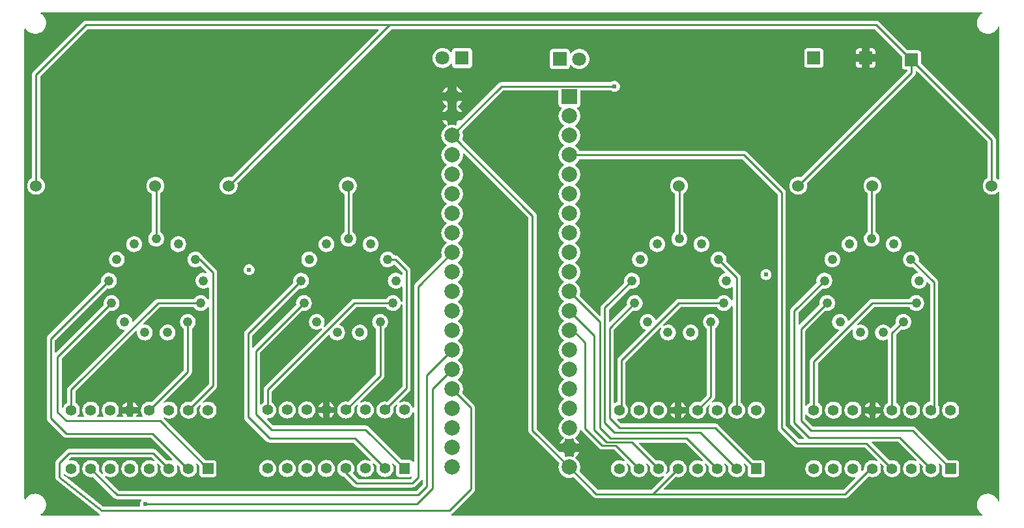
<source format=gtl>
G04 Layer: TopLayer*
G04 EasyEDA v6.4.20.2, 2021-06-27T22:08:49--7:00*
G04 5bb4508a62654dd5b4bd4a713fde6167,27d4ab91a1c145949b64cbb6833597a5,10*
G04 Gerber Generator version 0.2*
G04 Scale: 100 percent, Rotated: No, Reflected: No *
G04 Dimensions in inches *
G04 leading zeros omitted , absolute positions ,3 integer and 6 decimal *
%FSLAX36Y36*%
%MOIN*%

%ADD10C,0.0100*%
%ADD11C,0.0240*%
%ADD12R,0.0669X0.0669*%
%ADD13C,0.0488*%
%ADD14C,0.0709*%
%ADD15R,0.0709X0.0709*%
%ADD16C,0.0600*%
%ADD18C,0.0550*%
%ADD20C,0.0787*%

%LPD*%
G36*
X2299120Y-6415760D02*
G01*
X2297520Y-6415040D01*
X2296380Y-6413720D01*
X2295880Y-6412780D01*
X2293880Y-6410340D01*
X2291440Y-6408339D01*
X2288660Y-6406860D01*
X2285640Y-6405940D01*
X2282300Y-6405620D01*
X2242900Y-6405620D01*
X2241380Y-6405300D01*
X2240080Y-6404440D01*
X2070780Y-6235140D01*
X2069360Y-6233840D01*
X2067900Y-6232720D01*
X2066339Y-6231740D01*
X2064720Y-6230880D01*
X2063020Y-6230180D01*
X2061260Y-6229620D01*
X2059460Y-6229220D01*
X2057640Y-6228980D01*
X2055720Y-6228900D01*
X1585400Y-6228900D01*
X1583860Y-6228600D01*
X1582560Y-6227720D01*
X1554400Y-6199560D01*
X1553540Y-6198320D01*
X1553220Y-6196840D01*
X1553460Y-6195380D01*
X1554220Y-6194080D01*
X1555400Y-6193160D01*
X1556840Y-6192740D01*
X1561960Y-6192240D01*
X1567400Y-6191000D01*
X1572640Y-6189080D01*
X1577600Y-6186500D01*
X1582180Y-6183300D01*
X1586320Y-6179539D01*
X1589940Y-6175280D01*
X1592980Y-6170599D01*
X1595400Y-6165580D01*
X1597160Y-6160280D01*
X1598240Y-6154779D01*
X1598600Y-6149220D01*
X1598240Y-6143640D01*
X1597160Y-6138160D01*
X1595400Y-6132859D01*
X1592980Y-6127820D01*
X1589940Y-6123140D01*
X1586320Y-6118880D01*
X1582180Y-6115140D01*
X1577820Y-6112080D01*
X1576900Y-6111200D01*
X1576300Y-6110060D01*
X1576100Y-6108800D01*
X1576100Y-6055400D01*
X1576399Y-6053860D01*
X1577280Y-6052560D01*
X1865740Y-5764100D01*
X1867080Y-5763200D01*
X1868660Y-5762920D01*
X1870240Y-5763280D01*
X1871540Y-5764220D01*
X1872360Y-5765599D01*
X1873220Y-5768120D01*
X1875660Y-5772940D01*
X1878720Y-5777400D01*
X1882360Y-5781420D01*
X1886480Y-5784900D01*
X1891040Y-5787820D01*
X1895960Y-5790100D01*
X1901120Y-5791700D01*
X1906459Y-5792600D01*
X1911860Y-5792780D01*
X1917240Y-5792240D01*
X1922500Y-5790980D01*
X1927540Y-5789040D01*
X1932300Y-5786440D01*
X1936639Y-5783240D01*
X1940540Y-5779480D01*
X1943880Y-5775220D01*
X1946639Y-5770580D01*
X1948760Y-5765599D01*
X1950180Y-5760380D01*
X1950900Y-5755019D01*
X1950900Y-5749600D01*
X1950180Y-5744240D01*
X1948760Y-5739020D01*
X1946639Y-5734040D01*
X1943880Y-5729400D01*
X1940540Y-5725160D01*
X1936639Y-5721380D01*
X1932300Y-5718180D01*
X1927540Y-5715580D01*
X1923700Y-5714100D01*
X1922360Y-5713240D01*
X1921459Y-5711960D01*
X1921140Y-5710400D01*
X1921420Y-5708860D01*
X1922300Y-5707540D01*
X2006260Y-5623579D01*
X2007560Y-5622720D01*
X2009079Y-5622420D01*
X2159880Y-5622420D01*
X2161140Y-5622619D01*
X2162280Y-5623220D01*
X2163180Y-5624140D01*
X2164720Y-5626400D01*
X2168360Y-5630420D01*
X2172480Y-5633900D01*
X2177040Y-5636820D01*
X2181960Y-5639100D01*
X2187120Y-5640700D01*
X2192460Y-5641600D01*
X2197860Y-5641780D01*
X2203240Y-5641240D01*
X2208500Y-5639980D01*
X2213540Y-5638040D01*
X2218300Y-5635440D01*
X2222640Y-5632240D01*
X2226540Y-5628480D01*
X2229880Y-5624220D01*
X2232640Y-5619580D01*
X2234760Y-5614600D01*
X2236040Y-5609900D01*
X2236780Y-5608440D01*
X2238040Y-5607400D01*
X2239620Y-5606960D01*
X2241240Y-5607180D01*
X2242620Y-5608020D01*
X2243560Y-5609360D01*
X2243900Y-5610940D01*
X2243900Y-6028819D01*
X2243600Y-6030340D01*
X2242720Y-6031640D01*
X2168600Y-6105780D01*
X2167500Y-6106559D01*
X2166220Y-6106920D01*
X2164880Y-6106840D01*
X2161960Y-6106180D01*
X2156400Y-6105640D01*
X2150820Y-6105820D01*
X2145300Y-6106720D01*
X2139940Y-6108300D01*
X2134840Y-6110560D01*
X2130060Y-6113460D01*
X2125700Y-6116940D01*
X2121800Y-6120960D01*
X2118460Y-6125440D01*
X2115720Y-6130300D01*
X2113620Y-6135480D01*
X2112220Y-6140880D01*
X2111500Y-6146420D01*
X2111500Y-6152000D01*
X2112220Y-6157540D01*
X2113620Y-6162940D01*
X2115720Y-6168120D01*
X2118460Y-6173000D01*
X2121800Y-6177480D01*
X2125700Y-6181480D01*
X2130060Y-6184960D01*
X2134840Y-6187859D01*
X2139940Y-6190119D01*
X2145300Y-6191720D01*
X2150820Y-6192600D01*
X2156400Y-6192780D01*
X2161960Y-6192240D01*
X2167400Y-6191000D01*
X2172640Y-6189080D01*
X2177600Y-6186500D01*
X2182180Y-6183300D01*
X2186320Y-6179539D01*
X2189940Y-6175280D01*
X2192980Y-6170599D01*
X2195400Y-6165580D01*
X2197160Y-6160280D01*
X2198240Y-6154779D01*
X2198600Y-6149220D01*
X2198240Y-6143640D01*
X2197360Y-6139180D01*
X2197320Y-6137880D01*
X2197700Y-6136640D01*
X2198460Y-6135580D01*
X2210540Y-6123520D01*
X2211900Y-6122619D01*
X2213500Y-6122340D01*
X2215080Y-6122740D01*
X2216380Y-6123720D01*
X2217180Y-6125140D01*
X2217340Y-6126760D01*
X2216840Y-6128300D01*
X2215720Y-6130300D01*
X2213620Y-6135480D01*
X2212220Y-6140880D01*
X2211500Y-6146420D01*
X2211500Y-6152000D01*
X2212220Y-6157540D01*
X2213620Y-6162940D01*
X2215720Y-6168120D01*
X2218460Y-6173000D01*
X2221800Y-6177480D01*
X2225700Y-6181480D01*
X2230060Y-6184960D01*
X2234840Y-6187859D01*
X2239940Y-6190119D01*
X2245300Y-6191720D01*
X2250820Y-6192600D01*
X2256400Y-6192780D01*
X2261960Y-6192240D01*
X2267400Y-6191000D01*
X2272640Y-6189080D01*
X2277600Y-6186500D01*
X2282180Y-6183300D01*
X2286320Y-6179539D01*
X2289940Y-6175280D01*
X2292980Y-6170599D01*
X2295400Y-6165580D01*
X2296100Y-6163460D01*
X2296900Y-6162080D01*
X2298180Y-6161120D01*
X2299740Y-6160740D01*
X2301320Y-6160980D01*
X2302660Y-6161840D01*
X2303580Y-6163160D01*
X2303900Y-6164740D01*
X2303900Y-6411840D01*
X2303520Y-6413540D01*
X2302440Y-6414920D01*
X2300880Y-6415720D01*
G37*

%LPC*%
G36*
X1756399Y-6192780D02*
G01*
X1761960Y-6192240D01*
X1767400Y-6191000D01*
X1772640Y-6189080D01*
X1777600Y-6186500D01*
X1782180Y-6183300D01*
X1786320Y-6179539D01*
X1789940Y-6175280D01*
X1792980Y-6170599D01*
X1795400Y-6165580D01*
X1797160Y-6160280D01*
X1798240Y-6154779D01*
X1798600Y-6149220D01*
X1798240Y-6143640D01*
X1797160Y-6138160D01*
X1795400Y-6132859D01*
X1792980Y-6127820D01*
X1789940Y-6123140D01*
X1786320Y-6118880D01*
X1782180Y-6115140D01*
X1777600Y-6111940D01*
X1772640Y-6109360D01*
X1767400Y-6107420D01*
X1761960Y-6106180D01*
X1756399Y-6105640D01*
X1750820Y-6105820D01*
X1745300Y-6106720D01*
X1739940Y-6108300D01*
X1734840Y-6110560D01*
X1730060Y-6113460D01*
X1725700Y-6116940D01*
X1721800Y-6120960D01*
X1718460Y-6125440D01*
X1715720Y-6130300D01*
X1713620Y-6135480D01*
X1712220Y-6140880D01*
X1711500Y-6146420D01*
X1711500Y-6152000D01*
X1712220Y-6157540D01*
X1713620Y-6162940D01*
X1715720Y-6168120D01*
X1718460Y-6173000D01*
X1721800Y-6177480D01*
X1725700Y-6181480D01*
X1730060Y-6184960D01*
X1734840Y-6187859D01*
X1739940Y-6190119D01*
X1745300Y-6191720D01*
X1750820Y-6192600D01*
G37*
G36*
X1656399Y-6192780D02*
G01*
X1661960Y-6192240D01*
X1667400Y-6191000D01*
X1672640Y-6189080D01*
X1677600Y-6186500D01*
X1682180Y-6183300D01*
X1686320Y-6179539D01*
X1689940Y-6175280D01*
X1692980Y-6170599D01*
X1695400Y-6165580D01*
X1697160Y-6160280D01*
X1698240Y-6154779D01*
X1698600Y-6149220D01*
X1698240Y-6143640D01*
X1697160Y-6138160D01*
X1695400Y-6132859D01*
X1692980Y-6127820D01*
X1689940Y-6123140D01*
X1686320Y-6118880D01*
X1682180Y-6115140D01*
X1677600Y-6111940D01*
X1672640Y-6109360D01*
X1667400Y-6107420D01*
X1661960Y-6106180D01*
X1656399Y-6105640D01*
X1650820Y-6105820D01*
X1645300Y-6106720D01*
X1639940Y-6108300D01*
X1634840Y-6110560D01*
X1630060Y-6113460D01*
X1625700Y-6116940D01*
X1621800Y-6120960D01*
X1618460Y-6125440D01*
X1615720Y-6130300D01*
X1613620Y-6135480D01*
X1612220Y-6140880D01*
X1611500Y-6146420D01*
X1611500Y-6152000D01*
X1612220Y-6157540D01*
X1613620Y-6162940D01*
X1615720Y-6168120D01*
X1618460Y-6173000D01*
X1621800Y-6177480D01*
X1625700Y-6181480D01*
X1630060Y-6184960D01*
X1634840Y-6187859D01*
X1639940Y-6190119D01*
X1645300Y-6191720D01*
X1650820Y-6192600D01*
G37*
G36*
X1956399Y-6192780D02*
G01*
X1961960Y-6192240D01*
X1967400Y-6191000D01*
X1972640Y-6189080D01*
X1977600Y-6186500D01*
X1982180Y-6183300D01*
X1986320Y-6179539D01*
X1989940Y-6175280D01*
X1992980Y-6170599D01*
X1995400Y-6165580D01*
X1997160Y-6160280D01*
X1998240Y-6154779D01*
X1998600Y-6149220D01*
X1998240Y-6143640D01*
X1997360Y-6139180D01*
X1997320Y-6137880D01*
X1997700Y-6136640D01*
X1998460Y-6135580D01*
X2010540Y-6123520D01*
X2011900Y-6122619D01*
X2013500Y-6122340D01*
X2015080Y-6122740D01*
X2016380Y-6123720D01*
X2017180Y-6125140D01*
X2017340Y-6126760D01*
X2016840Y-6128300D01*
X2015720Y-6130300D01*
X2013620Y-6135480D01*
X2012220Y-6140880D01*
X2011500Y-6146420D01*
X2011500Y-6152000D01*
X2012220Y-6157540D01*
X2013620Y-6162940D01*
X2015720Y-6168120D01*
X2018460Y-6173000D01*
X2021800Y-6177480D01*
X2025700Y-6181480D01*
X2030060Y-6184960D01*
X2034840Y-6187859D01*
X2039940Y-6190119D01*
X2045300Y-6191720D01*
X2050820Y-6192600D01*
X2056399Y-6192780D01*
X2061960Y-6192240D01*
X2067400Y-6191000D01*
X2072640Y-6189080D01*
X2077600Y-6186500D01*
X2082180Y-6183300D01*
X2086320Y-6179539D01*
X2089940Y-6175280D01*
X2092980Y-6170599D01*
X2095400Y-6165580D01*
X2097160Y-6160280D01*
X2098240Y-6154779D01*
X2098600Y-6149220D01*
X2098240Y-6143640D01*
X2097160Y-6138160D01*
X2095400Y-6132859D01*
X2092980Y-6127820D01*
X2089940Y-6123140D01*
X2086320Y-6118880D01*
X2082180Y-6115140D01*
X2077600Y-6111940D01*
X2072640Y-6109360D01*
X2067400Y-6107420D01*
X2061960Y-6106180D01*
X2056399Y-6105640D01*
X2050820Y-6105820D01*
X2045300Y-6106720D01*
X2039940Y-6108300D01*
X2034840Y-6110560D01*
X2034319Y-6110880D01*
X2032780Y-6111420D01*
X2031140Y-6111300D01*
X2029680Y-6110520D01*
X2028660Y-6109220D01*
X2028260Y-6107619D01*
X2028520Y-6106000D01*
X2029420Y-6104620D01*
X2145360Y-5988700D01*
X2146660Y-5987279D01*
X2147780Y-5985820D01*
X2148760Y-5984260D01*
X2149620Y-5982619D01*
X2150320Y-5980920D01*
X2150880Y-5979180D01*
X2151280Y-5977380D01*
X2151520Y-5975540D01*
X2151600Y-5973620D01*
X2151600Y-5733980D01*
X2151800Y-5732740D01*
X2152360Y-5731640D01*
X2153220Y-5730760D01*
X2156640Y-5728240D01*
X2160540Y-5724480D01*
X2163880Y-5720220D01*
X2166640Y-5715580D01*
X2168760Y-5710599D01*
X2170180Y-5705380D01*
X2170900Y-5700019D01*
X2170900Y-5694600D01*
X2170180Y-5689240D01*
X2168760Y-5684020D01*
X2166640Y-5679040D01*
X2163880Y-5674400D01*
X2160540Y-5670160D01*
X2156640Y-5666380D01*
X2152300Y-5663180D01*
X2147540Y-5660580D01*
X2142500Y-5658640D01*
X2137240Y-5657380D01*
X2131860Y-5656840D01*
X2126460Y-5657020D01*
X2121120Y-5657920D01*
X2115960Y-5659520D01*
X2111040Y-5661799D01*
X2106480Y-5664720D01*
X2102360Y-5668200D01*
X2098720Y-5672220D01*
X2095660Y-5676680D01*
X2093220Y-5681500D01*
X2091459Y-5686620D01*
X2090380Y-5691920D01*
X2090020Y-5697320D01*
X2090380Y-5702700D01*
X2091459Y-5708000D01*
X2093220Y-5713120D01*
X2095660Y-5717940D01*
X2098720Y-5722400D01*
X2102360Y-5726420D01*
X2106480Y-5729900D01*
X2107560Y-5730599D01*
X2108540Y-5731480D01*
X2109180Y-5732640D01*
X2109400Y-5733960D01*
X2109400Y-5963320D01*
X2109100Y-5964840D01*
X2108220Y-5966140D01*
X1968600Y-6105780D01*
X1967500Y-6106559D01*
X1966220Y-6106920D01*
X1964880Y-6106840D01*
X1961960Y-6106180D01*
X1956399Y-6105640D01*
X1950820Y-6105820D01*
X1945300Y-6106720D01*
X1939940Y-6108300D01*
X1934840Y-6110560D01*
X1930060Y-6113460D01*
X1925700Y-6116940D01*
X1921800Y-6120960D01*
X1918460Y-6125440D01*
X1915720Y-6130300D01*
X1913620Y-6135480D01*
X1912220Y-6140880D01*
X1911500Y-6146420D01*
X1911500Y-6152000D01*
X1912220Y-6157540D01*
X1913620Y-6162940D01*
X1915720Y-6168120D01*
X1918460Y-6173000D01*
X1921800Y-6177480D01*
X1925700Y-6181480D01*
X1930060Y-6184960D01*
X1934840Y-6187859D01*
X1939940Y-6190119D01*
X1945300Y-6191720D01*
X1950820Y-6192600D01*
G37*
G36*
X1838760Y-6189600D02*
G01*
X1838760Y-6165460D01*
X1814640Y-6165460D01*
X1815720Y-6168120D01*
X1818460Y-6173000D01*
X1821800Y-6177480D01*
X1825700Y-6181480D01*
X1830060Y-6184960D01*
X1834840Y-6187859D01*
G37*
G36*
X1871260Y-6189580D02*
G01*
X1872640Y-6189080D01*
X1877600Y-6186500D01*
X1882180Y-6183300D01*
X1886320Y-6179539D01*
X1889940Y-6175280D01*
X1892980Y-6170599D01*
X1895440Y-6165460D01*
X1871260Y-6165460D01*
G37*
G36*
X1814640Y-6132960D02*
G01*
X1838760Y-6132960D01*
X1838760Y-6108840D01*
X1834840Y-6110560D01*
X1830060Y-6113460D01*
X1825700Y-6116940D01*
X1821800Y-6120960D01*
X1818460Y-6125440D01*
X1815720Y-6130300D01*
G37*
G36*
X1871260Y-6132960D02*
G01*
X1895440Y-6132960D01*
X1892980Y-6127820D01*
X1889940Y-6123140D01*
X1886320Y-6118880D01*
X1882180Y-6115140D01*
X1877600Y-6111940D01*
X1872640Y-6109360D01*
X1871260Y-6108840D01*
G37*
G36*
X2027860Y-5792780D02*
G01*
X2033240Y-5792240D01*
X2038500Y-5790980D01*
X2043540Y-5789040D01*
X2048300Y-5786440D01*
X2052640Y-5783240D01*
X2056540Y-5779480D01*
X2059880Y-5775220D01*
X2062640Y-5770580D01*
X2064760Y-5765599D01*
X2066180Y-5760380D01*
X2066900Y-5755019D01*
X2066900Y-5749600D01*
X2066180Y-5744240D01*
X2064760Y-5739020D01*
X2062640Y-5734040D01*
X2059880Y-5729400D01*
X2056540Y-5725160D01*
X2052640Y-5721380D01*
X2048300Y-5718180D01*
X2043540Y-5715580D01*
X2038500Y-5713640D01*
X2033240Y-5712380D01*
X2027860Y-5711840D01*
X2022460Y-5712020D01*
X2017120Y-5712920D01*
X2011960Y-5714520D01*
X2007040Y-5716799D01*
X2002480Y-5719720D01*
X1998360Y-5723200D01*
X1994720Y-5727220D01*
X1991660Y-5731680D01*
X1989220Y-5736500D01*
X1987460Y-5741620D01*
X1986380Y-5746920D01*
X1986020Y-5752320D01*
X1986380Y-5757700D01*
X1987460Y-5763000D01*
X1989220Y-5768120D01*
X1991660Y-5772940D01*
X1994720Y-5777400D01*
X1998360Y-5781420D01*
X2002480Y-5784900D01*
X2007040Y-5787820D01*
X2011960Y-5790100D01*
X2017120Y-5791700D01*
X2022460Y-5792600D01*
G37*

%LPD*%
G36*
X3585600Y-6558900D02*
G01*
X3584060Y-6558600D01*
X3582760Y-6557720D01*
X3581900Y-6556440D01*
X3581600Y-6554900D01*
X3581900Y-6553360D01*
X3582760Y-6552080D01*
X3641340Y-6493500D01*
X3642360Y-6492760D01*
X3643560Y-6492380D01*
X3644820Y-6492380D01*
X3650820Y-6493400D01*
X3656400Y-6493560D01*
X3661960Y-6493040D01*
X3667400Y-6491799D01*
X3672640Y-6489860D01*
X3677600Y-6487279D01*
X3682180Y-6484080D01*
X3686320Y-6480320D01*
X3689940Y-6476079D01*
X3692980Y-6471400D01*
X3695400Y-6466360D01*
X3697160Y-6461060D01*
X3698240Y-6455580D01*
X3698600Y-6450000D01*
X3698240Y-6444420D01*
X3697160Y-6438940D01*
X3695400Y-6433640D01*
X3692980Y-6428600D01*
X3689940Y-6423920D01*
X3686320Y-6419680D01*
X3682180Y-6415920D01*
X3677600Y-6412720D01*
X3672640Y-6410140D01*
X3667400Y-6408220D01*
X3661960Y-6406960D01*
X3656400Y-6406440D01*
X3650820Y-6406600D01*
X3645299Y-6407500D01*
X3639940Y-6409100D01*
X3634840Y-6411360D01*
X3630059Y-6414240D01*
X3625700Y-6417740D01*
X3621800Y-6421740D01*
X3618460Y-6426220D01*
X3615720Y-6431079D01*
X3613620Y-6436260D01*
X3612220Y-6441660D01*
X3611500Y-6447200D01*
X3611500Y-6452800D01*
X3612220Y-6458339D01*
X3612580Y-6459760D01*
X3612700Y-6461140D01*
X3612340Y-6462480D01*
X3611540Y-6463620D01*
X3599600Y-6475560D01*
X3598279Y-6476420D01*
X3596720Y-6476720D01*
X3595160Y-6476380D01*
X3593860Y-6475460D01*
X3593020Y-6474100D01*
X3592780Y-6472519D01*
X3593180Y-6470980D01*
X3595400Y-6466360D01*
X3597160Y-6461060D01*
X3598240Y-6455580D01*
X3598600Y-6450000D01*
X3598240Y-6444420D01*
X3597160Y-6438940D01*
X3595400Y-6433640D01*
X3592980Y-6428600D01*
X3589940Y-6423920D01*
X3586320Y-6419680D01*
X3582180Y-6415920D01*
X3577600Y-6412720D01*
X3572640Y-6410140D01*
X3567400Y-6408220D01*
X3561960Y-6406960D01*
X3556400Y-6406440D01*
X3550820Y-6406600D01*
X3544820Y-6407619D01*
X3543560Y-6407619D01*
X3542360Y-6407240D01*
X3541340Y-6406500D01*
X3457760Y-6322920D01*
X3456900Y-6321640D01*
X3456600Y-6320100D01*
X3456900Y-6318560D01*
X3457760Y-6317279D01*
X3459060Y-6316400D01*
X3460600Y-6316100D01*
X3689600Y-6316100D01*
X3691139Y-6316400D01*
X3692440Y-6317279D01*
X3780680Y-6405520D01*
X3781560Y-6406860D01*
X3781840Y-6408440D01*
X3781480Y-6410000D01*
X3780520Y-6411300D01*
X3779140Y-6412120D01*
X3777540Y-6412320D01*
X3776000Y-6411880D01*
X3772640Y-6410140D01*
X3767400Y-6408220D01*
X3761960Y-6406960D01*
X3756400Y-6406440D01*
X3750820Y-6406600D01*
X3745299Y-6407500D01*
X3739940Y-6409100D01*
X3734840Y-6411360D01*
X3730059Y-6414240D01*
X3725700Y-6417740D01*
X3721800Y-6421740D01*
X3718460Y-6426220D01*
X3715720Y-6431079D01*
X3713620Y-6436260D01*
X3712220Y-6441660D01*
X3711500Y-6447200D01*
X3711500Y-6452800D01*
X3712220Y-6458339D01*
X3713620Y-6463740D01*
X3715720Y-6468920D01*
X3718460Y-6473780D01*
X3721800Y-6478260D01*
X3725700Y-6482279D01*
X3730059Y-6485760D01*
X3734840Y-6488640D01*
X3739940Y-6490900D01*
X3745299Y-6492500D01*
X3750820Y-6493400D01*
X3756400Y-6493560D01*
X3761960Y-6493040D01*
X3767400Y-6491799D01*
X3772640Y-6489860D01*
X3777600Y-6487279D01*
X3782180Y-6484080D01*
X3786320Y-6480320D01*
X3789940Y-6476079D01*
X3792980Y-6471400D01*
X3795400Y-6466360D01*
X3797160Y-6461060D01*
X3798240Y-6455580D01*
X3798600Y-6450000D01*
X3798240Y-6444420D01*
X3797160Y-6438940D01*
X3795400Y-6433640D01*
X3793180Y-6429020D01*
X3792780Y-6427480D01*
X3793020Y-6425900D01*
X3793860Y-6424539D01*
X3795160Y-6423620D01*
X3796720Y-6423280D01*
X3798279Y-6423579D01*
X3799600Y-6424440D01*
X3811540Y-6436380D01*
X3812340Y-6437519D01*
X3812700Y-6438860D01*
X3812580Y-6440240D01*
X3812220Y-6441660D01*
X3811500Y-6447200D01*
X3811500Y-6452800D01*
X3812220Y-6458339D01*
X3813620Y-6463740D01*
X3815720Y-6468920D01*
X3818460Y-6473780D01*
X3821800Y-6478260D01*
X3825700Y-6482279D01*
X3830059Y-6485760D01*
X3834840Y-6488640D01*
X3839940Y-6490900D01*
X3845299Y-6492500D01*
X3850820Y-6493400D01*
X3856400Y-6493560D01*
X3861960Y-6493040D01*
X3867400Y-6491799D01*
X3872640Y-6489860D01*
X3877600Y-6487279D01*
X3882180Y-6484080D01*
X3886320Y-6480320D01*
X3889940Y-6476079D01*
X3892980Y-6471400D01*
X3895400Y-6466360D01*
X3897160Y-6461060D01*
X3898240Y-6455580D01*
X3898600Y-6450000D01*
X3898240Y-6444420D01*
X3897160Y-6438940D01*
X3895400Y-6433640D01*
X3893180Y-6429020D01*
X3892780Y-6427480D01*
X3893020Y-6425900D01*
X3893860Y-6424539D01*
X3895160Y-6423620D01*
X3896720Y-6423280D01*
X3898279Y-6423579D01*
X3899600Y-6424440D01*
X3911540Y-6436380D01*
X3912340Y-6437519D01*
X3912700Y-6438860D01*
X3912580Y-6440240D01*
X3912220Y-6441660D01*
X3911500Y-6447200D01*
X3911500Y-6452800D01*
X3912220Y-6458339D01*
X3913620Y-6463740D01*
X3915720Y-6468920D01*
X3918460Y-6473780D01*
X3921800Y-6478260D01*
X3925700Y-6482279D01*
X3930059Y-6485760D01*
X3934840Y-6488640D01*
X3939940Y-6490900D01*
X3945299Y-6492500D01*
X3950820Y-6493400D01*
X3956400Y-6493560D01*
X3961960Y-6493040D01*
X3967400Y-6491799D01*
X3972640Y-6489860D01*
X3977600Y-6487279D01*
X3982180Y-6484080D01*
X3986320Y-6480320D01*
X3989940Y-6476079D01*
X3992980Y-6471400D01*
X3995400Y-6466360D01*
X3997160Y-6461060D01*
X3998240Y-6455580D01*
X3998600Y-6450000D01*
X3998240Y-6444420D01*
X3997160Y-6438940D01*
X3995400Y-6433640D01*
X3993180Y-6429020D01*
X3992780Y-6427480D01*
X3993020Y-6425900D01*
X3993860Y-6424539D01*
X3995160Y-6423620D01*
X3996720Y-6423280D01*
X3998279Y-6423579D01*
X3999600Y-6424440D01*
X4010220Y-6435060D01*
X4011100Y-6436360D01*
X4011400Y-6437900D01*
X4011400Y-6477300D01*
X4011720Y-6480640D01*
X4012640Y-6483660D01*
X4014120Y-6486440D01*
X4016120Y-6488880D01*
X4018560Y-6490880D01*
X4021340Y-6492360D01*
X4024360Y-6493280D01*
X4027700Y-6493600D01*
X4082300Y-6493600D01*
X4085640Y-6493280D01*
X4088660Y-6492360D01*
X4091440Y-6490880D01*
X4093880Y-6488880D01*
X4095880Y-6486440D01*
X4097360Y-6483660D01*
X4098279Y-6480640D01*
X4098600Y-6477300D01*
X4098600Y-6422700D01*
X4098279Y-6419360D01*
X4097360Y-6416340D01*
X4095880Y-6413560D01*
X4093880Y-6411120D01*
X4091440Y-6409120D01*
X4088660Y-6407640D01*
X4085640Y-6406720D01*
X4082300Y-6406400D01*
X4042900Y-6406400D01*
X4041360Y-6406100D01*
X4040059Y-6405220D01*
X3859980Y-6225140D01*
X3858560Y-6223840D01*
X3857100Y-6222720D01*
X3855539Y-6221740D01*
X3853920Y-6220880D01*
X3852220Y-6220180D01*
X3850460Y-6219620D01*
X3848660Y-6219220D01*
X3846840Y-6218980D01*
X3844920Y-6218900D01*
X3365400Y-6218900D01*
X3363860Y-6218600D01*
X3362559Y-6217720D01*
X3344560Y-6199720D01*
X3343639Y-6198320D01*
X3343399Y-6196680D01*
X3343820Y-6195060D01*
X3344880Y-6193780D01*
X3346360Y-6193020D01*
X3348020Y-6192940D01*
X3350820Y-6193400D01*
X3356400Y-6193560D01*
X3361960Y-6193040D01*
X3367400Y-6191799D01*
X3372640Y-6189860D01*
X3377600Y-6187279D01*
X3382180Y-6184080D01*
X3386320Y-6180320D01*
X3389940Y-6176079D01*
X3392980Y-6171400D01*
X3395400Y-6166360D01*
X3397160Y-6161060D01*
X3398240Y-6155580D01*
X3398600Y-6150000D01*
X3398240Y-6144420D01*
X3397160Y-6138940D01*
X3395400Y-6133640D01*
X3392980Y-6128600D01*
X3389940Y-6123920D01*
X3387060Y-6120540D01*
X3386340Y-6119340D01*
X3386100Y-6117960D01*
X3386100Y-5905400D01*
X3386400Y-5903860D01*
X3387280Y-5902560D01*
X3561560Y-5728280D01*
X3562880Y-5727400D01*
X3564460Y-5727120D01*
X3566019Y-5727480D01*
X3567320Y-5728420D01*
X3568159Y-5729779D01*
X3568380Y-5731380D01*
X3567940Y-5732920D01*
X3566139Y-5736500D01*
X3564360Y-5741620D01*
X3563279Y-5746920D01*
X3562919Y-5752320D01*
X3563279Y-5757700D01*
X3564360Y-5763000D01*
X3566139Y-5768120D01*
X3568580Y-5772940D01*
X3571640Y-5777400D01*
X3575260Y-5781420D01*
X3579400Y-5784900D01*
X3583960Y-5787820D01*
X3588860Y-5790100D01*
X3594040Y-5791700D01*
X3599360Y-5792600D01*
X3604780Y-5792780D01*
X3610160Y-5792240D01*
X3615419Y-5790980D01*
X3620460Y-5789040D01*
X3625200Y-5786440D01*
X3629560Y-5783240D01*
X3633440Y-5779480D01*
X3636800Y-5775220D01*
X3639560Y-5770580D01*
X3641660Y-5765599D01*
X3643100Y-5760380D01*
X3643820Y-5755019D01*
X3643820Y-5749600D01*
X3643100Y-5744240D01*
X3641660Y-5739020D01*
X3639560Y-5734040D01*
X3636800Y-5729400D01*
X3633440Y-5725160D01*
X3629560Y-5721380D01*
X3625200Y-5718180D01*
X3620460Y-5715580D01*
X3615419Y-5713640D01*
X3610160Y-5712380D01*
X3604780Y-5711840D01*
X3599360Y-5712020D01*
X3594040Y-5712920D01*
X3588860Y-5714520D01*
X3584040Y-5716760D01*
X3582500Y-5717120D01*
X3580940Y-5716880D01*
X3579600Y-5716020D01*
X3578700Y-5714720D01*
X3578360Y-5713180D01*
X3578660Y-5711620D01*
X3579540Y-5710300D01*
X3666259Y-5623579D01*
X3667559Y-5622720D01*
X3669080Y-5622420D01*
X3852799Y-5622420D01*
X3854060Y-5622619D01*
X3855200Y-5623220D01*
X3856080Y-5624140D01*
X3857640Y-5626400D01*
X3861259Y-5630420D01*
X3865400Y-5633900D01*
X3869960Y-5636820D01*
X3874860Y-5639100D01*
X3880040Y-5640700D01*
X3885360Y-5641600D01*
X3890779Y-5641780D01*
X3896160Y-5641240D01*
X3901420Y-5639980D01*
X3906460Y-5638040D01*
X3911200Y-5635440D01*
X3915560Y-5632240D01*
X3919440Y-5628480D01*
X3922799Y-5624220D01*
X3925560Y-5619580D01*
X3926220Y-5618020D01*
X3927100Y-5616720D01*
X3928399Y-5615880D01*
X3929920Y-5615580D01*
X3931440Y-5615880D01*
X3932740Y-5616760D01*
X3933600Y-5618040D01*
X3933900Y-5619580D01*
X3933900Y-6109660D01*
X3933660Y-6111000D01*
X3933000Y-6112200D01*
X3931980Y-6113080D01*
X3930059Y-6114240D01*
X3925700Y-6117740D01*
X3921800Y-6121740D01*
X3918460Y-6126220D01*
X3915720Y-6131079D01*
X3913620Y-6136260D01*
X3912220Y-6141660D01*
X3911500Y-6147200D01*
X3911500Y-6152800D01*
X3912220Y-6158339D01*
X3913620Y-6163740D01*
X3915720Y-6168920D01*
X3918460Y-6173780D01*
X3921800Y-6178260D01*
X3925700Y-6182279D01*
X3930059Y-6185760D01*
X3934840Y-6188640D01*
X3939940Y-6190900D01*
X3945299Y-6192500D01*
X3950820Y-6193400D01*
X3956400Y-6193560D01*
X3961960Y-6193040D01*
X3967400Y-6191799D01*
X3972640Y-6189860D01*
X3977600Y-6187279D01*
X3982180Y-6184080D01*
X3986320Y-6180320D01*
X3989940Y-6176079D01*
X3992980Y-6171400D01*
X3995400Y-6166360D01*
X3997160Y-6161060D01*
X3998240Y-6155580D01*
X3998600Y-6150000D01*
X3998240Y-6144420D01*
X3997160Y-6138940D01*
X3995400Y-6133640D01*
X3992980Y-6128600D01*
X3989940Y-6123920D01*
X3986320Y-6119680D01*
X3982180Y-6115920D01*
X3977820Y-6112880D01*
X3976900Y-6111980D01*
X3976300Y-6110860D01*
X3976100Y-6109600D01*
X3976100Y-5469980D01*
X3976019Y-5468060D01*
X3975779Y-5466240D01*
X3975380Y-5464440D01*
X3974820Y-5462680D01*
X3974120Y-5460980D01*
X3973260Y-5459360D01*
X3972280Y-5457800D01*
X3971160Y-5456340D01*
X3969860Y-5454920D01*
X3903279Y-5388339D01*
X3902559Y-5387360D01*
X3902180Y-5386200D01*
X3902140Y-5384980D01*
X3902820Y-5380019D01*
X3902820Y-5374600D01*
X3902100Y-5369240D01*
X3900659Y-5364020D01*
X3898560Y-5359040D01*
X3895800Y-5354400D01*
X3892440Y-5350160D01*
X3888560Y-5346380D01*
X3884200Y-5343180D01*
X3879460Y-5340580D01*
X3874420Y-5338640D01*
X3869160Y-5337380D01*
X3863780Y-5336840D01*
X3858360Y-5337020D01*
X3853039Y-5337920D01*
X3847860Y-5339520D01*
X3842960Y-5341799D01*
X3838399Y-5344720D01*
X3834260Y-5348200D01*
X3830640Y-5352220D01*
X3827580Y-5356680D01*
X3825140Y-5361500D01*
X3823360Y-5366620D01*
X3822280Y-5371920D01*
X3821920Y-5377320D01*
X3822280Y-5382700D01*
X3823360Y-5388000D01*
X3825140Y-5393120D01*
X3827580Y-5397940D01*
X3830640Y-5402400D01*
X3834260Y-5406420D01*
X3838399Y-5409900D01*
X3842960Y-5412820D01*
X3847860Y-5415100D01*
X3853039Y-5416700D01*
X3858360Y-5417600D01*
X3863780Y-5417780D01*
X3871019Y-5417020D01*
X3872340Y-5417400D01*
X3873440Y-5418180D01*
X3895560Y-5440300D01*
X3896460Y-5441680D01*
X3896740Y-5443280D01*
X3896340Y-5444860D01*
X3895360Y-5446160D01*
X3893920Y-5446960D01*
X3888860Y-5448520D01*
X3883960Y-5450800D01*
X3879400Y-5453720D01*
X3875260Y-5457200D01*
X3871640Y-5461220D01*
X3868580Y-5465680D01*
X3866139Y-5470500D01*
X3864360Y-5475620D01*
X3863279Y-5480920D01*
X3862919Y-5486319D01*
X3863279Y-5491700D01*
X3864360Y-5497000D01*
X3866139Y-5502120D01*
X3868580Y-5506940D01*
X3871640Y-5511400D01*
X3875260Y-5515420D01*
X3879400Y-5518900D01*
X3883960Y-5521820D01*
X3888860Y-5524100D01*
X3894040Y-5525700D01*
X3899360Y-5526600D01*
X3904780Y-5526780D01*
X3910160Y-5526240D01*
X3915419Y-5524980D01*
X3920460Y-5523040D01*
X3925200Y-5520440D01*
X3927520Y-5518720D01*
X3929120Y-5518020D01*
X3930880Y-5518080D01*
X3932440Y-5518860D01*
X3933519Y-5520240D01*
X3933900Y-5521940D01*
X3933900Y-5583040D01*
X3933600Y-5584580D01*
X3932740Y-5585860D01*
X3931440Y-5586740D01*
X3929920Y-5587039D01*
X3928399Y-5586760D01*
X3927100Y-5585900D01*
X3926220Y-5584600D01*
X3925560Y-5583040D01*
X3922799Y-5578400D01*
X3919440Y-5574160D01*
X3915560Y-5570380D01*
X3911200Y-5567180D01*
X3906460Y-5564580D01*
X3901420Y-5562640D01*
X3896160Y-5561380D01*
X3890779Y-5560839D01*
X3885360Y-5561020D01*
X3880040Y-5561920D01*
X3874860Y-5563520D01*
X3869960Y-5565800D01*
X3865400Y-5568720D01*
X3861259Y-5572200D01*
X3857640Y-5576220D01*
X3856100Y-5578480D01*
X3855200Y-5579400D01*
X3854060Y-5580000D01*
X3852799Y-5580220D01*
X3658780Y-5580220D01*
X3656860Y-5580300D01*
X3655020Y-5580540D01*
X3653220Y-5580940D01*
X3651480Y-5581480D01*
X3649780Y-5582200D01*
X3648140Y-5583040D01*
X3646580Y-5584020D01*
X3645120Y-5585140D01*
X3643700Y-5586460D01*
X3544360Y-5685800D01*
X3542960Y-5686700D01*
X3541320Y-5686980D01*
X3539720Y-5686540D01*
X3538420Y-5685500D01*
X3537660Y-5684020D01*
X3535560Y-5679040D01*
X3532799Y-5674400D01*
X3529440Y-5670160D01*
X3525560Y-5666380D01*
X3521200Y-5663180D01*
X3516460Y-5660580D01*
X3511420Y-5658640D01*
X3506160Y-5657380D01*
X3500779Y-5656840D01*
X3495360Y-5657020D01*
X3490040Y-5657920D01*
X3484860Y-5659520D01*
X3479960Y-5661799D01*
X3475400Y-5664720D01*
X3471259Y-5668200D01*
X3467640Y-5672220D01*
X3464580Y-5676680D01*
X3462140Y-5681500D01*
X3460360Y-5686620D01*
X3459280Y-5691920D01*
X3458920Y-5697320D01*
X3459280Y-5702700D01*
X3460360Y-5708000D01*
X3462140Y-5713120D01*
X3464580Y-5717940D01*
X3467640Y-5722400D01*
X3471259Y-5726420D01*
X3475400Y-5729900D01*
X3479960Y-5732820D01*
X3484860Y-5735100D01*
X3486320Y-5735540D01*
X3487740Y-5736340D01*
X3488740Y-5737640D01*
X3489140Y-5739220D01*
X3488860Y-5740839D01*
X3487960Y-5742200D01*
X3350140Y-5880019D01*
X3348840Y-5881440D01*
X3347720Y-5882900D01*
X3346740Y-5884460D01*
X3345880Y-5886079D01*
X3345179Y-5887780D01*
X3344620Y-5889539D01*
X3344220Y-5891340D01*
X3343980Y-5893160D01*
X3343900Y-5895080D01*
X3343900Y-6104940D01*
X3343540Y-6106580D01*
X3342520Y-6107940D01*
X3341040Y-6108760D01*
X3339940Y-6109100D01*
X3334840Y-6111360D01*
X3332180Y-6112960D01*
X3330580Y-6113520D01*
X3328920Y-6113360D01*
X3327440Y-6112540D01*
X3326460Y-6111180D01*
X3326100Y-6109539D01*
X3326100Y-5740100D01*
X3326400Y-5738560D01*
X3327280Y-5737260D01*
X3422400Y-5642140D01*
X3423440Y-5641380D01*
X3424640Y-5641000D01*
X3425899Y-5641020D01*
X3429360Y-5641600D01*
X3434780Y-5641780D01*
X3440160Y-5641240D01*
X3445419Y-5639980D01*
X3450460Y-5638040D01*
X3455200Y-5635440D01*
X3459560Y-5632240D01*
X3463440Y-5628480D01*
X3466800Y-5624220D01*
X3469560Y-5619580D01*
X3471660Y-5614600D01*
X3473100Y-5609380D01*
X3473820Y-5604020D01*
X3473820Y-5598600D01*
X3473100Y-5593240D01*
X3471660Y-5588020D01*
X3469560Y-5583040D01*
X3466800Y-5578400D01*
X3463440Y-5574160D01*
X3459560Y-5570380D01*
X3455200Y-5567180D01*
X3450460Y-5564580D01*
X3445419Y-5562640D01*
X3440160Y-5561380D01*
X3434780Y-5560839D01*
X3429360Y-5561020D01*
X3424040Y-5561920D01*
X3418860Y-5563520D01*
X3413960Y-5565800D01*
X3409400Y-5568720D01*
X3405260Y-5572200D01*
X3401640Y-5576220D01*
X3398580Y-5580680D01*
X3396139Y-5585500D01*
X3394360Y-5590620D01*
X3393279Y-5595920D01*
X3392919Y-5601319D01*
X3393279Y-5606700D01*
X3393680Y-5608640D01*
X3393720Y-5609960D01*
X3393360Y-5611200D01*
X3392580Y-5612279D01*
X3307919Y-5696940D01*
X3306640Y-5697800D01*
X3305100Y-5698099D01*
X3303560Y-5697800D01*
X3302280Y-5696940D01*
X3301400Y-5695640D01*
X3301100Y-5694100D01*
X3301100Y-5636100D01*
X3301400Y-5634560D01*
X3302280Y-5633260D01*
X3408399Y-5527140D01*
X3409440Y-5526380D01*
X3410640Y-5526000D01*
X3411900Y-5526020D01*
X3415360Y-5526600D01*
X3420779Y-5526780D01*
X3426160Y-5526240D01*
X3431420Y-5524980D01*
X3436460Y-5523040D01*
X3441200Y-5520440D01*
X3445560Y-5517240D01*
X3449440Y-5513480D01*
X3452799Y-5509220D01*
X3455560Y-5504580D01*
X3457660Y-5499600D01*
X3459100Y-5494380D01*
X3459820Y-5489020D01*
X3459820Y-5483600D01*
X3459100Y-5478240D01*
X3457660Y-5473020D01*
X3455560Y-5468040D01*
X3452799Y-5463400D01*
X3449440Y-5459160D01*
X3445560Y-5455380D01*
X3441200Y-5452180D01*
X3436460Y-5449580D01*
X3431420Y-5447640D01*
X3426160Y-5446380D01*
X3420779Y-5445839D01*
X3415360Y-5446020D01*
X3410040Y-5446920D01*
X3404860Y-5448520D01*
X3399960Y-5450800D01*
X3395400Y-5453720D01*
X3391259Y-5457200D01*
X3387640Y-5461220D01*
X3384580Y-5465680D01*
X3382140Y-5470500D01*
X3380360Y-5475620D01*
X3379280Y-5480920D01*
X3378920Y-5486319D01*
X3379280Y-5491700D01*
X3379680Y-5493640D01*
X3379720Y-5494960D01*
X3379360Y-5496200D01*
X3378580Y-5497279D01*
X3265140Y-5610720D01*
X3263840Y-5612140D01*
X3262720Y-5613600D01*
X3261740Y-5615160D01*
X3260880Y-5616780D01*
X3260179Y-5618480D01*
X3259620Y-5620240D01*
X3259220Y-5622039D01*
X3258980Y-5623860D01*
X3258900Y-5625780D01*
X3258900Y-5663099D01*
X3258600Y-5664640D01*
X3257720Y-5665940D01*
X3256440Y-5666799D01*
X3254900Y-5667100D01*
X3253360Y-5666799D01*
X3252080Y-5665940D01*
X3152040Y-5565900D01*
X3151160Y-5564580D01*
X3150860Y-5563040D01*
X3151240Y-5561380D01*
X3153020Y-5555300D01*
X3154100Y-5549059D01*
X3154460Y-5542740D01*
X3154100Y-5536400D01*
X3153020Y-5530160D01*
X3151240Y-5524100D01*
X3148780Y-5518260D01*
X3145659Y-5512740D01*
X3141940Y-5507619D01*
X3137660Y-5502960D01*
X3132860Y-5498819D01*
X3128800Y-5496040D01*
X3127720Y-5494940D01*
X3127140Y-5493500D01*
X3127140Y-5491960D01*
X3127720Y-5490540D01*
X3128800Y-5489440D01*
X3132860Y-5486660D01*
X3137660Y-5482500D01*
X3141940Y-5477840D01*
X3145659Y-5472720D01*
X3148780Y-5467200D01*
X3151240Y-5461380D01*
X3153020Y-5455300D01*
X3154100Y-5449059D01*
X3154460Y-5442740D01*
X3154100Y-5436400D01*
X3153020Y-5430160D01*
X3151240Y-5424100D01*
X3148780Y-5418260D01*
X3145659Y-5412740D01*
X3141940Y-5407619D01*
X3137660Y-5402960D01*
X3132860Y-5398819D01*
X3128800Y-5396040D01*
X3127720Y-5394940D01*
X3127140Y-5393500D01*
X3127140Y-5391960D01*
X3127720Y-5390540D01*
X3128800Y-5389440D01*
X3132860Y-5386660D01*
X3137660Y-5382500D01*
X3141940Y-5377840D01*
X3145659Y-5372720D01*
X3148780Y-5367200D01*
X3151240Y-5361380D01*
X3153020Y-5355300D01*
X3154100Y-5349059D01*
X3154460Y-5342740D01*
X3154100Y-5336400D01*
X3153020Y-5330160D01*
X3151240Y-5324100D01*
X3148780Y-5318260D01*
X3145659Y-5312740D01*
X3141940Y-5307619D01*
X3137660Y-5302960D01*
X3132860Y-5298819D01*
X3128800Y-5296040D01*
X3127720Y-5294940D01*
X3127140Y-5293500D01*
X3127140Y-5291960D01*
X3127720Y-5290540D01*
X3128800Y-5289440D01*
X3132860Y-5286660D01*
X3137660Y-5282500D01*
X3141940Y-5277840D01*
X3145659Y-5272720D01*
X3148780Y-5267200D01*
X3151240Y-5261380D01*
X3153020Y-5255300D01*
X3154100Y-5249059D01*
X3154460Y-5242740D01*
X3154100Y-5236400D01*
X3153020Y-5230160D01*
X3151240Y-5224100D01*
X3148780Y-5218260D01*
X3145659Y-5212740D01*
X3141940Y-5207619D01*
X3137660Y-5202960D01*
X3132860Y-5198819D01*
X3128800Y-5196040D01*
X3127720Y-5194940D01*
X3127140Y-5193500D01*
X3127140Y-5191960D01*
X3127720Y-5190540D01*
X3128800Y-5189440D01*
X3132860Y-5186660D01*
X3137660Y-5182500D01*
X3141940Y-5177840D01*
X3145659Y-5172720D01*
X3148780Y-5167200D01*
X3151240Y-5161380D01*
X3153020Y-5155300D01*
X3154100Y-5149059D01*
X3154460Y-5142740D01*
X3154100Y-5136400D01*
X3153020Y-5130160D01*
X3151240Y-5124100D01*
X3148780Y-5118260D01*
X3145659Y-5112740D01*
X3141940Y-5107620D01*
X3137660Y-5102960D01*
X3132860Y-5098820D01*
X3128800Y-5096040D01*
X3127720Y-5094940D01*
X3127140Y-5093500D01*
X3127140Y-5091960D01*
X3127720Y-5090540D01*
X3128800Y-5089440D01*
X3132860Y-5086660D01*
X3137660Y-5082500D01*
X3141940Y-5077840D01*
X3145659Y-5072720D01*
X3148780Y-5067200D01*
X3151240Y-5061380D01*
X3153020Y-5055300D01*
X3154100Y-5049060D01*
X3154460Y-5042740D01*
X3154100Y-5036400D01*
X3153020Y-5030160D01*
X3151240Y-5024100D01*
X3148780Y-5018260D01*
X3145659Y-5012740D01*
X3141940Y-5007620D01*
X3137660Y-5002960D01*
X3132860Y-4998820D01*
X3128800Y-4996040D01*
X3127720Y-4994940D01*
X3127140Y-4993500D01*
X3127140Y-4991960D01*
X3127720Y-4990540D01*
X3128800Y-4989440D01*
X3132860Y-4986660D01*
X3137660Y-4982500D01*
X3141940Y-4977840D01*
X3145659Y-4972720D01*
X3148780Y-4967200D01*
X3151240Y-4961380D01*
X3153020Y-4955300D01*
X3154100Y-4949060D01*
X3154460Y-4942740D01*
X3154100Y-4936400D01*
X3153020Y-4930160D01*
X3151240Y-4924100D01*
X3148780Y-4918260D01*
X3145659Y-4912740D01*
X3141940Y-4907620D01*
X3137660Y-4902960D01*
X3132860Y-4898820D01*
X3128800Y-4896040D01*
X3127720Y-4894940D01*
X3127140Y-4893500D01*
X3127140Y-4891960D01*
X3127720Y-4890540D01*
X3128800Y-4889440D01*
X3132860Y-4886660D01*
X3137660Y-4882500D01*
X3141940Y-4877840D01*
X3145659Y-4872720D01*
X3148780Y-4867200D01*
X3149160Y-4866280D01*
X3150040Y-4865000D01*
X3151320Y-4864140D01*
X3152840Y-4863840D01*
X3982340Y-4863840D01*
X3983860Y-4864140D01*
X3985160Y-4865000D01*
X4162720Y-5042560D01*
X4163600Y-5043860D01*
X4163900Y-5045400D01*
X4163900Y-6239920D01*
X4163980Y-6241840D01*
X4164220Y-6243660D01*
X4164620Y-6245460D01*
X4165179Y-6247220D01*
X4165880Y-6248920D01*
X4166740Y-6250540D01*
X4167720Y-6252100D01*
X4168840Y-6253560D01*
X4170140Y-6254980D01*
X4250020Y-6334860D01*
X4251440Y-6336160D01*
X4252900Y-6337279D01*
X4254460Y-6338260D01*
X4256080Y-6339120D01*
X4257780Y-6339820D01*
X4259540Y-6340380D01*
X4261340Y-6340780D01*
X4263160Y-6341020D01*
X4265080Y-6341100D01*
X4609600Y-6341100D01*
X4611140Y-6341400D01*
X4612440Y-6342279D01*
X4675680Y-6405520D01*
X4676560Y-6406860D01*
X4676840Y-6408440D01*
X4676480Y-6410019D01*
X4675540Y-6411300D01*
X4674140Y-6412120D01*
X4672540Y-6412340D01*
X4671000Y-6411880D01*
X4667640Y-6410140D01*
X4662400Y-6408220D01*
X4656960Y-6406960D01*
X4651400Y-6406440D01*
X4645820Y-6406600D01*
X4640300Y-6407500D01*
X4634940Y-6409100D01*
X4629840Y-6411360D01*
X4625060Y-6414240D01*
X4620700Y-6417740D01*
X4616800Y-6421740D01*
X4613460Y-6426220D01*
X4610720Y-6431079D01*
X4608620Y-6436260D01*
X4607220Y-6441660D01*
X4606500Y-6447200D01*
X4606500Y-6452000D01*
X4606200Y-6453540D01*
X4605320Y-6454840D01*
X4599740Y-6460420D01*
X4598320Y-6461319D01*
X4596660Y-6461580D01*
X4595040Y-6461120D01*
X4593760Y-6460019D01*
X4593020Y-6458500D01*
X4593000Y-6456820D01*
X4593240Y-6455580D01*
X4593600Y-6450000D01*
X4593240Y-6444420D01*
X4592160Y-6438940D01*
X4590400Y-6433640D01*
X4587980Y-6428600D01*
X4584940Y-6423920D01*
X4581320Y-6419680D01*
X4577180Y-6415920D01*
X4572600Y-6412720D01*
X4567640Y-6410140D01*
X4562400Y-6408220D01*
X4556960Y-6406960D01*
X4551400Y-6406440D01*
X4545820Y-6406600D01*
X4540300Y-6407500D01*
X4534940Y-6409100D01*
X4529840Y-6411360D01*
X4525060Y-6414240D01*
X4520700Y-6417740D01*
X4516800Y-6421740D01*
X4513460Y-6426220D01*
X4510720Y-6431079D01*
X4508620Y-6436260D01*
X4507220Y-6441660D01*
X4506500Y-6447200D01*
X4506500Y-6452800D01*
X4507220Y-6458339D01*
X4508620Y-6463740D01*
X4510720Y-6468920D01*
X4513460Y-6473780D01*
X4516800Y-6478260D01*
X4520700Y-6482279D01*
X4525060Y-6485760D01*
X4529840Y-6488640D01*
X4534940Y-6490900D01*
X4540300Y-6492500D01*
X4545820Y-6493400D01*
X4551400Y-6493560D01*
X4557120Y-6493020D01*
X4558740Y-6493200D01*
X4560140Y-6494000D01*
X4561120Y-6495300D01*
X4561500Y-6496880D01*
X4561220Y-6498480D01*
X4560340Y-6499820D01*
X4502440Y-6557720D01*
X4501140Y-6558600D01*
X4499600Y-6558900D01*
G37*

%LPC*%
G36*
X4451400Y-6493560D02*
G01*
X4456960Y-6493040D01*
X4462400Y-6491799D01*
X4467640Y-6489860D01*
X4472600Y-6487279D01*
X4477180Y-6484080D01*
X4481320Y-6480320D01*
X4484940Y-6476079D01*
X4487980Y-6471400D01*
X4490400Y-6466360D01*
X4492160Y-6461060D01*
X4493240Y-6455580D01*
X4493600Y-6450000D01*
X4493240Y-6444420D01*
X4492160Y-6438940D01*
X4490400Y-6433640D01*
X4487980Y-6428600D01*
X4484940Y-6423920D01*
X4481320Y-6419680D01*
X4477180Y-6415920D01*
X4472600Y-6412720D01*
X4467640Y-6410140D01*
X4462400Y-6408220D01*
X4456960Y-6406960D01*
X4451400Y-6406440D01*
X4445820Y-6406600D01*
X4440300Y-6407500D01*
X4434940Y-6409100D01*
X4429840Y-6411360D01*
X4425060Y-6414240D01*
X4420700Y-6417740D01*
X4416800Y-6421740D01*
X4413460Y-6426220D01*
X4410720Y-6431079D01*
X4408620Y-6436260D01*
X4407220Y-6441660D01*
X4406500Y-6447200D01*
X4406500Y-6452800D01*
X4407220Y-6458339D01*
X4408620Y-6463740D01*
X4410720Y-6468920D01*
X4413460Y-6473780D01*
X4416800Y-6478260D01*
X4420700Y-6482279D01*
X4425060Y-6485760D01*
X4429840Y-6488640D01*
X4434940Y-6490900D01*
X4440300Y-6492500D01*
X4445820Y-6493400D01*
G37*
G36*
X4351400Y-6493560D02*
G01*
X4356960Y-6493040D01*
X4362400Y-6491799D01*
X4367640Y-6489860D01*
X4372600Y-6487279D01*
X4377180Y-6484080D01*
X4381320Y-6480320D01*
X4384940Y-6476079D01*
X4387980Y-6471400D01*
X4390400Y-6466360D01*
X4392160Y-6461060D01*
X4393240Y-6455580D01*
X4393600Y-6450000D01*
X4393240Y-6444420D01*
X4392160Y-6438940D01*
X4390400Y-6433640D01*
X4387980Y-6428600D01*
X4384940Y-6423920D01*
X4381320Y-6419680D01*
X4377180Y-6415920D01*
X4372600Y-6412720D01*
X4367640Y-6410140D01*
X4362400Y-6408220D01*
X4356960Y-6406960D01*
X4351400Y-6406440D01*
X4345820Y-6406600D01*
X4340300Y-6407500D01*
X4334940Y-6409100D01*
X4329840Y-6411360D01*
X4325060Y-6414240D01*
X4320700Y-6417740D01*
X4316800Y-6421740D01*
X4313460Y-6426220D01*
X4310720Y-6431079D01*
X4308620Y-6436260D01*
X4307220Y-6441660D01*
X4306500Y-6447200D01*
X4306500Y-6452800D01*
X4307220Y-6458339D01*
X4308620Y-6463740D01*
X4310720Y-6468920D01*
X4313460Y-6473780D01*
X4316800Y-6478260D01*
X4320700Y-6482279D01*
X4325060Y-6485760D01*
X4329840Y-6488640D01*
X4334940Y-6490900D01*
X4340300Y-6492500D01*
X4345820Y-6493400D01*
G37*
G36*
X3556400Y-6193560D02*
G01*
X3561960Y-6193040D01*
X3567400Y-6191799D01*
X3572640Y-6189860D01*
X3577600Y-6187279D01*
X3582180Y-6184080D01*
X3586320Y-6180320D01*
X3589940Y-6176079D01*
X3592980Y-6171400D01*
X3595400Y-6166360D01*
X3597160Y-6161060D01*
X3598240Y-6155580D01*
X3598600Y-6150000D01*
X3598240Y-6144420D01*
X3597160Y-6138940D01*
X3595400Y-6133640D01*
X3592980Y-6128600D01*
X3589940Y-6123920D01*
X3586320Y-6119680D01*
X3582180Y-6115920D01*
X3577600Y-6112720D01*
X3572640Y-6110140D01*
X3567400Y-6108220D01*
X3561960Y-6106960D01*
X3556400Y-6106440D01*
X3550820Y-6106600D01*
X3545299Y-6107500D01*
X3539940Y-6109100D01*
X3534840Y-6111360D01*
X3530059Y-6114240D01*
X3525700Y-6117740D01*
X3521800Y-6121740D01*
X3518460Y-6126220D01*
X3515720Y-6131079D01*
X3513620Y-6136260D01*
X3512220Y-6141660D01*
X3511500Y-6147200D01*
X3511500Y-6152800D01*
X3512220Y-6158339D01*
X3513620Y-6163740D01*
X3515720Y-6168920D01*
X3518460Y-6173780D01*
X3521800Y-6178260D01*
X3525700Y-6182279D01*
X3530059Y-6185760D01*
X3534840Y-6188640D01*
X3539940Y-6190900D01*
X3545299Y-6192500D01*
X3550820Y-6193400D01*
G37*
G36*
X3456400Y-6193560D02*
G01*
X3461960Y-6193040D01*
X3467400Y-6191799D01*
X3472640Y-6189860D01*
X3477600Y-6187279D01*
X3482180Y-6184080D01*
X3486320Y-6180320D01*
X3489940Y-6176079D01*
X3492980Y-6171400D01*
X3495400Y-6166360D01*
X3497160Y-6161060D01*
X3498240Y-6155580D01*
X3498600Y-6150000D01*
X3498240Y-6144420D01*
X3497160Y-6138940D01*
X3495400Y-6133640D01*
X3492980Y-6128600D01*
X3489940Y-6123920D01*
X3486320Y-6119680D01*
X3482180Y-6115920D01*
X3477600Y-6112720D01*
X3472640Y-6110140D01*
X3467400Y-6108220D01*
X3461960Y-6106960D01*
X3456400Y-6106440D01*
X3450820Y-6106600D01*
X3445299Y-6107500D01*
X3439940Y-6109100D01*
X3434840Y-6111360D01*
X3430059Y-6114240D01*
X3425700Y-6117740D01*
X3421800Y-6121740D01*
X3418460Y-6126220D01*
X3415720Y-6131079D01*
X3413620Y-6136260D01*
X3412220Y-6141660D01*
X3411500Y-6147200D01*
X3411500Y-6152800D01*
X3412220Y-6158339D01*
X3413620Y-6163740D01*
X3415720Y-6168920D01*
X3418460Y-6173780D01*
X3421800Y-6178260D01*
X3425700Y-6182279D01*
X3430059Y-6185760D01*
X3434840Y-6188640D01*
X3439940Y-6190900D01*
X3445299Y-6192500D01*
X3450820Y-6193400D01*
G37*
G36*
X4056400Y-6193560D02*
G01*
X4061960Y-6193040D01*
X4067400Y-6191799D01*
X4072640Y-6189860D01*
X4077600Y-6187279D01*
X4082180Y-6184080D01*
X4086320Y-6180320D01*
X4089940Y-6176079D01*
X4092980Y-6171400D01*
X4095400Y-6166360D01*
X4097160Y-6161060D01*
X4098240Y-6155580D01*
X4098600Y-6150000D01*
X4098240Y-6144420D01*
X4097160Y-6138940D01*
X4095400Y-6133640D01*
X4092980Y-6128600D01*
X4089940Y-6123920D01*
X4086320Y-6119680D01*
X4082180Y-6115920D01*
X4077600Y-6112720D01*
X4072640Y-6110140D01*
X4067400Y-6108220D01*
X4061960Y-6106960D01*
X4056400Y-6106440D01*
X4050820Y-6106600D01*
X4045299Y-6107500D01*
X4039940Y-6109100D01*
X4034840Y-6111360D01*
X4030059Y-6114240D01*
X4025700Y-6117740D01*
X4021800Y-6121740D01*
X4018460Y-6126220D01*
X4015720Y-6131079D01*
X4013620Y-6136260D01*
X4012220Y-6141660D01*
X4011500Y-6147200D01*
X4011500Y-6152800D01*
X4012220Y-6158339D01*
X4013620Y-6163740D01*
X4015720Y-6168920D01*
X4018460Y-6173780D01*
X4021800Y-6178260D01*
X4025700Y-6182279D01*
X4030059Y-6185760D01*
X4034840Y-6188640D01*
X4039940Y-6190900D01*
X4045299Y-6192500D01*
X4050820Y-6193400D01*
G37*
G36*
X3756400Y-6193560D02*
G01*
X3761960Y-6193040D01*
X3767400Y-6191799D01*
X3772640Y-6189860D01*
X3777600Y-6187279D01*
X3782180Y-6184080D01*
X3786320Y-6180320D01*
X3789940Y-6176079D01*
X3792980Y-6171400D01*
X3795400Y-6166360D01*
X3797160Y-6161060D01*
X3798240Y-6155580D01*
X3798600Y-6150000D01*
X3798240Y-6144420D01*
X3797360Y-6139960D01*
X3797320Y-6138680D01*
X3797700Y-6137440D01*
X3798460Y-6136380D01*
X3810520Y-6124320D01*
X3811900Y-6123420D01*
X3813500Y-6123140D01*
X3815080Y-6123520D01*
X3816380Y-6124520D01*
X3817180Y-6125940D01*
X3817340Y-6127560D01*
X3816840Y-6129100D01*
X3815720Y-6131079D01*
X3813620Y-6136260D01*
X3812220Y-6141660D01*
X3811500Y-6147200D01*
X3811500Y-6152800D01*
X3812220Y-6158339D01*
X3813620Y-6163740D01*
X3815720Y-6168920D01*
X3818460Y-6173780D01*
X3821800Y-6178260D01*
X3825700Y-6182279D01*
X3830059Y-6185760D01*
X3834840Y-6188640D01*
X3839940Y-6190900D01*
X3845299Y-6192500D01*
X3850820Y-6193400D01*
X3856400Y-6193560D01*
X3861960Y-6193040D01*
X3867400Y-6191799D01*
X3872640Y-6189860D01*
X3877600Y-6187279D01*
X3882180Y-6184080D01*
X3886320Y-6180320D01*
X3889940Y-6176079D01*
X3892980Y-6171400D01*
X3895400Y-6166360D01*
X3897160Y-6161060D01*
X3898240Y-6155580D01*
X3898600Y-6150000D01*
X3898240Y-6144420D01*
X3897160Y-6138940D01*
X3895400Y-6133640D01*
X3892980Y-6128600D01*
X3889940Y-6123920D01*
X3886320Y-6119680D01*
X3882180Y-6115920D01*
X3877600Y-6112720D01*
X3872640Y-6110140D01*
X3867400Y-6108220D01*
X3861960Y-6106960D01*
X3856400Y-6106440D01*
X3850820Y-6106600D01*
X3845299Y-6107500D01*
X3839940Y-6109100D01*
X3832780Y-6112200D01*
X3831139Y-6112080D01*
X3829680Y-6111300D01*
X3828680Y-6110000D01*
X3828260Y-6108400D01*
X3828540Y-6106780D01*
X3829440Y-6105400D01*
X3838279Y-6096559D01*
X3839580Y-6095140D01*
X3840700Y-6093680D01*
X3841680Y-6092120D01*
X3842540Y-6090500D01*
X3843240Y-6088800D01*
X3843800Y-6087039D01*
X3844200Y-6085240D01*
X3844440Y-6083420D01*
X3844520Y-6081500D01*
X3844520Y-5733960D01*
X3844720Y-5732740D01*
X3845280Y-5731620D01*
X3846139Y-5730740D01*
X3849560Y-5728240D01*
X3853440Y-5724480D01*
X3856800Y-5720220D01*
X3859560Y-5715580D01*
X3861660Y-5710599D01*
X3863100Y-5705380D01*
X3863820Y-5700019D01*
X3863820Y-5694600D01*
X3863100Y-5689240D01*
X3861660Y-5684020D01*
X3859560Y-5679040D01*
X3856800Y-5674400D01*
X3853440Y-5670160D01*
X3849560Y-5666380D01*
X3845200Y-5663180D01*
X3840460Y-5660580D01*
X3835419Y-5658640D01*
X3830160Y-5657380D01*
X3824780Y-5656840D01*
X3819360Y-5657020D01*
X3814040Y-5657920D01*
X3808860Y-5659520D01*
X3803960Y-5661799D01*
X3799400Y-5664720D01*
X3795260Y-5668200D01*
X3791640Y-5672220D01*
X3788580Y-5676680D01*
X3786139Y-5681500D01*
X3784360Y-5686620D01*
X3783279Y-5691920D01*
X3782919Y-5697320D01*
X3783279Y-5702700D01*
X3784360Y-5708000D01*
X3786139Y-5713120D01*
X3788580Y-5717940D01*
X3791640Y-5722400D01*
X3795260Y-5726420D01*
X3799400Y-5729900D01*
X3800480Y-5730599D01*
X3801460Y-5731480D01*
X3802100Y-5732660D01*
X3802320Y-5733960D01*
X3802320Y-6071180D01*
X3802020Y-6072720D01*
X3801139Y-6074020D01*
X3768600Y-6106559D01*
X3767500Y-6107340D01*
X3766220Y-6107700D01*
X3764880Y-6107640D01*
X3761960Y-6106960D01*
X3756400Y-6106440D01*
X3750820Y-6106600D01*
X3745299Y-6107500D01*
X3739940Y-6109100D01*
X3734840Y-6111360D01*
X3730059Y-6114240D01*
X3725700Y-6117740D01*
X3721800Y-6121740D01*
X3718460Y-6126220D01*
X3715720Y-6131079D01*
X3713620Y-6136260D01*
X3712220Y-6141660D01*
X3711500Y-6147200D01*
X3711500Y-6152800D01*
X3712220Y-6158339D01*
X3713620Y-6163740D01*
X3715720Y-6168920D01*
X3718460Y-6173780D01*
X3721800Y-6178260D01*
X3725700Y-6182279D01*
X3730059Y-6185760D01*
X3734840Y-6188640D01*
X3739940Y-6190900D01*
X3745299Y-6192500D01*
X3750820Y-6193400D01*
G37*
G36*
X3638759Y-6190380D02*
G01*
X3638759Y-6166260D01*
X3614640Y-6166260D01*
X3615720Y-6168920D01*
X3618460Y-6173780D01*
X3621800Y-6178260D01*
X3625700Y-6182279D01*
X3630059Y-6185760D01*
X3634840Y-6188640D01*
G37*
G36*
X3671259Y-6190380D02*
G01*
X3672640Y-6189860D01*
X3677600Y-6187279D01*
X3682180Y-6184080D01*
X3686320Y-6180320D01*
X3689940Y-6176079D01*
X3692980Y-6171400D01*
X3695440Y-6166260D01*
X3671259Y-6166260D01*
G37*
G36*
X3614640Y-6133760D02*
G01*
X3638759Y-6133760D01*
X3638759Y-6109620D01*
X3634840Y-6111360D01*
X3630059Y-6114240D01*
X3625700Y-6117740D01*
X3621800Y-6121740D01*
X3618460Y-6126220D01*
X3615720Y-6131079D01*
G37*
G36*
X3671259Y-6133760D02*
G01*
X3695440Y-6133760D01*
X3692980Y-6128600D01*
X3689940Y-6123920D01*
X3686320Y-6119680D01*
X3682180Y-6115920D01*
X3677600Y-6112720D01*
X3672640Y-6110140D01*
X3671259Y-6109620D01*
G37*
G36*
X3720779Y-5792780D02*
G01*
X3726160Y-5792240D01*
X3731420Y-5790980D01*
X3736460Y-5789040D01*
X3741200Y-5786440D01*
X3745560Y-5783240D01*
X3749440Y-5779480D01*
X3752799Y-5775220D01*
X3755560Y-5770580D01*
X3757660Y-5765599D01*
X3759100Y-5760380D01*
X3759820Y-5755019D01*
X3759820Y-5749600D01*
X3759100Y-5744240D01*
X3757660Y-5739020D01*
X3755560Y-5734040D01*
X3752799Y-5729400D01*
X3749440Y-5725160D01*
X3745560Y-5721380D01*
X3741200Y-5718180D01*
X3736460Y-5715580D01*
X3731420Y-5713640D01*
X3726160Y-5712380D01*
X3720779Y-5711840D01*
X3715360Y-5712020D01*
X3710040Y-5712920D01*
X3704860Y-5714520D01*
X3699960Y-5716799D01*
X3695400Y-5719720D01*
X3691259Y-5723200D01*
X3687640Y-5727220D01*
X3684580Y-5731680D01*
X3682140Y-5736500D01*
X3680360Y-5741620D01*
X3679280Y-5746920D01*
X3678920Y-5752320D01*
X3679280Y-5757700D01*
X3680360Y-5763000D01*
X3682140Y-5768120D01*
X3684580Y-5772940D01*
X3687640Y-5777400D01*
X3691259Y-5781420D01*
X3695400Y-5784900D01*
X3699960Y-5787820D01*
X3704860Y-5790100D01*
X3710040Y-5791700D01*
X3715360Y-5792600D01*
G37*
G36*
X4105000Y-5483080D02*
G01*
X4109400Y-5482740D01*
X4113680Y-5481720D01*
X4117760Y-5480019D01*
X4121500Y-5477720D01*
X4124860Y-5474860D01*
X4127720Y-5471500D01*
X4130020Y-5467760D01*
X4131720Y-5463680D01*
X4132740Y-5459400D01*
X4133080Y-5455000D01*
X4132740Y-5450599D01*
X4131720Y-5446319D01*
X4130020Y-5442240D01*
X4127720Y-5438500D01*
X4124860Y-5435140D01*
X4121500Y-5432279D01*
X4117760Y-5429980D01*
X4113680Y-5428280D01*
X4109400Y-5427260D01*
X4105000Y-5426920D01*
X4100600Y-5427260D01*
X4096320Y-5428280D01*
X4092240Y-5429980D01*
X4088500Y-5432279D01*
X4085140Y-5435140D01*
X4082280Y-5438500D01*
X4079980Y-5442240D01*
X4078279Y-5446319D01*
X4077260Y-5450599D01*
X4076920Y-5455000D01*
X4077260Y-5459400D01*
X4078279Y-5463680D01*
X4079980Y-5467760D01*
X4082280Y-5471500D01*
X4085140Y-5474860D01*
X4088500Y-5477720D01*
X4092240Y-5480019D01*
X4096320Y-5481720D01*
X4100600Y-5482740D01*
G37*
G36*
X3461780Y-5417780D02*
G01*
X3467160Y-5417240D01*
X3472420Y-5415980D01*
X3477460Y-5414040D01*
X3482200Y-5411440D01*
X3486560Y-5408240D01*
X3490440Y-5404480D01*
X3493800Y-5400220D01*
X3496560Y-5395580D01*
X3498660Y-5390599D01*
X3500100Y-5385380D01*
X3500820Y-5380019D01*
X3500820Y-5374600D01*
X3500100Y-5369240D01*
X3498660Y-5364020D01*
X3496560Y-5359040D01*
X3493800Y-5354400D01*
X3490440Y-5350160D01*
X3486560Y-5346380D01*
X3482200Y-5343180D01*
X3477460Y-5340580D01*
X3472420Y-5338640D01*
X3467160Y-5337380D01*
X3461780Y-5336840D01*
X3456360Y-5337020D01*
X3451040Y-5337920D01*
X3445860Y-5339520D01*
X3440960Y-5341799D01*
X3436400Y-5344720D01*
X3432260Y-5348200D01*
X3428639Y-5352220D01*
X3425580Y-5356680D01*
X3423140Y-5361500D01*
X3421360Y-5366620D01*
X3420280Y-5371920D01*
X3419920Y-5377320D01*
X3420280Y-5382700D01*
X3421360Y-5388000D01*
X3423140Y-5393120D01*
X3425580Y-5397940D01*
X3428639Y-5402400D01*
X3432260Y-5406420D01*
X3436400Y-5409900D01*
X3440960Y-5412820D01*
X3445860Y-5415100D01*
X3451040Y-5416700D01*
X3456360Y-5417600D01*
G37*
G36*
X3775779Y-5339779D02*
G01*
X3781160Y-5339240D01*
X3786420Y-5337980D01*
X3791460Y-5336040D01*
X3796200Y-5333440D01*
X3800560Y-5330240D01*
X3804440Y-5326480D01*
X3807799Y-5322220D01*
X3810560Y-5317580D01*
X3812660Y-5312600D01*
X3814100Y-5307380D01*
X3814820Y-5302020D01*
X3814820Y-5296600D01*
X3814100Y-5291240D01*
X3812660Y-5286020D01*
X3810560Y-5281040D01*
X3807799Y-5276400D01*
X3804440Y-5272160D01*
X3800560Y-5268380D01*
X3796200Y-5265180D01*
X3791460Y-5262580D01*
X3786420Y-5260640D01*
X3781160Y-5259380D01*
X3775779Y-5258840D01*
X3770360Y-5259020D01*
X3765040Y-5259920D01*
X3759860Y-5261520D01*
X3754960Y-5263800D01*
X3750400Y-5266720D01*
X3746259Y-5270200D01*
X3742640Y-5274220D01*
X3739580Y-5278680D01*
X3737140Y-5283500D01*
X3735360Y-5288620D01*
X3734280Y-5293920D01*
X3733920Y-5299320D01*
X3734280Y-5304700D01*
X3735360Y-5310000D01*
X3737140Y-5315119D01*
X3739580Y-5319940D01*
X3742640Y-5324400D01*
X3746259Y-5328420D01*
X3750400Y-5331900D01*
X3754960Y-5334820D01*
X3759860Y-5337100D01*
X3765040Y-5338700D01*
X3770360Y-5339600D01*
G37*
G36*
X3549780Y-5339779D02*
G01*
X3555160Y-5339240D01*
X3560419Y-5337980D01*
X3565460Y-5336040D01*
X3570200Y-5333440D01*
X3574560Y-5330240D01*
X3578440Y-5326480D01*
X3581800Y-5322220D01*
X3584560Y-5317580D01*
X3586660Y-5312600D01*
X3588100Y-5307380D01*
X3588820Y-5302020D01*
X3588820Y-5296600D01*
X3588100Y-5291240D01*
X3586660Y-5286020D01*
X3584560Y-5281040D01*
X3581800Y-5276400D01*
X3578440Y-5272160D01*
X3574560Y-5268380D01*
X3570200Y-5265180D01*
X3565460Y-5262580D01*
X3560419Y-5260640D01*
X3555160Y-5259380D01*
X3549780Y-5258840D01*
X3544360Y-5259020D01*
X3539040Y-5259920D01*
X3533860Y-5261520D01*
X3528960Y-5263800D01*
X3524400Y-5266720D01*
X3520260Y-5270200D01*
X3516640Y-5274220D01*
X3513580Y-5278680D01*
X3511139Y-5283500D01*
X3509360Y-5288620D01*
X3508279Y-5293920D01*
X3507919Y-5299320D01*
X3508279Y-5304700D01*
X3509360Y-5310000D01*
X3511139Y-5315119D01*
X3513580Y-5319940D01*
X3516640Y-5324400D01*
X3520260Y-5328420D01*
X3524400Y-5331900D01*
X3528960Y-5334820D01*
X3533860Y-5337100D01*
X3539040Y-5338700D01*
X3544360Y-5339600D01*
G37*
G36*
X3662780Y-5311780D02*
G01*
X3668159Y-5311240D01*
X3673420Y-5309980D01*
X3678460Y-5308040D01*
X3683200Y-5305440D01*
X3687559Y-5302240D01*
X3691440Y-5298480D01*
X3694800Y-5294220D01*
X3697559Y-5289580D01*
X3699660Y-5284600D01*
X3701100Y-5279380D01*
X3701820Y-5274020D01*
X3701820Y-5268600D01*
X3701100Y-5263240D01*
X3699660Y-5258020D01*
X3697559Y-5253040D01*
X3694800Y-5248400D01*
X3691440Y-5244160D01*
X3687559Y-5240380D01*
X3684140Y-5237880D01*
X3683279Y-5237000D01*
X3682720Y-5235880D01*
X3682520Y-5234660D01*
X3682520Y-5042420D01*
X3682720Y-5041180D01*
X3683300Y-5040060D01*
X3684180Y-5039160D01*
X3689260Y-5035500D01*
X3693480Y-5031560D01*
X3697180Y-5027100D01*
X3700280Y-5022200D01*
X3702740Y-5016960D01*
X3704520Y-5011460D01*
X3705600Y-5005780D01*
X3705980Y-5000000D01*
X3705600Y-4994220D01*
X3704520Y-4988540D01*
X3702740Y-4983040D01*
X3700280Y-4977800D01*
X3697180Y-4972900D01*
X3693480Y-4968440D01*
X3689260Y-4964480D01*
X3684580Y-4961080D01*
X3679500Y-4958300D01*
X3674120Y-4956160D01*
X3668519Y-4954720D01*
X3662780Y-4954000D01*
X3656980Y-4954000D01*
X3651240Y-4954720D01*
X3645640Y-4956160D01*
X3640260Y-4958300D01*
X3635179Y-4961080D01*
X3630500Y-4964480D01*
X3626280Y-4968440D01*
X3622600Y-4972900D01*
X3619500Y-4977800D01*
X3617020Y-4983040D01*
X3615240Y-4988540D01*
X3614160Y-4994220D01*
X3613780Y-5000000D01*
X3614160Y-5005780D01*
X3615240Y-5011460D01*
X3617020Y-5016960D01*
X3619500Y-5022200D01*
X3622600Y-5027100D01*
X3626280Y-5031560D01*
X3630500Y-5035520D01*
X3635179Y-5038920D01*
X3638240Y-5040600D01*
X3639340Y-5041500D01*
X3640059Y-5042720D01*
X3640320Y-5044100D01*
X3640320Y-5234660D01*
X3640100Y-5235960D01*
X3639460Y-5237140D01*
X3638480Y-5238020D01*
X3637400Y-5238720D01*
X3633260Y-5242200D01*
X3629640Y-5246220D01*
X3626580Y-5250680D01*
X3624140Y-5255500D01*
X3622360Y-5260620D01*
X3621280Y-5265920D01*
X3620920Y-5271319D01*
X3621280Y-5276700D01*
X3622360Y-5282000D01*
X3624140Y-5287120D01*
X3626580Y-5291940D01*
X3629640Y-5296400D01*
X3633260Y-5300420D01*
X3637400Y-5303900D01*
X3641960Y-5306820D01*
X3646860Y-5309100D01*
X3652040Y-5310700D01*
X3657360Y-5311600D01*
G37*

%LPD*%
G36*
X3246700Y-6558900D02*
G01*
X3245160Y-6558600D01*
X3243860Y-6557720D01*
X3152040Y-6465900D01*
X3151160Y-6464580D01*
X3150860Y-6463040D01*
X3151240Y-6461380D01*
X3153020Y-6455300D01*
X3154100Y-6449059D01*
X3154460Y-6442740D01*
X3154100Y-6436400D01*
X3153020Y-6430160D01*
X3151240Y-6424100D01*
X3148780Y-6418260D01*
X3145659Y-6412740D01*
X3141940Y-6407619D01*
X3137660Y-6402960D01*
X3132860Y-6398819D01*
X3128800Y-6396040D01*
X3127720Y-6394940D01*
X3127140Y-6393500D01*
X3127140Y-6391960D01*
X3127720Y-6390540D01*
X3128800Y-6389440D01*
X3132860Y-6386660D01*
X3137660Y-6382500D01*
X3141940Y-6377840D01*
X3145659Y-6372720D01*
X3148780Y-6367200D01*
X3149740Y-6364920D01*
X3121180Y-6364920D01*
X3121180Y-6386120D01*
X3120920Y-6387560D01*
X3120160Y-6388800D01*
X3119020Y-6389680D01*
X3117620Y-6390100D01*
X3116160Y-6390000D01*
X3110020Y-6388380D01*
X3103740Y-6387480D01*
X3097420Y-6387300D01*
X3091100Y-6387840D01*
X3084900Y-6389100D01*
X3082060Y-6390019D01*
X3080560Y-6390200D01*
X3079120Y-6389840D01*
X3077900Y-6388960D01*
X3077100Y-6387680D01*
X3076820Y-6386220D01*
X3076820Y-6364920D01*
X3052720Y-6364920D01*
X3051180Y-6364620D01*
X3049880Y-6363740D01*
X2932280Y-6246140D01*
X2931400Y-6244840D01*
X2931100Y-6243300D01*
X2931100Y-5153780D01*
X2931019Y-5151860D01*
X2930779Y-5150040D01*
X2930380Y-5148240D01*
X2929820Y-5146480D01*
X2929120Y-5144779D01*
X2928260Y-5143160D01*
X2927280Y-5141600D01*
X2926160Y-5140140D01*
X2924860Y-5138720D01*
X2552040Y-4765900D01*
X2551160Y-4764580D01*
X2550860Y-4763040D01*
X2551240Y-4761380D01*
X2553020Y-4755300D01*
X2554100Y-4749060D01*
X2554460Y-4742740D01*
X2554100Y-4736400D01*
X2553020Y-4730160D01*
X2551160Y-4723940D01*
X2550860Y-4722400D01*
X2551160Y-4720860D01*
X2552020Y-4719540D01*
X2759300Y-4512280D01*
X2760600Y-4511400D01*
X2762120Y-4511100D01*
X3039540Y-4511100D01*
X3041060Y-4511400D01*
X3042360Y-4512280D01*
X3043220Y-4513560D01*
X3043540Y-4515100D01*
X3043540Y-4581900D01*
X3043860Y-4585240D01*
X3044780Y-4588260D01*
X3046259Y-4591040D01*
X3048260Y-4593480D01*
X3050700Y-4595480D01*
X3053460Y-4596960D01*
X3057020Y-4598000D01*
X3058480Y-4598780D01*
X3059500Y-4600080D01*
X3059880Y-4601700D01*
X3059600Y-4603320D01*
X3058680Y-4604700D01*
X3058140Y-4605220D01*
X3054120Y-4610140D01*
X3050700Y-4615460D01*
X3047919Y-4621140D01*
X3045779Y-4627100D01*
X3044340Y-4633280D01*
X3043620Y-4639560D01*
X3043620Y-4645900D01*
X3044340Y-4652180D01*
X3045779Y-4658360D01*
X3047919Y-4664320D01*
X3050700Y-4670000D01*
X3054120Y-4675340D01*
X3058140Y-4680240D01*
X3062679Y-4684640D01*
X3067700Y-4688520D01*
X3069000Y-4689300D01*
X3070200Y-4690420D01*
X3070860Y-4691920D01*
X3070860Y-4693540D01*
X3070200Y-4695040D01*
X3069000Y-4696160D01*
X3067700Y-4696940D01*
X3062679Y-4700820D01*
X3058140Y-4705220D01*
X3054120Y-4710140D01*
X3050700Y-4715460D01*
X3047919Y-4721140D01*
X3045779Y-4727100D01*
X3044340Y-4733280D01*
X3043620Y-4739560D01*
X3043620Y-4745900D01*
X3044340Y-4752180D01*
X3045779Y-4758360D01*
X3047919Y-4764320D01*
X3050700Y-4770000D01*
X3054120Y-4775340D01*
X3058140Y-4780240D01*
X3062679Y-4784640D01*
X3067700Y-4788520D01*
X3069000Y-4789300D01*
X3070200Y-4790420D01*
X3070860Y-4791920D01*
X3070860Y-4793540D01*
X3070200Y-4795040D01*
X3069000Y-4796160D01*
X3067700Y-4796940D01*
X3062679Y-4800820D01*
X3058140Y-4805220D01*
X3054120Y-4810140D01*
X3050700Y-4815460D01*
X3047919Y-4821140D01*
X3045779Y-4827100D01*
X3044340Y-4833280D01*
X3043620Y-4839560D01*
X3043620Y-4845900D01*
X3044340Y-4852180D01*
X3045779Y-4858360D01*
X3047919Y-4864320D01*
X3050700Y-4870000D01*
X3054120Y-4875340D01*
X3058140Y-4880240D01*
X3062679Y-4884640D01*
X3067700Y-4888520D01*
X3069000Y-4889300D01*
X3070200Y-4890420D01*
X3070860Y-4891920D01*
X3070860Y-4893540D01*
X3070200Y-4895040D01*
X3069000Y-4896160D01*
X3067700Y-4896940D01*
X3062679Y-4900820D01*
X3058140Y-4905220D01*
X3054120Y-4910140D01*
X3050700Y-4915460D01*
X3047919Y-4921140D01*
X3045779Y-4927100D01*
X3044340Y-4933280D01*
X3043620Y-4939560D01*
X3043620Y-4945900D01*
X3044340Y-4952180D01*
X3045779Y-4958360D01*
X3047919Y-4964320D01*
X3050700Y-4970000D01*
X3054120Y-4975340D01*
X3058140Y-4980240D01*
X3062679Y-4984640D01*
X3067700Y-4988520D01*
X3069000Y-4989300D01*
X3070200Y-4990420D01*
X3070860Y-4991920D01*
X3070860Y-4993540D01*
X3070200Y-4995040D01*
X3069000Y-4996160D01*
X3067700Y-4996940D01*
X3062679Y-5000820D01*
X3058140Y-5005220D01*
X3054120Y-5010140D01*
X3050700Y-5015460D01*
X3047919Y-5021140D01*
X3045779Y-5027100D01*
X3044340Y-5033280D01*
X3043620Y-5039560D01*
X3043620Y-5045900D01*
X3044340Y-5052180D01*
X3045779Y-5058360D01*
X3047919Y-5064320D01*
X3050700Y-5070000D01*
X3054120Y-5075340D01*
X3058140Y-5080240D01*
X3062679Y-5084640D01*
X3067700Y-5088520D01*
X3069000Y-5089300D01*
X3070200Y-5090420D01*
X3070860Y-5091920D01*
X3070860Y-5093540D01*
X3070200Y-5095040D01*
X3069000Y-5096160D01*
X3067700Y-5096940D01*
X3062679Y-5100820D01*
X3058140Y-5105220D01*
X3054120Y-5110140D01*
X3050700Y-5115460D01*
X3047919Y-5121140D01*
X3045779Y-5127100D01*
X3044340Y-5133280D01*
X3043620Y-5139560D01*
X3043620Y-5145900D01*
X3044340Y-5152180D01*
X3045779Y-5158360D01*
X3047919Y-5164320D01*
X3050700Y-5170000D01*
X3054120Y-5175340D01*
X3058140Y-5180240D01*
X3062679Y-5184640D01*
X3067700Y-5188520D01*
X3069000Y-5189299D01*
X3070200Y-5190420D01*
X3070860Y-5191920D01*
X3070860Y-5193540D01*
X3070200Y-5195040D01*
X3069000Y-5196160D01*
X3067700Y-5196940D01*
X3062679Y-5200820D01*
X3058140Y-5205220D01*
X3054120Y-5210140D01*
X3050700Y-5215460D01*
X3047919Y-5221140D01*
X3045779Y-5227100D01*
X3044340Y-5233280D01*
X3043620Y-5239560D01*
X3043620Y-5245900D01*
X3044340Y-5252180D01*
X3045779Y-5258360D01*
X3047919Y-5264320D01*
X3050700Y-5270000D01*
X3054120Y-5275340D01*
X3058140Y-5280240D01*
X3062679Y-5284640D01*
X3067700Y-5288520D01*
X3069000Y-5289299D01*
X3070200Y-5290420D01*
X3070860Y-5291920D01*
X3070860Y-5293540D01*
X3070200Y-5295040D01*
X3069000Y-5296160D01*
X3067700Y-5296940D01*
X3062679Y-5300820D01*
X3058140Y-5305220D01*
X3054120Y-5310140D01*
X3050700Y-5315460D01*
X3047919Y-5321140D01*
X3045779Y-5327100D01*
X3044340Y-5333280D01*
X3043620Y-5339560D01*
X3043620Y-5345900D01*
X3044340Y-5352180D01*
X3045779Y-5358360D01*
X3047919Y-5364320D01*
X3050700Y-5370000D01*
X3054120Y-5375340D01*
X3058140Y-5380240D01*
X3062679Y-5384640D01*
X3067700Y-5388520D01*
X3069000Y-5389299D01*
X3070200Y-5390420D01*
X3070860Y-5391920D01*
X3070860Y-5393540D01*
X3070200Y-5395040D01*
X3069000Y-5396160D01*
X3067700Y-5396940D01*
X3062679Y-5400820D01*
X3058140Y-5405220D01*
X3054120Y-5410140D01*
X3050700Y-5415460D01*
X3047919Y-5421140D01*
X3045779Y-5427100D01*
X3044340Y-5433280D01*
X3043620Y-5439560D01*
X3043620Y-5445900D01*
X3044340Y-5452180D01*
X3045779Y-5458360D01*
X3047919Y-5464320D01*
X3050700Y-5470000D01*
X3054120Y-5475340D01*
X3058140Y-5480240D01*
X3062679Y-5484640D01*
X3067700Y-5488520D01*
X3069000Y-5489299D01*
X3070200Y-5490420D01*
X3070860Y-5491920D01*
X3070860Y-5493540D01*
X3070200Y-5495040D01*
X3069000Y-5496160D01*
X3067700Y-5496940D01*
X3062679Y-5500820D01*
X3058140Y-5505220D01*
X3054120Y-5510140D01*
X3050700Y-5515460D01*
X3047919Y-5521140D01*
X3045779Y-5527100D01*
X3044340Y-5533280D01*
X3043620Y-5539560D01*
X3043620Y-5545900D01*
X3044340Y-5552180D01*
X3045779Y-5558360D01*
X3047919Y-5564320D01*
X3050700Y-5570000D01*
X3054120Y-5575340D01*
X3058140Y-5580240D01*
X3062679Y-5584640D01*
X3067700Y-5588520D01*
X3069000Y-5589299D01*
X3070200Y-5590420D01*
X3070860Y-5591920D01*
X3070860Y-5593540D01*
X3070200Y-5595040D01*
X3069000Y-5596160D01*
X3067700Y-5596940D01*
X3062679Y-5600820D01*
X3058140Y-5605220D01*
X3054120Y-5610140D01*
X3050700Y-5615460D01*
X3047919Y-5621140D01*
X3045779Y-5627100D01*
X3044340Y-5633280D01*
X3043620Y-5639560D01*
X3043620Y-5645900D01*
X3044340Y-5652180D01*
X3045779Y-5658360D01*
X3047919Y-5664320D01*
X3050700Y-5670000D01*
X3054120Y-5675340D01*
X3058140Y-5680240D01*
X3062679Y-5684640D01*
X3067700Y-5688520D01*
X3069000Y-5689299D01*
X3070200Y-5690420D01*
X3070860Y-5691920D01*
X3070860Y-5693540D01*
X3070200Y-5695040D01*
X3069000Y-5696160D01*
X3067700Y-5696940D01*
X3062679Y-5700820D01*
X3058140Y-5705220D01*
X3054120Y-5710140D01*
X3050700Y-5715460D01*
X3047919Y-5721140D01*
X3045779Y-5727100D01*
X3044340Y-5733280D01*
X3043620Y-5739560D01*
X3043620Y-5745900D01*
X3044340Y-5752180D01*
X3045779Y-5758360D01*
X3047919Y-5764320D01*
X3050700Y-5770000D01*
X3054120Y-5775340D01*
X3058140Y-5780240D01*
X3062679Y-5784640D01*
X3067700Y-5788520D01*
X3069000Y-5789299D01*
X3070200Y-5790420D01*
X3070860Y-5791920D01*
X3070860Y-5793540D01*
X3070200Y-5795040D01*
X3069000Y-5796160D01*
X3067700Y-5796940D01*
X3062679Y-5800820D01*
X3058140Y-5805220D01*
X3054120Y-5810140D01*
X3050700Y-5815460D01*
X3047919Y-5821140D01*
X3045779Y-5827100D01*
X3044340Y-5833280D01*
X3043620Y-5839560D01*
X3043620Y-5845900D01*
X3044340Y-5852180D01*
X3045779Y-5858360D01*
X3047919Y-5864320D01*
X3050700Y-5870000D01*
X3054120Y-5875340D01*
X3058140Y-5880240D01*
X3062679Y-5884640D01*
X3067700Y-5888520D01*
X3069000Y-5889299D01*
X3070200Y-5890420D01*
X3070860Y-5891920D01*
X3070860Y-5893540D01*
X3070200Y-5895040D01*
X3069000Y-5896160D01*
X3067700Y-5896940D01*
X3062679Y-5900820D01*
X3058140Y-5905220D01*
X3054120Y-5910140D01*
X3050700Y-5915460D01*
X3047919Y-5921140D01*
X3045779Y-5927100D01*
X3044340Y-5933280D01*
X3043620Y-5939560D01*
X3043620Y-5945900D01*
X3044340Y-5952180D01*
X3045779Y-5958360D01*
X3047919Y-5964320D01*
X3050700Y-5970000D01*
X3054120Y-5975340D01*
X3058140Y-5980240D01*
X3062679Y-5984640D01*
X3067700Y-5988520D01*
X3069000Y-5989299D01*
X3070200Y-5990420D01*
X3070860Y-5991920D01*
X3070860Y-5993540D01*
X3070200Y-5995040D01*
X3069000Y-5996160D01*
X3067700Y-5996940D01*
X3062679Y-6000820D01*
X3058140Y-6005220D01*
X3054120Y-6010140D01*
X3050700Y-6015460D01*
X3047919Y-6021140D01*
X3045779Y-6027100D01*
X3044340Y-6033280D01*
X3043620Y-6039560D01*
X3043620Y-6045900D01*
X3044340Y-6052180D01*
X3045779Y-6058360D01*
X3047919Y-6064320D01*
X3050700Y-6070000D01*
X3054120Y-6075340D01*
X3058140Y-6080240D01*
X3062679Y-6084640D01*
X3067700Y-6088520D01*
X3069000Y-6089299D01*
X3070200Y-6090420D01*
X3070860Y-6091920D01*
X3070860Y-6093540D01*
X3070200Y-6095040D01*
X3069000Y-6096160D01*
X3067700Y-6096940D01*
X3062679Y-6100820D01*
X3058140Y-6105220D01*
X3054120Y-6110140D01*
X3050700Y-6115460D01*
X3047919Y-6121140D01*
X3045779Y-6127100D01*
X3044340Y-6133280D01*
X3043620Y-6139560D01*
X3043620Y-6145900D01*
X3044340Y-6152180D01*
X3045779Y-6158360D01*
X3047919Y-6164320D01*
X3050700Y-6170000D01*
X3054120Y-6175340D01*
X3058140Y-6180240D01*
X3062679Y-6184640D01*
X3067700Y-6188520D01*
X3069000Y-6189299D01*
X3070200Y-6190420D01*
X3070860Y-6191920D01*
X3070860Y-6193540D01*
X3070200Y-6195040D01*
X3069000Y-6196160D01*
X3067700Y-6196940D01*
X3062679Y-6200820D01*
X3058140Y-6205220D01*
X3054120Y-6210140D01*
X3050700Y-6215460D01*
X3047919Y-6221140D01*
X3045779Y-6227100D01*
X3044340Y-6233280D01*
X3043620Y-6239560D01*
X3043620Y-6245900D01*
X3044340Y-6252180D01*
X3045779Y-6258360D01*
X3047919Y-6264320D01*
X3050700Y-6270000D01*
X3054120Y-6275340D01*
X3058140Y-6280240D01*
X3062679Y-6284640D01*
X3067700Y-6288520D01*
X3069000Y-6289299D01*
X3070200Y-6290420D01*
X3070860Y-6291920D01*
X3070860Y-6293540D01*
X3070200Y-6295040D01*
X3069000Y-6296160D01*
X3067700Y-6296940D01*
X3062679Y-6300820D01*
X3058140Y-6305220D01*
X3054120Y-6310140D01*
X3050700Y-6315460D01*
X3048200Y-6320540D01*
X3076820Y-6320540D01*
X3076820Y-6299260D01*
X3077100Y-6297780D01*
X3077900Y-6296520D01*
X3079120Y-6295640D01*
X3080560Y-6295260D01*
X3082060Y-6295440D01*
X3084900Y-6296380D01*
X3091100Y-6297640D01*
X3097420Y-6298180D01*
X3103740Y-6298000D01*
X3110020Y-6297100D01*
X3116160Y-6295480D01*
X3117620Y-6295359D01*
X3119020Y-6295780D01*
X3120160Y-6296680D01*
X3120920Y-6297920D01*
X3121180Y-6299340D01*
X3121180Y-6320540D01*
X3149740Y-6320540D01*
X3148780Y-6318260D01*
X3145659Y-6312740D01*
X3141940Y-6307619D01*
X3137660Y-6302960D01*
X3132860Y-6298819D01*
X3128800Y-6296040D01*
X3127720Y-6294940D01*
X3127140Y-6293500D01*
X3127140Y-6291960D01*
X3127720Y-6290540D01*
X3128800Y-6289440D01*
X3132860Y-6286660D01*
X3137660Y-6282500D01*
X3141940Y-6277840D01*
X3145659Y-6272720D01*
X3148780Y-6267200D01*
X3151240Y-6261380D01*
X3153020Y-6255300D01*
X3153159Y-6254539D01*
X3153759Y-6253000D01*
X3154960Y-6251840D01*
X3156500Y-6251260D01*
X3158159Y-6251380D01*
X3159640Y-6252140D01*
X3160659Y-6253420D01*
X3161740Y-6255580D01*
X3162720Y-6257100D01*
X3163840Y-6258560D01*
X3165140Y-6259980D01*
X3251120Y-6345960D01*
X3252540Y-6347260D01*
X3254000Y-6348380D01*
X3255560Y-6349360D01*
X3257180Y-6350220D01*
X3258880Y-6350920D01*
X3260640Y-6351480D01*
X3262440Y-6351880D01*
X3264260Y-6352120D01*
X3266180Y-6352200D01*
X3325700Y-6352200D01*
X3327240Y-6352500D01*
X3328540Y-6353380D01*
X3380680Y-6405520D01*
X3381560Y-6406860D01*
X3381840Y-6408440D01*
X3381480Y-6410000D01*
X3380520Y-6411300D01*
X3379140Y-6412120D01*
X3377540Y-6412320D01*
X3376000Y-6411880D01*
X3372640Y-6410140D01*
X3367400Y-6408220D01*
X3361960Y-6406960D01*
X3356400Y-6406440D01*
X3350820Y-6406600D01*
X3345299Y-6407500D01*
X3339940Y-6409100D01*
X3334840Y-6411360D01*
X3330059Y-6414240D01*
X3325700Y-6417740D01*
X3321800Y-6421740D01*
X3318460Y-6426220D01*
X3315720Y-6431079D01*
X3313620Y-6436260D01*
X3312220Y-6441660D01*
X3311500Y-6447200D01*
X3311500Y-6452800D01*
X3312220Y-6458339D01*
X3313620Y-6463740D01*
X3315720Y-6468920D01*
X3318460Y-6473780D01*
X3321800Y-6478260D01*
X3325700Y-6482279D01*
X3330059Y-6485760D01*
X3334840Y-6488640D01*
X3339940Y-6490900D01*
X3345299Y-6492500D01*
X3350820Y-6493400D01*
X3356400Y-6493560D01*
X3361960Y-6493040D01*
X3367400Y-6491799D01*
X3372640Y-6489860D01*
X3377600Y-6487279D01*
X3382180Y-6484080D01*
X3386320Y-6480320D01*
X3389940Y-6476079D01*
X3392980Y-6471400D01*
X3395400Y-6466360D01*
X3397160Y-6461060D01*
X3398240Y-6455580D01*
X3398600Y-6450000D01*
X3398240Y-6444420D01*
X3397160Y-6438940D01*
X3395400Y-6433640D01*
X3393180Y-6429020D01*
X3392780Y-6427480D01*
X3393020Y-6425900D01*
X3393860Y-6424539D01*
X3395160Y-6423620D01*
X3396720Y-6423280D01*
X3398279Y-6423579D01*
X3399600Y-6424440D01*
X3411540Y-6436380D01*
X3412340Y-6437519D01*
X3412700Y-6438860D01*
X3412580Y-6440240D01*
X3412220Y-6441660D01*
X3411500Y-6447200D01*
X3411500Y-6452800D01*
X3412220Y-6458339D01*
X3413620Y-6463740D01*
X3415720Y-6468920D01*
X3418460Y-6473780D01*
X3421800Y-6478260D01*
X3425700Y-6482279D01*
X3430059Y-6485760D01*
X3434840Y-6488640D01*
X3439940Y-6490900D01*
X3445299Y-6492500D01*
X3450820Y-6493400D01*
X3456400Y-6493560D01*
X3461960Y-6493040D01*
X3467400Y-6491799D01*
X3472640Y-6489860D01*
X3477600Y-6487279D01*
X3482180Y-6484080D01*
X3486320Y-6480320D01*
X3489940Y-6476079D01*
X3492980Y-6471400D01*
X3495400Y-6466360D01*
X3497160Y-6461060D01*
X3498240Y-6455580D01*
X3498600Y-6450000D01*
X3498240Y-6444420D01*
X3497160Y-6438940D01*
X3495400Y-6433640D01*
X3493180Y-6429020D01*
X3492780Y-6427480D01*
X3493020Y-6425900D01*
X3493860Y-6424539D01*
X3495160Y-6423620D01*
X3496720Y-6423280D01*
X3498279Y-6423579D01*
X3499600Y-6424440D01*
X3511540Y-6436380D01*
X3512340Y-6437519D01*
X3512700Y-6438860D01*
X3512580Y-6440240D01*
X3512220Y-6441660D01*
X3511500Y-6447200D01*
X3511500Y-6452800D01*
X3512220Y-6458339D01*
X3513620Y-6463740D01*
X3515720Y-6468920D01*
X3518460Y-6473780D01*
X3521800Y-6478260D01*
X3525700Y-6482279D01*
X3530059Y-6485760D01*
X3534840Y-6488640D01*
X3539940Y-6490900D01*
X3545299Y-6492500D01*
X3550820Y-6493400D01*
X3556400Y-6493560D01*
X3561960Y-6493040D01*
X3567400Y-6491799D01*
X3572640Y-6489860D01*
X3576000Y-6488120D01*
X3577540Y-6487680D01*
X3579140Y-6487880D01*
X3580520Y-6488700D01*
X3581480Y-6490000D01*
X3581840Y-6491559D01*
X3581560Y-6493140D01*
X3580680Y-6494480D01*
X3517440Y-6557720D01*
X3516139Y-6558600D01*
X3514600Y-6558900D01*
G37*

%LPD*%
G36*
X396860Y-6689900D02*
G01*
X395220Y-6689539D01*
X393860Y-6688540D01*
X393040Y-6687080D01*
X392900Y-6685400D01*
X393440Y-6683819D01*
X394600Y-6682600D01*
X399260Y-6679420D01*
X404099Y-6675220D01*
X408420Y-6670500D01*
X412180Y-6665320D01*
X415340Y-6659740D01*
X417840Y-6653860D01*
X419640Y-6647700D01*
X420720Y-6641400D01*
X421100Y-6635000D01*
X420720Y-6628600D01*
X419640Y-6622300D01*
X417840Y-6616140D01*
X415340Y-6610260D01*
X412180Y-6604680D01*
X408420Y-6599500D01*
X404099Y-6594779D01*
X399260Y-6590580D01*
X393960Y-6586960D01*
X388300Y-6583980D01*
X382340Y-6581660D01*
X376140Y-6580019D01*
X369799Y-6579120D01*
X363400Y-6578920D01*
X357020Y-6579480D01*
X350740Y-6580740D01*
X344640Y-6582720D01*
X338820Y-6585380D01*
X333340Y-6588700D01*
X328260Y-6592600D01*
X323680Y-6597080D01*
X319620Y-6602020D01*
X317460Y-6605380D01*
X316260Y-6606580D01*
X314660Y-6607180D01*
X312980Y-6607060D01*
X311480Y-6606240D01*
X310460Y-6604880D01*
X310100Y-6603220D01*
X310100Y-4196780D01*
X310460Y-4195120D01*
X311480Y-4193759D01*
X312980Y-4192940D01*
X314660Y-4192820D01*
X316260Y-4193420D01*
X317460Y-4194620D01*
X319620Y-4197980D01*
X323680Y-4202920D01*
X328260Y-4207400D01*
X333340Y-4211300D01*
X338820Y-4214620D01*
X344640Y-4217280D01*
X350740Y-4219260D01*
X357020Y-4220520D01*
X363400Y-4221080D01*
X369799Y-4220880D01*
X376140Y-4219980D01*
X382340Y-4218340D01*
X388300Y-4216020D01*
X393960Y-4213040D01*
X399260Y-4209420D01*
X404099Y-4205220D01*
X408420Y-4200500D01*
X412180Y-4195320D01*
X415340Y-4189740D01*
X417840Y-4183860D01*
X419640Y-4177700D01*
X420720Y-4171400D01*
X421100Y-4165000D01*
X420720Y-4158600D01*
X419640Y-4152300D01*
X417840Y-4146139D01*
X415340Y-4140260D01*
X412180Y-4134680D01*
X408420Y-4129500D01*
X404099Y-4124780D01*
X399260Y-4120580D01*
X394600Y-4117400D01*
X393440Y-4116180D01*
X392900Y-4114600D01*
X393040Y-4112919D01*
X393860Y-4111460D01*
X395220Y-4110460D01*
X396860Y-4110100D01*
X5208220Y-4110100D01*
X5209900Y-4110460D01*
X5211260Y-4111500D01*
X5212060Y-4113020D01*
X5212160Y-4114740D01*
X5211520Y-4116340D01*
X5210280Y-4117520D01*
X5208339Y-4118700D01*
X5203260Y-4122600D01*
X5198680Y-4127080D01*
X5194620Y-4132020D01*
X5191160Y-4137420D01*
X5188339Y-4143159D01*
X5186180Y-4149200D01*
X5184720Y-4155440D01*
X5184000Y-4161800D01*
X5184000Y-4168200D01*
X5184720Y-4174560D01*
X5186180Y-4180800D01*
X5188339Y-4186840D01*
X5191160Y-4192580D01*
X5194620Y-4197980D01*
X5198680Y-4202920D01*
X5203260Y-4207400D01*
X5208339Y-4211300D01*
X5213819Y-4214620D01*
X5219640Y-4217280D01*
X5225740Y-4219260D01*
X5232020Y-4220520D01*
X5238400Y-4221080D01*
X5244800Y-4220880D01*
X5251140Y-4219980D01*
X5257340Y-4218340D01*
X5263300Y-4216020D01*
X5268960Y-4213040D01*
X5274260Y-4209420D01*
X5279100Y-4205220D01*
X5283420Y-4200500D01*
X5287180Y-4195320D01*
X5290340Y-4189740D01*
X5292220Y-4185299D01*
X5293080Y-4184020D01*
X5294380Y-4183159D01*
X5295920Y-4182860D01*
X5297440Y-4183180D01*
X5298740Y-4184040D01*
X5299600Y-4185340D01*
X5299900Y-4186860D01*
X5299900Y-4965020D01*
X5299600Y-4966520D01*
X5298760Y-4967820D01*
X5297480Y-4968680D01*
X5295980Y-4969020D01*
X5294460Y-4968740D01*
X5293160Y-4967920D01*
X5289500Y-4964480D01*
X5284820Y-4961080D01*
X5283300Y-4960240D01*
X5282200Y-4959360D01*
X5281480Y-4958140D01*
X5281220Y-4956740D01*
X5281220Y-4765200D01*
X5281140Y-4763280D01*
X5280900Y-4761460D01*
X5280500Y-4759660D01*
X5279940Y-4757900D01*
X5279240Y-4756200D01*
X5278380Y-4754580D01*
X5277400Y-4753020D01*
X5276280Y-4751560D01*
X5274980Y-4750140D01*
X4900740Y-4375900D01*
X4899860Y-4374600D01*
X4899560Y-4373060D01*
X4899560Y-4321740D01*
X4899240Y-4318400D01*
X4898320Y-4315380D01*
X4896840Y-4312600D01*
X4894840Y-4310160D01*
X4892400Y-4308160D01*
X4889620Y-4306680D01*
X4886600Y-4305760D01*
X4883260Y-4305440D01*
X4831940Y-4305440D01*
X4830400Y-4305140D01*
X4829100Y-4304260D01*
X4684980Y-4160140D01*
X4683560Y-4158840D01*
X4682100Y-4157720D01*
X4680540Y-4156740D01*
X4678920Y-4155880D01*
X4677220Y-4155179D01*
X4675460Y-4154620D01*
X4673660Y-4154220D01*
X4671840Y-4153980D01*
X4669920Y-4153900D01*
X625080Y-4153900D01*
X623160Y-4153980D01*
X621340Y-4154220D01*
X619540Y-4154620D01*
X617780Y-4155179D01*
X616080Y-4155880D01*
X614460Y-4156740D01*
X612900Y-4157720D01*
X611440Y-4158840D01*
X610020Y-4160140D01*
X355040Y-4415120D01*
X353720Y-4416540D01*
X352600Y-4418000D01*
X351620Y-4419560D01*
X350780Y-4421200D01*
X350060Y-4422900D01*
X349520Y-4424640D01*
X349120Y-4426440D01*
X348880Y-4428280D01*
X348800Y-4430200D01*
X348800Y-4956740D01*
X348540Y-4958140D01*
X347819Y-4959360D01*
X346719Y-4960240D01*
X345180Y-4961080D01*
X340500Y-4964480D01*
X336280Y-4968440D01*
X332600Y-4972900D01*
X329500Y-4977800D01*
X327020Y-4983040D01*
X325240Y-4988540D01*
X324159Y-4994220D01*
X323800Y-5000000D01*
X324159Y-5005780D01*
X325240Y-5011460D01*
X327020Y-5016960D01*
X329500Y-5022200D01*
X332600Y-5027100D01*
X336280Y-5031560D01*
X340500Y-5035520D01*
X345180Y-5038920D01*
X350260Y-5041700D01*
X355640Y-5043840D01*
X361240Y-5045280D01*
X367000Y-5046000D01*
X372780Y-5046000D01*
X378519Y-5045280D01*
X384120Y-5043840D01*
X389520Y-5041700D01*
X394580Y-5038920D01*
X399260Y-5035520D01*
X403480Y-5031560D01*
X407180Y-5027100D01*
X410280Y-5022200D01*
X412740Y-5016960D01*
X414520Y-5011460D01*
X415620Y-5005780D01*
X415980Y-5000000D01*
X415620Y-4994220D01*
X414520Y-4988540D01*
X412740Y-4983040D01*
X410280Y-4977800D01*
X407180Y-4972900D01*
X403480Y-4968440D01*
X399260Y-4964480D01*
X394580Y-4961080D01*
X393060Y-4960240D01*
X391960Y-4959360D01*
X391240Y-4958140D01*
X391000Y-4956740D01*
X391000Y-4440500D01*
X391300Y-4438980D01*
X392160Y-4437680D01*
X632560Y-4197280D01*
X633860Y-4196400D01*
X635400Y-4196100D01*
X2119300Y-4196100D01*
X2120820Y-4196400D01*
X2122120Y-4197280D01*
X2122980Y-4198560D01*
X2123300Y-4200100D01*
X2122980Y-4201640D01*
X2122120Y-4202920D01*
X1370540Y-4954500D01*
X1369420Y-4955300D01*
X1368100Y-4955660D01*
X1366720Y-4955540D01*
X1363520Y-4954720D01*
X1357780Y-4954000D01*
X1352000Y-4954000D01*
X1346240Y-4954720D01*
X1340640Y-4956160D01*
X1335260Y-4958300D01*
X1330180Y-4961080D01*
X1325500Y-4964480D01*
X1321279Y-4968440D01*
X1317600Y-4972900D01*
X1314500Y-4977800D01*
X1312020Y-4983040D01*
X1310240Y-4988540D01*
X1309160Y-4994220D01*
X1308800Y-5000000D01*
X1309160Y-5005780D01*
X1310240Y-5011460D01*
X1312020Y-5016960D01*
X1314500Y-5022200D01*
X1317600Y-5027100D01*
X1321279Y-5031560D01*
X1325500Y-5035520D01*
X1330180Y-5038920D01*
X1335260Y-5041700D01*
X1340640Y-5043840D01*
X1346240Y-5045280D01*
X1352000Y-5046000D01*
X1357780Y-5046000D01*
X1363520Y-5045280D01*
X1369120Y-5043840D01*
X1374520Y-5041700D01*
X1379580Y-5038920D01*
X1384259Y-5035520D01*
X1388480Y-5031560D01*
X1392180Y-5027100D01*
X1395280Y-5022200D01*
X1397740Y-5016960D01*
X1399520Y-5011460D01*
X1400620Y-5005780D01*
X1400980Y-5000000D01*
X1400620Y-4994220D01*
X1399460Y-4988360D01*
X1399280Y-4986900D01*
X1399620Y-4985480D01*
X1400440Y-4984280D01*
X2187460Y-4197280D01*
X2188760Y-4196400D01*
X2190280Y-4196100D01*
X4659600Y-4196100D01*
X4661140Y-4196400D01*
X4662440Y-4197280D01*
X4799260Y-4334100D01*
X4800140Y-4335400D01*
X4800440Y-4336940D01*
X4800440Y-4388260D01*
X4800760Y-4391600D01*
X4801680Y-4394620D01*
X4803160Y-4397400D01*
X4805160Y-4399840D01*
X4807600Y-4401840D01*
X4810380Y-4403320D01*
X4813400Y-4404240D01*
X4816740Y-4404560D01*
X4824900Y-4404560D01*
X4826440Y-4404860D01*
X4827720Y-4405740D01*
X4828600Y-4407040D01*
X4828900Y-4408560D01*
X4828900Y-4409720D01*
X4828600Y-4411260D01*
X4827720Y-4412560D01*
X4285780Y-4954500D01*
X4284660Y-4955300D01*
X4283320Y-4955660D01*
X4281960Y-4955540D01*
X4278760Y-4954720D01*
X4273000Y-4954000D01*
X4267220Y-4954000D01*
X4261480Y-4954720D01*
X4255880Y-4956160D01*
X4250480Y-4958300D01*
X4245420Y-4961080D01*
X4240740Y-4964480D01*
X4236520Y-4968440D01*
X4232820Y-4972900D01*
X4229720Y-4977800D01*
X4227260Y-4983040D01*
X4225480Y-4988540D01*
X4224380Y-4994220D01*
X4224020Y-5000000D01*
X4224380Y-5005780D01*
X4225480Y-5011460D01*
X4227260Y-5016960D01*
X4229720Y-5022200D01*
X4232820Y-5027100D01*
X4236520Y-5031560D01*
X4240740Y-5035520D01*
X4245420Y-5038920D01*
X4250480Y-5041700D01*
X4255880Y-5043840D01*
X4261480Y-5045280D01*
X4267220Y-5046000D01*
X4273000Y-5046000D01*
X4278760Y-5045280D01*
X4284360Y-5043840D01*
X4289740Y-5041700D01*
X4294820Y-5038920D01*
X4299500Y-5035520D01*
X4303720Y-5031560D01*
X4307400Y-5027100D01*
X4310500Y-5022200D01*
X4312980Y-5016960D01*
X4314760Y-5011460D01*
X4315840Y-5005780D01*
X4316200Y-5000000D01*
X4315840Y-4994220D01*
X4314700Y-4988360D01*
X4314500Y-4986900D01*
X4314840Y-4985480D01*
X4315680Y-4984280D01*
X4864860Y-4435100D01*
X4866160Y-4433680D01*
X4867280Y-4432220D01*
X4868260Y-4430660D01*
X4869120Y-4429040D01*
X4869820Y-4427340D01*
X4870380Y-4425580D01*
X4870780Y-4423780D01*
X4871020Y-4421960D01*
X4871100Y-4420040D01*
X4871100Y-4415600D01*
X4871400Y-4414060D01*
X4872280Y-4412760D01*
X4873560Y-4411900D01*
X4875100Y-4411600D01*
X4876640Y-4411900D01*
X4877920Y-4412760D01*
X5237840Y-4772680D01*
X5238720Y-4773980D01*
X5239020Y-4775520D01*
X5239020Y-4956740D01*
X5238760Y-4958140D01*
X5238040Y-4959360D01*
X5236940Y-4960240D01*
X5235420Y-4961080D01*
X5230740Y-4964480D01*
X5226520Y-4968440D01*
X5222820Y-4972900D01*
X5219720Y-4977800D01*
X5217260Y-4983040D01*
X5215480Y-4988540D01*
X5214380Y-4994220D01*
X5214020Y-5000000D01*
X5214380Y-5005780D01*
X5215480Y-5011460D01*
X5217260Y-5016960D01*
X5219720Y-5022200D01*
X5222820Y-5027100D01*
X5226520Y-5031560D01*
X5230740Y-5035520D01*
X5235420Y-5038920D01*
X5240480Y-5041700D01*
X5245880Y-5043840D01*
X5251480Y-5045280D01*
X5257220Y-5046000D01*
X5263000Y-5046000D01*
X5268760Y-5045280D01*
X5274360Y-5043840D01*
X5279740Y-5041700D01*
X5284820Y-5038920D01*
X5289500Y-5035520D01*
X5293160Y-5032080D01*
X5294460Y-5031260D01*
X5295980Y-5030980D01*
X5297480Y-5031320D01*
X5298760Y-5032180D01*
X5299600Y-5033480D01*
X5299900Y-5034980D01*
X5299900Y-6613140D01*
X5299600Y-6614660D01*
X5298740Y-6615960D01*
X5297440Y-6616820D01*
X5295920Y-6617140D01*
X5294380Y-6616840D01*
X5293080Y-6615980D01*
X5292220Y-6614700D01*
X5290340Y-6610260D01*
X5287180Y-6604680D01*
X5283420Y-6599500D01*
X5279100Y-6594779D01*
X5274260Y-6590580D01*
X5268960Y-6586960D01*
X5263300Y-6583980D01*
X5257340Y-6581660D01*
X5251140Y-6580019D01*
X5244800Y-6579120D01*
X5238400Y-6578920D01*
X5232020Y-6579480D01*
X5225740Y-6580740D01*
X5219640Y-6582720D01*
X5213819Y-6585380D01*
X5208339Y-6588700D01*
X5203260Y-6592600D01*
X5198680Y-6597080D01*
X5194620Y-6602020D01*
X5191160Y-6607420D01*
X5188339Y-6613160D01*
X5186180Y-6619200D01*
X5184720Y-6625440D01*
X5184000Y-6631799D01*
X5184000Y-6638200D01*
X5184720Y-6644560D01*
X5186180Y-6650800D01*
X5188339Y-6656840D01*
X5191160Y-6662580D01*
X5194620Y-6667980D01*
X5198680Y-6672920D01*
X5203260Y-6677400D01*
X5208339Y-6681300D01*
X5210280Y-6682480D01*
X5211520Y-6683660D01*
X5212160Y-6685260D01*
X5212060Y-6686980D01*
X5211260Y-6688500D01*
X5209900Y-6689539D01*
X5208220Y-6689900D01*
X2498860Y-6689900D01*
X2497240Y-6689560D01*
X2495900Y-6688579D01*
X2495060Y-6687140D01*
X2494880Y-6685500D01*
X2495380Y-6683920D01*
X2496500Y-6682680D01*
X2498580Y-6681140D01*
X2499980Y-6679860D01*
X2609860Y-6569980D01*
X2611160Y-6568560D01*
X2612280Y-6567100D01*
X2613260Y-6565540D01*
X2614120Y-6563920D01*
X2614820Y-6562220D01*
X2615380Y-6560460D01*
X2615779Y-6558660D01*
X2616019Y-6556840D01*
X2616100Y-6554920D01*
X2616100Y-6138780D01*
X2616019Y-6136860D01*
X2615779Y-6135040D01*
X2615380Y-6133240D01*
X2614820Y-6131480D01*
X2614120Y-6129779D01*
X2613260Y-6128160D01*
X2612280Y-6126600D01*
X2611160Y-6125140D01*
X2609860Y-6123720D01*
X2552040Y-6065900D01*
X2551160Y-6064580D01*
X2550860Y-6063040D01*
X2551240Y-6061380D01*
X2553020Y-6055300D01*
X2554100Y-6049059D01*
X2554460Y-6042740D01*
X2554100Y-6036400D01*
X2553020Y-6030160D01*
X2551240Y-6024100D01*
X2548780Y-6018260D01*
X2545660Y-6012740D01*
X2541940Y-6007619D01*
X2537660Y-6002960D01*
X2532860Y-5998819D01*
X2528800Y-5996040D01*
X2527720Y-5994940D01*
X2527140Y-5993500D01*
X2527140Y-5991960D01*
X2527720Y-5990540D01*
X2528800Y-5989440D01*
X2532860Y-5986660D01*
X2537660Y-5982500D01*
X2541940Y-5977840D01*
X2545660Y-5972720D01*
X2548780Y-5967200D01*
X2551240Y-5961380D01*
X2553020Y-5955300D01*
X2554100Y-5949059D01*
X2554460Y-5942740D01*
X2554100Y-5936400D01*
X2553020Y-5930160D01*
X2551240Y-5924100D01*
X2548780Y-5918260D01*
X2545660Y-5912740D01*
X2541940Y-5907619D01*
X2537660Y-5902960D01*
X2532860Y-5898819D01*
X2528800Y-5896040D01*
X2527720Y-5894940D01*
X2527140Y-5893500D01*
X2527140Y-5891960D01*
X2527720Y-5890540D01*
X2528800Y-5889440D01*
X2532860Y-5886660D01*
X2537660Y-5882500D01*
X2541940Y-5877840D01*
X2545660Y-5872720D01*
X2548780Y-5867200D01*
X2551240Y-5861380D01*
X2553020Y-5855300D01*
X2554100Y-5849059D01*
X2554460Y-5842740D01*
X2554100Y-5836400D01*
X2553020Y-5830160D01*
X2551240Y-5824100D01*
X2548780Y-5818260D01*
X2545660Y-5812740D01*
X2541940Y-5807619D01*
X2537660Y-5802960D01*
X2532860Y-5798819D01*
X2528800Y-5796040D01*
X2527720Y-5794940D01*
X2527140Y-5793500D01*
X2527140Y-5791960D01*
X2527720Y-5790540D01*
X2528800Y-5789440D01*
X2532860Y-5786660D01*
X2537660Y-5782500D01*
X2541940Y-5777840D01*
X2545660Y-5772720D01*
X2548780Y-5767200D01*
X2551240Y-5761380D01*
X2553020Y-5755300D01*
X2554100Y-5749059D01*
X2554460Y-5742740D01*
X2554100Y-5736400D01*
X2553020Y-5730160D01*
X2551240Y-5724100D01*
X2548780Y-5718260D01*
X2545660Y-5712740D01*
X2541940Y-5707619D01*
X2537660Y-5702960D01*
X2532860Y-5698819D01*
X2528800Y-5696040D01*
X2527720Y-5694940D01*
X2527140Y-5693500D01*
X2527140Y-5691960D01*
X2527720Y-5690540D01*
X2528800Y-5689440D01*
X2532860Y-5686660D01*
X2537660Y-5682500D01*
X2541940Y-5677840D01*
X2545660Y-5672720D01*
X2548780Y-5667200D01*
X2551240Y-5661380D01*
X2553020Y-5655300D01*
X2554100Y-5649059D01*
X2554460Y-5642740D01*
X2554100Y-5636400D01*
X2553020Y-5630160D01*
X2551240Y-5624100D01*
X2548780Y-5618260D01*
X2545660Y-5612740D01*
X2541940Y-5607619D01*
X2537660Y-5602960D01*
X2532860Y-5598819D01*
X2528800Y-5596040D01*
X2527720Y-5594940D01*
X2527140Y-5593500D01*
X2527140Y-5591960D01*
X2527720Y-5590540D01*
X2528800Y-5589440D01*
X2532860Y-5586660D01*
X2537660Y-5582500D01*
X2541940Y-5577840D01*
X2545660Y-5572720D01*
X2548780Y-5567200D01*
X2551240Y-5561380D01*
X2553020Y-5555300D01*
X2554100Y-5549059D01*
X2554460Y-5542740D01*
X2554100Y-5536400D01*
X2553020Y-5530160D01*
X2551240Y-5524100D01*
X2548780Y-5518260D01*
X2545660Y-5512740D01*
X2541940Y-5507619D01*
X2537660Y-5502960D01*
X2532860Y-5498819D01*
X2528800Y-5496040D01*
X2527720Y-5494940D01*
X2527140Y-5493500D01*
X2527140Y-5491960D01*
X2527720Y-5490540D01*
X2528800Y-5489440D01*
X2532860Y-5486660D01*
X2537660Y-5482500D01*
X2541940Y-5477840D01*
X2545660Y-5472720D01*
X2548780Y-5467200D01*
X2551240Y-5461380D01*
X2553020Y-5455300D01*
X2554100Y-5449059D01*
X2554460Y-5442740D01*
X2554100Y-5436400D01*
X2553020Y-5430160D01*
X2551240Y-5424100D01*
X2548780Y-5418260D01*
X2545660Y-5412740D01*
X2541940Y-5407619D01*
X2537660Y-5402960D01*
X2532860Y-5398819D01*
X2528800Y-5396040D01*
X2527720Y-5394940D01*
X2527140Y-5393500D01*
X2527140Y-5391960D01*
X2527720Y-5390540D01*
X2528800Y-5389440D01*
X2532860Y-5386660D01*
X2537660Y-5382500D01*
X2541940Y-5377840D01*
X2545660Y-5372720D01*
X2548780Y-5367200D01*
X2551240Y-5361380D01*
X2553020Y-5355300D01*
X2554100Y-5349059D01*
X2554460Y-5342740D01*
X2554100Y-5336400D01*
X2553020Y-5330160D01*
X2551240Y-5324100D01*
X2548780Y-5318260D01*
X2545660Y-5312740D01*
X2541940Y-5307619D01*
X2537660Y-5302960D01*
X2532860Y-5298819D01*
X2528800Y-5296040D01*
X2527720Y-5294940D01*
X2527140Y-5293500D01*
X2527140Y-5291960D01*
X2527720Y-5290540D01*
X2528800Y-5289440D01*
X2532860Y-5286660D01*
X2537660Y-5282500D01*
X2541940Y-5277840D01*
X2545660Y-5272720D01*
X2548780Y-5267200D01*
X2551240Y-5261380D01*
X2553020Y-5255300D01*
X2554100Y-5249059D01*
X2554460Y-5242740D01*
X2554100Y-5236400D01*
X2553020Y-5230160D01*
X2551240Y-5224100D01*
X2548780Y-5218260D01*
X2545660Y-5212740D01*
X2541940Y-5207619D01*
X2537660Y-5202960D01*
X2532860Y-5198819D01*
X2528800Y-5196040D01*
X2527720Y-5194940D01*
X2527140Y-5193500D01*
X2527140Y-5191960D01*
X2527720Y-5190540D01*
X2528800Y-5189440D01*
X2532860Y-5186660D01*
X2537660Y-5182500D01*
X2541940Y-5177840D01*
X2545660Y-5172720D01*
X2548780Y-5167200D01*
X2551240Y-5161380D01*
X2553020Y-5155300D01*
X2554100Y-5149059D01*
X2554460Y-5142740D01*
X2554100Y-5136400D01*
X2553020Y-5130160D01*
X2551240Y-5124100D01*
X2548780Y-5118260D01*
X2545660Y-5112740D01*
X2541940Y-5107620D01*
X2537660Y-5102960D01*
X2532860Y-5098820D01*
X2528800Y-5096040D01*
X2527720Y-5094940D01*
X2527140Y-5093500D01*
X2527140Y-5091960D01*
X2527720Y-5090540D01*
X2528800Y-5089440D01*
X2532860Y-5086660D01*
X2537660Y-5082500D01*
X2541940Y-5077840D01*
X2545660Y-5072720D01*
X2548780Y-5067200D01*
X2551240Y-5061380D01*
X2553020Y-5055300D01*
X2554100Y-5049060D01*
X2554460Y-5042740D01*
X2554100Y-5036400D01*
X2553020Y-5030160D01*
X2551240Y-5024100D01*
X2548780Y-5018260D01*
X2545660Y-5012740D01*
X2541940Y-5007620D01*
X2537660Y-5002960D01*
X2532860Y-4998820D01*
X2528800Y-4996040D01*
X2527720Y-4994940D01*
X2527140Y-4993500D01*
X2527140Y-4991960D01*
X2527720Y-4990540D01*
X2528800Y-4989440D01*
X2532860Y-4986660D01*
X2537660Y-4982500D01*
X2541940Y-4977840D01*
X2545660Y-4972720D01*
X2548780Y-4967200D01*
X2551240Y-4961380D01*
X2553020Y-4955300D01*
X2554100Y-4949060D01*
X2554460Y-4942740D01*
X2554100Y-4936400D01*
X2553020Y-4930160D01*
X2551240Y-4924100D01*
X2548780Y-4918260D01*
X2545660Y-4912740D01*
X2541940Y-4907620D01*
X2537660Y-4902960D01*
X2532860Y-4898820D01*
X2528800Y-4896040D01*
X2527720Y-4894940D01*
X2527140Y-4893500D01*
X2527140Y-4891960D01*
X2527720Y-4890540D01*
X2528800Y-4889440D01*
X2532860Y-4886660D01*
X2537660Y-4882500D01*
X2541940Y-4877840D01*
X2545660Y-4872720D01*
X2548780Y-4867200D01*
X2551240Y-4861380D01*
X2553020Y-4855300D01*
X2554100Y-4849060D01*
X2554460Y-4842740D01*
X2554160Y-4837580D01*
X2554400Y-4836000D01*
X2555220Y-4834640D01*
X2556520Y-4833700D01*
X2558080Y-4833360D01*
X2559660Y-4833640D01*
X2561000Y-4834540D01*
X2887720Y-5161260D01*
X2888600Y-5162560D01*
X2888900Y-5164100D01*
X2888900Y-6253620D01*
X2888980Y-6255540D01*
X2889220Y-6257360D01*
X2889620Y-6259160D01*
X2890179Y-6260920D01*
X2890880Y-6262619D01*
X2891740Y-6264240D01*
X2892720Y-6265800D01*
X2893840Y-6267260D01*
X2895140Y-6268680D01*
X3046040Y-6419580D01*
X3046880Y-6420820D01*
X3047200Y-6422279D01*
X3046980Y-6423760D01*
X3045779Y-6427100D01*
X3044340Y-6433280D01*
X3043620Y-6439560D01*
X3043620Y-6445900D01*
X3044340Y-6452180D01*
X3045779Y-6458360D01*
X3047919Y-6464320D01*
X3050700Y-6470000D01*
X3054120Y-6475340D01*
X3058140Y-6480240D01*
X3062679Y-6484640D01*
X3067700Y-6488520D01*
X3073120Y-6491780D01*
X3078880Y-6494420D01*
X3084900Y-6496380D01*
X3091100Y-6497640D01*
X3097420Y-6498180D01*
X3103740Y-6498000D01*
X3110020Y-6497100D01*
X3116139Y-6495480D01*
X3117880Y-6494800D01*
X3119400Y-6494539D01*
X3120899Y-6494840D01*
X3122160Y-6495700D01*
X3221320Y-6594860D01*
X3222740Y-6596160D01*
X3224200Y-6597279D01*
X3225760Y-6598260D01*
X3227380Y-6599120D01*
X3229080Y-6599820D01*
X3230840Y-6600380D01*
X3232640Y-6600780D01*
X3234460Y-6601020D01*
X3236380Y-6601100D01*
X4509920Y-6601100D01*
X4511840Y-6601020D01*
X4513660Y-6600780D01*
X4515460Y-6600380D01*
X4517220Y-6599820D01*
X4518920Y-6599120D01*
X4520540Y-6598260D01*
X4522100Y-6597279D01*
X4523560Y-6596160D01*
X4524980Y-6594860D01*
X4628840Y-6491000D01*
X4630160Y-6490119D01*
X4631720Y-6489840D01*
X4633280Y-6490180D01*
X4634940Y-6490900D01*
X4640300Y-6492500D01*
X4645820Y-6493400D01*
X4651400Y-6493560D01*
X4656960Y-6493040D01*
X4662400Y-6491799D01*
X4667640Y-6489860D01*
X4672600Y-6487279D01*
X4677180Y-6484080D01*
X4681320Y-6480320D01*
X4684940Y-6476079D01*
X4687980Y-6471400D01*
X4690400Y-6466360D01*
X4692160Y-6461060D01*
X4693240Y-6455580D01*
X4693600Y-6450000D01*
X4693240Y-6444420D01*
X4692160Y-6438940D01*
X4690400Y-6433640D01*
X4688180Y-6429000D01*
X4687780Y-6427460D01*
X4688020Y-6425900D01*
X4688860Y-6424539D01*
X4690160Y-6423620D01*
X4691720Y-6423280D01*
X4693280Y-6423560D01*
X4694600Y-6424440D01*
X4706540Y-6436380D01*
X4707340Y-6437519D01*
X4707700Y-6438860D01*
X4707580Y-6440220D01*
X4707220Y-6441660D01*
X4706500Y-6447200D01*
X4706500Y-6452800D01*
X4707220Y-6458339D01*
X4708620Y-6463740D01*
X4710720Y-6468920D01*
X4713460Y-6473780D01*
X4716800Y-6478260D01*
X4720700Y-6482279D01*
X4725060Y-6485760D01*
X4729840Y-6488640D01*
X4734940Y-6490900D01*
X4740300Y-6492500D01*
X4745820Y-6493400D01*
X4751400Y-6493560D01*
X4756960Y-6493040D01*
X4762400Y-6491799D01*
X4767640Y-6489860D01*
X4772600Y-6487279D01*
X4777180Y-6484080D01*
X4781320Y-6480320D01*
X4784940Y-6476079D01*
X4787980Y-6471400D01*
X4790400Y-6466360D01*
X4792160Y-6461060D01*
X4793240Y-6455580D01*
X4793600Y-6450000D01*
X4793240Y-6444420D01*
X4792160Y-6438940D01*
X4790400Y-6433640D01*
X4787980Y-6428600D01*
X4784940Y-6423920D01*
X4781320Y-6419680D01*
X4777180Y-6415920D01*
X4772600Y-6412720D01*
X4767640Y-6410140D01*
X4762400Y-6408220D01*
X4756960Y-6406960D01*
X4751400Y-6406440D01*
X4745820Y-6406600D01*
X4739820Y-6407619D01*
X4738560Y-6407619D01*
X4737360Y-6407240D01*
X4736340Y-6406500D01*
X4647780Y-6317920D01*
X4646900Y-6316640D01*
X4646600Y-6315100D01*
X4646900Y-6313560D01*
X4647780Y-6312279D01*
X4649060Y-6311400D01*
X4650600Y-6311100D01*
X4779600Y-6311100D01*
X4781140Y-6311400D01*
X4782440Y-6312279D01*
X4875680Y-6405520D01*
X4876560Y-6406860D01*
X4876840Y-6408440D01*
X4876480Y-6410000D01*
X4875520Y-6411300D01*
X4874140Y-6412120D01*
X4872540Y-6412320D01*
X4871000Y-6411880D01*
X4867640Y-6410140D01*
X4862400Y-6408220D01*
X4856960Y-6406960D01*
X4851400Y-6406440D01*
X4845820Y-6406600D01*
X4840300Y-6407500D01*
X4834940Y-6409100D01*
X4829840Y-6411360D01*
X4825060Y-6414240D01*
X4820700Y-6417740D01*
X4816800Y-6421740D01*
X4813460Y-6426220D01*
X4810720Y-6431079D01*
X4808620Y-6436260D01*
X4807220Y-6441660D01*
X4806500Y-6447200D01*
X4806500Y-6452800D01*
X4807220Y-6458339D01*
X4808620Y-6463740D01*
X4810720Y-6468920D01*
X4813460Y-6473780D01*
X4816800Y-6478260D01*
X4820700Y-6482279D01*
X4825060Y-6485760D01*
X4829840Y-6488640D01*
X4834940Y-6490900D01*
X4840300Y-6492500D01*
X4845820Y-6493400D01*
X4851400Y-6493560D01*
X4856960Y-6493040D01*
X4862400Y-6491799D01*
X4867640Y-6489860D01*
X4872600Y-6487279D01*
X4877180Y-6484080D01*
X4881320Y-6480320D01*
X4884940Y-6476079D01*
X4887980Y-6471400D01*
X4890400Y-6466360D01*
X4892160Y-6461060D01*
X4893240Y-6455580D01*
X4893600Y-6450000D01*
X4893240Y-6444420D01*
X4892160Y-6438940D01*
X4890400Y-6433640D01*
X4888180Y-6429020D01*
X4887780Y-6427480D01*
X4888020Y-6425900D01*
X4888860Y-6424539D01*
X4890160Y-6423620D01*
X4891720Y-6423280D01*
X4893280Y-6423579D01*
X4894600Y-6424440D01*
X4906540Y-6436380D01*
X4907340Y-6437519D01*
X4907700Y-6438860D01*
X4907580Y-6440240D01*
X4907220Y-6441660D01*
X4906500Y-6447200D01*
X4906500Y-6452800D01*
X4907220Y-6458339D01*
X4908620Y-6463740D01*
X4910720Y-6468920D01*
X4913460Y-6473780D01*
X4916800Y-6478260D01*
X4920700Y-6482279D01*
X4925060Y-6485760D01*
X4929840Y-6488640D01*
X4934940Y-6490900D01*
X4940300Y-6492500D01*
X4945820Y-6493400D01*
X4951400Y-6493560D01*
X4956960Y-6493040D01*
X4962400Y-6491799D01*
X4967640Y-6489860D01*
X4972600Y-6487279D01*
X4977180Y-6484080D01*
X4981320Y-6480320D01*
X4984940Y-6476079D01*
X4987980Y-6471400D01*
X4990400Y-6466360D01*
X4992160Y-6461060D01*
X4993240Y-6455580D01*
X4993600Y-6450000D01*
X4993240Y-6444420D01*
X4992160Y-6438940D01*
X4990400Y-6433640D01*
X4988180Y-6429020D01*
X4987780Y-6427480D01*
X4988020Y-6425900D01*
X4988860Y-6424539D01*
X4990160Y-6423620D01*
X4991720Y-6423280D01*
X4993280Y-6423579D01*
X4994600Y-6424440D01*
X5005220Y-6435060D01*
X5006100Y-6436360D01*
X5006400Y-6437900D01*
X5006400Y-6477300D01*
X5006720Y-6480640D01*
X5007640Y-6483660D01*
X5009120Y-6486440D01*
X5011120Y-6488880D01*
X5013560Y-6490880D01*
X5016340Y-6492360D01*
X5019360Y-6493280D01*
X5022700Y-6493600D01*
X5077300Y-6493600D01*
X5080640Y-6493280D01*
X5083660Y-6492360D01*
X5086440Y-6490880D01*
X5088880Y-6488880D01*
X5090880Y-6486440D01*
X5092360Y-6483660D01*
X5093280Y-6480640D01*
X5093600Y-6477300D01*
X5093600Y-6422700D01*
X5093280Y-6419360D01*
X5092360Y-6416340D01*
X5090880Y-6413560D01*
X5088880Y-6411120D01*
X5086440Y-6409120D01*
X5083660Y-6407640D01*
X5080640Y-6406720D01*
X5077300Y-6406400D01*
X5037900Y-6406400D01*
X5036360Y-6406100D01*
X5035060Y-6405220D01*
X4869980Y-6240140D01*
X4868560Y-6238840D01*
X4867100Y-6237720D01*
X4865540Y-6236740D01*
X4863920Y-6235880D01*
X4862220Y-6235180D01*
X4860460Y-6234620D01*
X4858660Y-6234220D01*
X4856840Y-6233980D01*
X4854920Y-6233900D01*
X4345400Y-6233900D01*
X4343860Y-6233600D01*
X4342560Y-6232720D01*
X4307280Y-6197440D01*
X4306400Y-6196140D01*
X4306100Y-6194600D01*
X4306100Y-6175960D01*
X4306440Y-6174340D01*
X4307420Y-6173000D01*
X4308840Y-6172180D01*
X4310500Y-6171980D01*
X4312080Y-6172480D01*
X4313320Y-6173579D01*
X4316800Y-6178260D01*
X4320700Y-6182279D01*
X4325060Y-6185760D01*
X4329840Y-6188640D01*
X4334940Y-6190900D01*
X4340300Y-6192500D01*
X4345820Y-6193400D01*
X4351400Y-6193560D01*
X4356960Y-6193040D01*
X4362400Y-6191799D01*
X4367640Y-6189860D01*
X4372600Y-6187279D01*
X4377180Y-6184080D01*
X4381320Y-6180320D01*
X4384940Y-6176079D01*
X4387980Y-6171400D01*
X4390400Y-6166360D01*
X4392160Y-6161060D01*
X4393240Y-6155580D01*
X4393600Y-6150000D01*
X4393240Y-6144420D01*
X4392160Y-6138940D01*
X4390400Y-6133640D01*
X4387980Y-6128600D01*
X4384940Y-6123920D01*
X4381320Y-6119680D01*
X4377180Y-6115920D01*
X4372820Y-6112880D01*
X4371900Y-6111980D01*
X4371300Y-6110860D01*
X4371100Y-6109600D01*
X4371100Y-5910400D01*
X4371400Y-5908860D01*
X4372280Y-5907560D01*
X4541880Y-5737960D01*
X4543300Y-5737060D01*
X4544960Y-5736799D01*
X4546600Y-5737279D01*
X4547880Y-5738360D01*
X4548600Y-5739900D01*
X4548620Y-5741600D01*
X4547540Y-5746920D01*
X4547180Y-5752320D01*
X4547540Y-5757700D01*
X4548620Y-5763000D01*
X4550400Y-5768120D01*
X4552840Y-5772940D01*
X4555900Y-5777400D01*
X4559520Y-5781420D01*
X4563660Y-5784900D01*
X4568200Y-5787820D01*
X4573120Y-5790100D01*
X4578280Y-5791700D01*
X4583620Y-5792600D01*
X4589020Y-5792780D01*
X4594400Y-5792240D01*
X4599660Y-5790980D01*
X4604720Y-5789040D01*
X4609460Y-5786440D01*
X4613820Y-5783240D01*
X4617700Y-5779480D01*
X4621060Y-5775220D01*
X4623800Y-5770580D01*
X4625920Y-5765599D01*
X4627340Y-5760380D01*
X4628060Y-5755019D01*
X4628060Y-5749600D01*
X4627340Y-5744240D01*
X4625920Y-5739020D01*
X4623800Y-5734040D01*
X4621060Y-5729400D01*
X4617700Y-5725160D01*
X4613820Y-5721380D01*
X4609460Y-5718180D01*
X4604720Y-5715580D01*
X4599660Y-5713640D01*
X4594400Y-5712380D01*
X4589020Y-5711840D01*
X4583620Y-5712020D01*
X4578280Y-5712920D01*
X4577260Y-5713240D01*
X4575520Y-5713380D01*
X4573860Y-5712760D01*
X4572660Y-5711480D01*
X4572100Y-5709820D01*
X4572320Y-5708080D01*
X4573240Y-5706600D01*
X4656260Y-5623579D01*
X4657560Y-5622720D01*
X4659080Y-5622420D01*
X4837040Y-5622420D01*
X4838320Y-5622619D01*
X4839460Y-5623220D01*
X4840340Y-5624140D01*
X4841900Y-5626400D01*
X4845520Y-5630420D01*
X4849660Y-5633900D01*
X4854200Y-5636820D01*
X4859120Y-5639100D01*
X4864280Y-5640700D01*
X4869620Y-5641600D01*
X4875020Y-5641780D01*
X4880400Y-5641240D01*
X4885660Y-5639980D01*
X4890720Y-5638040D01*
X4895460Y-5635440D01*
X4899820Y-5632240D01*
X4903700Y-5628480D01*
X4907060Y-5624220D01*
X4909800Y-5619580D01*
X4911920Y-5614600D01*
X4913340Y-5609380D01*
X4914060Y-5604020D01*
X4914060Y-5598600D01*
X4913340Y-5593240D01*
X4911920Y-5588020D01*
X4909800Y-5583040D01*
X4907060Y-5578400D01*
X4903700Y-5574160D01*
X4899820Y-5570380D01*
X4895460Y-5567180D01*
X4890720Y-5564580D01*
X4885660Y-5562640D01*
X4880400Y-5561380D01*
X4875020Y-5560839D01*
X4869620Y-5561020D01*
X4864280Y-5561920D01*
X4859120Y-5563520D01*
X4854200Y-5565800D01*
X4849660Y-5568720D01*
X4845520Y-5572200D01*
X4841900Y-5576220D01*
X4840340Y-5578480D01*
X4839460Y-5579400D01*
X4838320Y-5580000D01*
X4837040Y-5580220D01*
X4648780Y-5580220D01*
X4646860Y-5580300D01*
X4645020Y-5580540D01*
X4643220Y-5580940D01*
X4641480Y-5581480D01*
X4639780Y-5582200D01*
X4638140Y-5583040D01*
X4636580Y-5584020D01*
X4635120Y-5585140D01*
X4633700Y-5586460D01*
X4529840Y-5690320D01*
X4528460Y-5691220D01*
X4526820Y-5691480D01*
X4525220Y-5691060D01*
X4523920Y-5690019D01*
X4523160Y-5688540D01*
X4521920Y-5684020D01*
X4519800Y-5679040D01*
X4517060Y-5674400D01*
X4513700Y-5670160D01*
X4509820Y-5666380D01*
X4505460Y-5663180D01*
X4500720Y-5660580D01*
X4495660Y-5658640D01*
X4490400Y-5657380D01*
X4485020Y-5656840D01*
X4479620Y-5657020D01*
X4474280Y-5657920D01*
X4469120Y-5659520D01*
X4464200Y-5661799D01*
X4459660Y-5664720D01*
X4455520Y-5668200D01*
X4451900Y-5672220D01*
X4448840Y-5676680D01*
X4446400Y-5681500D01*
X4444620Y-5686620D01*
X4443540Y-5691920D01*
X4443180Y-5697320D01*
X4443540Y-5702700D01*
X4444620Y-5708000D01*
X4446400Y-5713120D01*
X4448840Y-5717940D01*
X4451900Y-5722400D01*
X4455520Y-5726420D01*
X4459660Y-5729900D01*
X4464200Y-5732820D01*
X4469120Y-5735100D01*
X4474500Y-5736740D01*
X4476100Y-5737380D01*
X4477280Y-5738660D01*
X4477800Y-5740320D01*
X4477580Y-5742039D01*
X4476660Y-5743500D01*
X4335140Y-5885019D01*
X4333840Y-5886440D01*
X4332720Y-5887900D01*
X4331740Y-5889460D01*
X4330880Y-5891079D01*
X4330180Y-5892780D01*
X4329620Y-5894539D01*
X4329220Y-5896340D01*
X4328980Y-5898160D01*
X4328900Y-5900080D01*
X4328900Y-6109660D01*
X4328660Y-6111000D01*
X4328000Y-6112200D01*
X4326980Y-6113080D01*
X4325060Y-6114240D01*
X4320700Y-6117740D01*
X4316800Y-6121740D01*
X4313300Y-6126440D01*
X4312060Y-6127519D01*
X4310480Y-6128020D01*
X4308840Y-6127840D01*
X4307420Y-6127000D01*
X4306440Y-6125660D01*
X4306100Y-6124040D01*
X4306100Y-5744400D01*
X4306400Y-5742859D01*
X4307280Y-5741559D01*
X4406700Y-5642140D01*
X4407720Y-5641400D01*
X4408940Y-5641020D01*
X4410200Y-5641020D01*
X4413620Y-5641600D01*
X4419020Y-5641780D01*
X4424400Y-5641240D01*
X4429660Y-5639980D01*
X4434720Y-5638040D01*
X4439460Y-5635440D01*
X4443820Y-5632240D01*
X4447700Y-5628480D01*
X4451060Y-5624220D01*
X4453800Y-5619580D01*
X4455920Y-5614600D01*
X4457340Y-5609380D01*
X4458060Y-5604020D01*
X4458060Y-5598600D01*
X4457340Y-5593240D01*
X4455920Y-5588020D01*
X4453800Y-5583040D01*
X4451060Y-5578400D01*
X4447700Y-5574160D01*
X4443820Y-5570380D01*
X4439460Y-5567180D01*
X4434720Y-5564580D01*
X4429660Y-5562640D01*
X4424400Y-5561380D01*
X4419020Y-5560839D01*
X4413620Y-5561020D01*
X4408280Y-5561920D01*
X4403120Y-5563520D01*
X4398200Y-5565800D01*
X4393660Y-5568720D01*
X4389520Y-5572200D01*
X4385900Y-5576220D01*
X4382840Y-5580680D01*
X4380400Y-5585500D01*
X4378620Y-5590620D01*
X4377540Y-5595920D01*
X4377180Y-5601319D01*
X4377540Y-5606700D01*
X4377940Y-5608680D01*
X4377980Y-5610000D01*
X4377620Y-5611240D01*
X4376840Y-5612320D01*
X4277920Y-5711240D01*
X4276640Y-5712100D01*
X4275100Y-5712400D01*
X4273560Y-5712100D01*
X4272280Y-5711240D01*
X4271400Y-5709940D01*
X4271100Y-5708400D01*
X4271100Y-5650400D01*
X4271400Y-5648860D01*
X4272280Y-5647560D01*
X4392700Y-5527140D01*
X4393720Y-5526400D01*
X4394940Y-5526020D01*
X4396200Y-5526020D01*
X4399620Y-5526600D01*
X4405020Y-5526780D01*
X4410400Y-5526240D01*
X4415660Y-5524980D01*
X4420720Y-5523040D01*
X4425460Y-5520440D01*
X4429820Y-5517240D01*
X4433700Y-5513480D01*
X4437060Y-5509220D01*
X4439800Y-5504580D01*
X4441920Y-5499600D01*
X4443340Y-5494380D01*
X4444060Y-5489020D01*
X4444060Y-5483600D01*
X4443340Y-5478240D01*
X4441920Y-5473020D01*
X4439800Y-5468040D01*
X4437060Y-5463400D01*
X4433700Y-5459160D01*
X4429820Y-5455380D01*
X4425460Y-5452180D01*
X4420720Y-5449580D01*
X4415660Y-5447640D01*
X4410400Y-5446380D01*
X4405020Y-5445839D01*
X4399620Y-5446020D01*
X4394280Y-5446920D01*
X4389120Y-5448520D01*
X4384200Y-5450800D01*
X4379660Y-5453720D01*
X4375520Y-5457200D01*
X4371900Y-5461220D01*
X4368840Y-5465680D01*
X4366400Y-5470500D01*
X4364620Y-5475620D01*
X4363540Y-5480920D01*
X4363180Y-5486319D01*
X4363540Y-5491700D01*
X4363940Y-5493680D01*
X4363980Y-5495000D01*
X4363620Y-5496240D01*
X4362840Y-5497320D01*
X4235140Y-5625019D01*
X4233840Y-5626440D01*
X4232720Y-5627900D01*
X4231740Y-5629460D01*
X4230880Y-5631079D01*
X4230180Y-5632780D01*
X4229620Y-5634539D01*
X4229220Y-5636340D01*
X4228980Y-5638160D01*
X4228900Y-5640080D01*
X4228900Y-6214920D01*
X4228980Y-6216840D01*
X4229220Y-6218660D01*
X4229620Y-6220460D01*
X4230180Y-6222220D01*
X4230880Y-6223920D01*
X4231740Y-6225540D01*
X4232720Y-6227100D01*
X4233840Y-6228560D01*
X4235140Y-6229980D01*
X4297240Y-6292080D01*
X4298100Y-6293360D01*
X4298400Y-6294900D01*
X4298100Y-6296440D01*
X4297240Y-6297720D01*
X4295940Y-6298600D01*
X4294400Y-6298900D01*
X4275400Y-6298900D01*
X4273860Y-6298600D01*
X4272560Y-6297720D01*
X4207280Y-6232440D01*
X4206400Y-6231140D01*
X4206100Y-6229600D01*
X4206100Y-5035080D01*
X4206020Y-5033160D01*
X4205780Y-5031340D01*
X4205380Y-5029540D01*
X4204820Y-5027780D01*
X4204120Y-5026080D01*
X4203260Y-5024460D01*
X4202280Y-5022900D01*
X4201160Y-5021440D01*
X4199860Y-5020020D01*
X4007720Y-4827880D01*
X4006300Y-4826580D01*
X4004840Y-4825460D01*
X4003279Y-4824460D01*
X4001640Y-4823620D01*
X3999940Y-4822900D01*
X3998200Y-4822360D01*
X3996400Y-4821960D01*
X3994580Y-4821720D01*
X3992640Y-4821640D01*
X3152840Y-4821640D01*
X3151320Y-4821340D01*
X3150040Y-4820480D01*
X3149160Y-4819180D01*
X3148780Y-4818260D01*
X3145659Y-4812740D01*
X3141940Y-4807620D01*
X3137660Y-4802960D01*
X3132860Y-4798820D01*
X3128800Y-4796040D01*
X3127720Y-4794940D01*
X3127140Y-4793500D01*
X3127140Y-4791960D01*
X3127720Y-4790540D01*
X3128800Y-4789440D01*
X3132860Y-4786660D01*
X3137660Y-4782500D01*
X3141940Y-4777840D01*
X3145659Y-4772720D01*
X3148780Y-4767200D01*
X3151240Y-4761380D01*
X3153020Y-4755300D01*
X3154100Y-4749060D01*
X3154460Y-4742740D01*
X3154100Y-4736400D01*
X3153020Y-4730160D01*
X3151240Y-4724100D01*
X3148780Y-4718260D01*
X3145659Y-4712740D01*
X3141940Y-4707620D01*
X3137660Y-4702960D01*
X3132860Y-4698820D01*
X3128800Y-4696040D01*
X3127720Y-4694940D01*
X3127140Y-4693500D01*
X3127140Y-4691960D01*
X3127720Y-4690540D01*
X3128800Y-4689440D01*
X3132860Y-4686660D01*
X3137660Y-4682500D01*
X3141940Y-4677840D01*
X3145659Y-4672720D01*
X3148780Y-4667200D01*
X3151240Y-4661380D01*
X3153020Y-4655300D01*
X3154100Y-4649060D01*
X3154460Y-4642740D01*
X3154100Y-4636400D01*
X3153020Y-4630160D01*
X3151240Y-4624100D01*
X3148780Y-4618260D01*
X3145659Y-4612740D01*
X3141940Y-4607620D01*
X3139120Y-4604540D01*
X3138279Y-4603160D01*
X3138060Y-4601560D01*
X3138500Y-4600000D01*
X3139520Y-4598760D01*
X3140940Y-4598000D01*
X3144540Y-4596940D01*
X3147300Y-4595480D01*
X3149740Y-4593480D01*
X3151740Y-4591040D01*
X3153220Y-4588260D01*
X3154140Y-4585240D01*
X3154480Y-4581900D01*
X3154480Y-4515100D01*
X3154780Y-4513560D01*
X3155640Y-4512280D01*
X3156940Y-4511400D01*
X3158480Y-4511100D01*
X3310120Y-4511100D01*
X3311500Y-4511340D01*
X3312720Y-4512060D01*
X3313500Y-4512720D01*
X3317240Y-4515020D01*
X3321320Y-4516720D01*
X3325600Y-4517740D01*
X3330000Y-4518080D01*
X3334400Y-4517740D01*
X3338680Y-4516720D01*
X3342760Y-4515020D01*
X3346500Y-4512720D01*
X3349860Y-4509860D01*
X3352720Y-4506500D01*
X3355020Y-4502760D01*
X3356720Y-4498680D01*
X3357740Y-4494400D01*
X3358080Y-4490000D01*
X3357740Y-4485600D01*
X3356720Y-4481320D01*
X3355020Y-4477240D01*
X3352720Y-4473500D01*
X3349860Y-4470140D01*
X3346500Y-4467280D01*
X3342760Y-4464980D01*
X3338680Y-4463280D01*
X3334400Y-4462260D01*
X3330000Y-4461920D01*
X3325600Y-4462260D01*
X3321320Y-4463280D01*
X3317240Y-4464980D01*
X3313500Y-4467280D01*
X3312720Y-4467940D01*
X3311500Y-4468660D01*
X3310120Y-4468900D01*
X2751820Y-4468900D01*
X2749900Y-4468980D01*
X2748060Y-4469220D01*
X2746280Y-4469620D01*
X2744520Y-4470180D01*
X2742820Y-4470880D01*
X2741180Y-4471740D01*
X2739640Y-4472720D01*
X2738180Y-4473840D01*
X2736760Y-4475140D01*
X2548140Y-4663740D01*
X2546840Y-4664620D01*
X2545320Y-4664920D01*
X2521180Y-4664920D01*
X2521180Y-4686120D01*
X2520920Y-4687560D01*
X2520160Y-4688800D01*
X2519020Y-4689680D01*
X2517620Y-4690100D01*
X2516160Y-4690000D01*
X2510020Y-4688380D01*
X2503740Y-4687480D01*
X2497420Y-4687300D01*
X2491100Y-4687840D01*
X2484900Y-4689100D01*
X2482060Y-4690020D01*
X2480560Y-4690200D01*
X2479120Y-4689840D01*
X2477900Y-4688960D01*
X2477100Y-4687680D01*
X2476820Y-4686220D01*
X2476820Y-4664920D01*
X2448200Y-4664920D01*
X2450700Y-4670000D01*
X2454120Y-4675340D01*
X2458140Y-4680240D01*
X2462680Y-4684640D01*
X2467700Y-4688520D01*
X2469000Y-4689300D01*
X2470200Y-4690420D01*
X2470860Y-4691920D01*
X2470860Y-4693540D01*
X2470200Y-4695040D01*
X2469000Y-4696160D01*
X2467700Y-4696940D01*
X2462680Y-4700820D01*
X2458140Y-4705220D01*
X2454120Y-4710140D01*
X2450700Y-4715460D01*
X2447920Y-4721140D01*
X2445780Y-4727100D01*
X2444340Y-4733280D01*
X2443620Y-4739560D01*
X2443620Y-4745900D01*
X2444340Y-4752180D01*
X2445780Y-4758360D01*
X2447920Y-4764320D01*
X2450700Y-4770000D01*
X2454120Y-4775340D01*
X2458140Y-4780240D01*
X2462680Y-4784640D01*
X2467700Y-4788520D01*
X2469000Y-4789300D01*
X2470200Y-4790420D01*
X2470860Y-4791920D01*
X2470860Y-4793540D01*
X2470200Y-4795040D01*
X2469000Y-4796160D01*
X2467700Y-4796940D01*
X2462680Y-4800820D01*
X2458140Y-4805220D01*
X2454120Y-4810140D01*
X2450700Y-4815460D01*
X2447920Y-4821140D01*
X2445780Y-4827100D01*
X2444340Y-4833280D01*
X2443620Y-4839560D01*
X2443620Y-4845900D01*
X2444340Y-4852180D01*
X2445780Y-4858360D01*
X2447920Y-4864320D01*
X2450700Y-4870000D01*
X2454120Y-4875340D01*
X2458140Y-4880240D01*
X2462680Y-4884640D01*
X2467700Y-4888520D01*
X2469000Y-4889300D01*
X2470200Y-4890420D01*
X2470860Y-4891920D01*
X2470860Y-4893540D01*
X2470200Y-4895040D01*
X2469000Y-4896160D01*
X2467700Y-4896940D01*
X2462680Y-4900820D01*
X2458140Y-4905220D01*
X2454120Y-4910140D01*
X2450700Y-4915460D01*
X2447920Y-4921140D01*
X2445780Y-4927100D01*
X2444340Y-4933280D01*
X2443620Y-4939560D01*
X2443620Y-4945900D01*
X2444340Y-4952180D01*
X2445780Y-4958360D01*
X2447920Y-4964320D01*
X2450700Y-4970000D01*
X2454120Y-4975340D01*
X2458140Y-4980240D01*
X2462680Y-4984640D01*
X2467700Y-4988520D01*
X2469000Y-4989300D01*
X2470200Y-4990420D01*
X2470860Y-4991920D01*
X2470860Y-4993540D01*
X2470200Y-4995040D01*
X2469000Y-4996160D01*
X2467700Y-4996940D01*
X2462680Y-5000820D01*
X2458140Y-5005220D01*
X2454120Y-5010140D01*
X2450700Y-5015460D01*
X2447920Y-5021140D01*
X2445780Y-5027100D01*
X2444340Y-5033280D01*
X2443620Y-5039560D01*
X2443620Y-5045900D01*
X2444340Y-5052180D01*
X2445780Y-5058360D01*
X2447920Y-5064320D01*
X2450700Y-5070000D01*
X2454120Y-5075340D01*
X2458140Y-5080240D01*
X2462680Y-5084640D01*
X2467700Y-5088520D01*
X2469000Y-5089300D01*
X2470200Y-5090420D01*
X2470860Y-5091920D01*
X2470860Y-5093540D01*
X2470200Y-5095040D01*
X2469000Y-5096160D01*
X2467700Y-5096940D01*
X2462680Y-5100820D01*
X2458140Y-5105220D01*
X2454120Y-5110140D01*
X2450700Y-5115460D01*
X2447920Y-5121140D01*
X2445780Y-5127100D01*
X2444340Y-5133280D01*
X2443620Y-5139560D01*
X2443620Y-5145900D01*
X2444340Y-5152180D01*
X2445780Y-5158360D01*
X2447920Y-5164320D01*
X2450700Y-5170000D01*
X2454120Y-5175340D01*
X2458140Y-5180240D01*
X2462680Y-5184640D01*
X2467700Y-5188520D01*
X2469000Y-5189299D01*
X2470200Y-5190420D01*
X2470860Y-5191920D01*
X2470860Y-5193540D01*
X2470200Y-5195040D01*
X2469000Y-5196160D01*
X2467700Y-5196940D01*
X2462680Y-5200820D01*
X2458140Y-5205220D01*
X2454120Y-5210140D01*
X2450700Y-5215460D01*
X2447920Y-5221140D01*
X2445780Y-5227100D01*
X2444340Y-5233280D01*
X2443620Y-5239560D01*
X2443620Y-5245900D01*
X2444340Y-5252180D01*
X2445780Y-5258360D01*
X2447920Y-5264320D01*
X2450700Y-5270000D01*
X2454120Y-5275340D01*
X2458140Y-5280240D01*
X2462680Y-5284640D01*
X2467700Y-5288520D01*
X2469000Y-5289299D01*
X2470200Y-5290420D01*
X2470860Y-5291920D01*
X2470860Y-5293540D01*
X2470200Y-5295040D01*
X2469000Y-5296160D01*
X2467700Y-5296940D01*
X2462680Y-5300820D01*
X2458140Y-5305220D01*
X2454120Y-5310140D01*
X2450700Y-5315460D01*
X2447920Y-5321140D01*
X2445780Y-5327100D01*
X2444340Y-5333280D01*
X2443620Y-5339560D01*
X2443620Y-5345900D01*
X2444340Y-5352180D01*
X2445780Y-5358360D01*
X2446980Y-5361680D01*
X2447200Y-5363160D01*
X2446880Y-5364620D01*
X2446040Y-5365860D01*
X2310140Y-5501760D01*
X2308840Y-5503180D01*
X2307720Y-5504640D01*
X2306740Y-5506180D01*
X2305880Y-5507820D01*
X2305180Y-5509520D01*
X2304620Y-5511280D01*
X2304220Y-5513060D01*
X2303980Y-5514900D01*
X2303900Y-5516820D01*
X2303900Y-6133700D01*
X2303580Y-6135260D01*
X2302660Y-6136580D01*
X2301320Y-6137440D01*
X2299740Y-6137700D01*
X2298180Y-6137300D01*
X2296900Y-6136340D01*
X2296100Y-6134960D01*
X2295400Y-6132859D01*
X2292980Y-6127820D01*
X2289940Y-6123140D01*
X2286320Y-6118880D01*
X2282180Y-6115140D01*
X2277600Y-6111940D01*
X2272640Y-6109360D01*
X2267400Y-6107420D01*
X2261960Y-6106180D01*
X2256400Y-6105640D01*
X2250820Y-6105820D01*
X2245300Y-6106720D01*
X2239940Y-6108300D01*
X2234840Y-6110560D01*
X2234320Y-6110880D01*
X2232780Y-6111420D01*
X2231140Y-6111300D01*
X2229680Y-6110520D01*
X2228660Y-6109220D01*
X2228260Y-6107619D01*
X2228520Y-6106000D01*
X2229420Y-6104620D01*
X2279860Y-6054200D01*
X2281160Y-6052780D01*
X2282280Y-6051319D01*
X2283260Y-6049760D01*
X2284120Y-6048120D01*
X2284820Y-6046420D01*
X2285380Y-6044680D01*
X2285780Y-6042880D01*
X2286020Y-6041040D01*
X2286100Y-6039120D01*
X2286100Y-5435080D01*
X2286020Y-5433160D01*
X2285780Y-5431340D01*
X2285380Y-5429539D01*
X2284820Y-5427780D01*
X2284120Y-5426079D01*
X2283260Y-5424460D01*
X2282280Y-5422900D01*
X2281160Y-5421440D01*
X2279860Y-5420019D01*
X2222300Y-5362460D01*
X2220880Y-5361140D01*
X2219420Y-5360019D01*
X2217860Y-5359040D01*
X2216220Y-5358200D01*
X2214520Y-5357480D01*
X2212780Y-5356940D01*
X2210980Y-5356540D01*
X2209180Y-5356300D01*
X2206120Y-5356200D01*
X2204440Y-5355780D01*
X2203100Y-5354680D01*
X2199540Y-5350140D01*
X2195640Y-5346380D01*
X2191300Y-5343180D01*
X2186540Y-5340580D01*
X2181500Y-5338640D01*
X2176240Y-5337380D01*
X2170860Y-5336840D01*
X2165460Y-5337020D01*
X2160120Y-5337920D01*
X2154960Y-5339520D01*
X2150040Y-5341799D01*
X2145480Y-5344720D01*
X2141360Y-5348200D01*
X2137720Y-5352220D01*
X2134660Y-5356680D01*
X2132220Y-5361500D01*
X2130460Y-5366620D01*
X2129380Y-5371920D01*
X2129020Y-5377320D01*
X2129380Y-5382700D01*
X2130460Y-5388000D01*
X2132220Y-5393120D01*
X2134660Y-5397940D01*
X2137720Y-5402400D01*
X2141360Y-5406420D01*
X2145480Y-5409900D01*
X2150040Y-5412820D01*
X2154960Y-5415100D01*
X2160120Y-5416700D01*
X2165460Y-5417600D01*
X2170860Y-5417780D01*
X2176240Y-5417240D01*
X2181500Y-5415980D01*
X2186540Y-5414040D01*
X2191300Y-5411440D01*
X2195640Y-5408240D01*
X2199300Y-5404700D01*
X2200600Y-5403860D01*
X2202120Y-5403579D01*
X2203620Y-5403880D01*
X2204900Y-5404740D01*
X2242720Y-5442560D01*
X2243600Y-5443860D01*
X2243900Y-5445400D01*
X2243900Y-5452980D01*
X2243600Y-5454500D01*
X2242740Y-5455780D01*
X2241460Y-5456660D01*
X2239940Y-5456980D01*
X2238420Y-5456680D01*
X2232300Y-5452180D01*
X2227540Y-5449580D01*
X2222500Y-5447640D01*
X2217240Y-5446380D01*
X2211860Y-5445839D01*
X2206460Y-5446020D01*
X2201120Y-5446920D01*
X2195960Y-5448520D01*
X2191040Y-5450800D01*
X2186480Y-5453720D01*
X2182360Y-5457200D01*
X2178720Y-5461220D01*
X2175660Y-5465680D01*
X2173220Y-5470500D01*
X2171460Y-5475620D01*
X2170380Y-5480920D01*
X2170020Y-5486319D01*
X2170380Y-5491700D01*
X2171460Y-5497000D01*
X2173220Y-5502120D01*
X2175660Y-5506940D01*
X2178720Y-5511400D01*
X2182360Y-5515420D01*
X2186480Y-5518900D01*
X2191040Y-5521820D01*
X2195960Y-5524100D01*
X2201120Y-5525700D01*
X2206460Y-5526600D01*
X2211860Y-5526780D01*
X2217240Y-5526240D01*
X2222500Y-5524980D01*
X2227540Y-5523040D01*
X2232300Y-5520440D01*
X2238420Y-5515940D01*
X2239940Y-5515660D01*
X2241460Y-5515960D01*
X2242740Y-5516840D01*
X2243600Y-5518120D01*
X2243900Y-5519640D01*
X2243900Y-5591680D01*
X2243560Y-5593260D01*
X2242620Y-5594600D01*
X2241240Y-5595440D01*
X2239620Y-5595660D01*
X2238040Y-5595220D01*
X2236780Y-5594180D01*
X2236040Y-5592720D01*
X2234760Y-5588020D01*
X2232640Y-5583040D01*
X2229880Y-5578400D01*
X2226540Y-5574160D01*
X2222640Y-5570380D01*
X2218300Y-5567180D01*
X2213540Y-5564580D01*
X2208500Y-5562640D01*
X2203240Y-5561380D01*
X2197860Y-5560839D01*
X2192460Y-5561020D01*
X2187120Y-5561920D01*
X2181960Y-5563520D01*
X2177040Y-5565800D01*
X2172480Y-5568720D01*
X2168360Y-5572200D01*
X2164720Y-5576220D01*
X2163180Y-5578480D01*
X2162280Y-5579400D01*
X2161140Y-5580000D01*
X2159880Y-5580220D01*
X1998779Y-5580220D01*
X1996860Y-5580300D01*
X1995020Y-5580540D01*
X1993220Y-5580940D01*
X1991480Y-5581480D01*
X1989780Y-5582200D01*
X1988140Y-5583040D01*
X1986579Y-5584020D01*
X1985120Y-5585140D01*
X1983700Y-5586460D01*
X1847740Y-5722420D01*
X1846360Y-5723320D01*
X1844740Y-5723579D01*
X1843160Y-5723180D01*
X1841860Y-5722180D01*
X1841080Y-5720740D01*
X1840940Y-5719100D01*
X1841480Y-5717560D01*
X1842640Y-5715580D01*
X1844760Y-5710599D01*
X1846180Y-5705380D01*
X1846900Y-5700019D01*
X1846900Y-5694600D01*
X1846180Y-5689240D01*
X1844760Y-5684020D01*
X1842640Y-5679040D01*
X1839880Y-5674400D01*
X1836540Y-5670160D01*
X1832640Y-5666380D01*
X1828300Y-5663180D01*
X1823540Y-5660580D01*
X1818500Y-5658640D01*
X1813240Y-5657380D01*
X1807860Y-5656840D01*
X1802460Y-5657020D01*
X1797120Y-5657920D01*
X1791960Y-5659520D01*
X1787040Y-5661799D01*
X1782480Y-5664720D01*
X1778360Y-5668200D01*
X1774720Y-5672220D01*
X1771660Y-5676680D01*
X1769220Y-5681500D01*
X1767460Y-5686620D01*
X1766380Y-5691920D01*
X1766020Y-5697320D01*
X1766380Y-5702700D01*
X1767460Y-5708000D01*
X1769220Y-5713120D01*
X1771660Y-5717940D01*
X1774720Y-5722400D01*
X1778360Y-5726420D01*
X1782480Y-5729900D01*
X1787040Y-5732820D01*
X1791960Y-5735100D01*
X1797120Y-5736700D01*
X1802460Y-5737600D01*
X1807860Y-5737780D01*
X1813240Y-5737240D01*
X1818500Y-5735980D01*
X1823540Y-5734040D01*
X1826840Y-5732240D01*
X1828380Y-5731760D01*
X1830000Y-5731940D01*
X1831399Y-5732740D01*
X1832380Y-5734040D01*
X1832760Y-5735620D01*
X1832480Y-5737220D01*
X1831579Y-5738579D01*
X1540140Y-6030019D01*
X1538839Y-6031440D01*
X1537720Y-6032900D01*
X1536740Y-6034460D01*
X1535880Y-6036079D01*
X1535180Y-6037780D01*
X1534620Y-6039539D01*
X1534220Y-6041340D01*
X1533980Y-6043160D01*
X1533899Y-6045080D01*
X1533899Y-6108880D01*
X1533660Y-6110220D01*
X1533000Y-6111400D01*
X1531980Y-6112300D01*
X1530060Y-6113460D01*
X1525700Y-6116940D01*
X1522980Y-6119760D01*
X1521680Y-6120640D01*
X1520140Y-6120960D01*
X1518600Y-6120680D01*
X1517280Y-6119820D01*
X1516399Y-6118500D01*
X1516100Y-6116960D01*
X1516100Y-5857200D01*
X1516399Y-5855660D01*
X1517280Y-5854360D01*
X1729500Y-5642140D01*
X1730540Y-5641400D01*
X1731740Y-5641000D01*
X1733000Y-5641020D01*
X1736459Y-5641600D01*
X1741860Y-5641780D01*
X1747240Y-5641240D01*
X1752500Y-5639980D01*
X1757540Y-5638040D01*
X1762300Y-5635440D01*
X1766639Y-5632240D01*
X1770540Y-5628480D01*
X1773880Y-5624220D01*
X1776639Y-5619580D01*
X1778760Y-5614600D01*
X1780180Y-5609380D01*
X1780900Y-5604020D01*
X1780900Y-5598600D01*
X1780180Y-5593240D01*
X1778760Y-5588020D01*
X1776639Y-5583040D01*
X1773880Y-5578400D01*
X1770540Y-5574160D01*
X1766639Y-5570380D01*
X1762300Y-5567180D01*
X1757540Y-5564580D01*
X1752500Y-5562640D01*
X1747240Y-5561380D01*
X1741860Y-5560839D01*
X1736459Y-5561020D01*
X1731120Y-5561920D01*
X1725960Y-5563520D01*
X1721040Y-5565800D01*
X1716480Y-5568720D01*
X1712360Y-5572200D01*
X1708720Y-5576220D01*
X1705660Y-5580680D01*
X1703220Y-5585500D01*
X1701459Y-5590620D01*
X1700380Y-5595920D01*
X1700020Y-5601319D01*
X1700380Y-5606700D01*
X1700780Y-5608660D01*
X1700820Y-5609960D01*
X1700440Y-5611220D01*
X1699680Y-5612279D01*
X1482920Y-5829040D01*
X1481639Y-5829900D01*
X1480100Y-5830200D01*
X1478560Y-5829900D01*
X1477280Y-5829040D01*
X1476399Y-5827740D01*
X1476100Y-5826200D01*
X1476100Y-5768200D01*
X1476399Y-5766660D01*
X1477280Y-5765359D01*
X1715500Y-5527140D01*
X1716540Y-5526400D01*
X1717740Y-5526000D01*
X1719000Y-5526020D01*
X1722460Y-5526600D01*
X1727860Y-5526780D01*
X1733240Y-5526240D01*
X1738500Y-5524980D01*
X1743540Y-5523040D01*
X1748300Y-5520440D01*
X1752640Y-5517240D01*
X1756540Y-5513480D01*
X1759880Y-5509220D01*
X1762640Y-5504580D01*
X1764760Y-5499600D01*
X1766180Y-5494380D01*
X1766900Y-5489020D01*
X1766900Y-5483600D01*
X1766180Y-5478240D01*
X1764760Y-5473020D01*
X1762640Y-5468040D01*
X1759880Y-5463400D01*
X1756540Y-5459160D01*
X1752640Y-5455380D01*
X1748300Y-5452180D01*
X1743540Y-5449580D01*
X1738500Y-5447640D01*
X1733240Y-5446380D01*
X1727860Y-5445839D01*
X1722460Y-5446020D01*
X1717120Y-5446920D01*
X1711960Y-5448520D01*
X1707040Y-5450800D01*
X1702480Y-5453720D01*
X1698360Y-5457200D01*
X1694720Y-5461220D01*
X1691660Y-5465680D01*
X1689220Y-5470500D01*
X1687460Y-5475620D01*
X1686380Y-5480920D01*
X1686020Y-5486319D01*
X1686380Y-5491700D01*
X1686780Y-5493660D01*
X1686819Y-5494960D01*
X1686440Y-5496220D01*
X1685680Y-5497279D01*
X1440140Y-5742820D01*
X1438839Y-5744240D01*
X1437720Y-5745700D01*
X1436740Y-5747260D01*
X1435880Y-5748880D01*
X1435180Y-5750580D01*
X1434620Y-5752340D01*
X1434220Y-5754140D01*
X1433980Y-5755960D01*
X1433899Y-5757880D01*
X1433899Y-6184920D01*
X1433980Y-6186840D01*
X1434220Y-6188660D01*
X1434620Y-6190460D01*
X1435180Y-6192220D01*
X1435880Y-6193920D01*
X1436740Y-6195540D01*
X1437720Y-6197100D01*
X1438839Y-6198560D01*
X1440140Y-6199980D01*
X1550020Y-6309860D01*
X1551440Y-6311160D01*
X1552900Y-6312279D01*
X1554460Y-6313260D01*
X1556080Y-6314120D01*
X1557780Y-6314820D01*
X1559540Y-6315380D01*
X1561339Y-6315780D01*
X1563160Y-6316020D01*
X1565080Y-6316100D01*
X1990400Y-6316100D01*
X1991940Y-6316400D01*
X1993240Y-6317279D01*
X2080700Y-6404740D01*
X2081579Y-6406079D01*
X2081860Y-6407660D01*
X2081500Y-6409240D01*
X2080560Y-6410540D01*
X2079160Y-6411360D01*
X2077560Y-6411559D01*
X2076020Y-6411120D01*
X2072640Y-6409360D01*
X2067400Y-6407420D01*
X2061960Y-6406180D01*
X2056399Y-6405640D01*
X2050820Y-6405820D01*
X2045300Y-6406720D01*
X2039940Y-6408300D01*
X2034840Y-6410560D01*
X2030060Y-6413460D01*
X2025700Y-6416940D01*
X2021800Y-6420960D01*
X2018460Y-6425440D01*
X2015720Y-6430300D01*
X2013620Y-6435480D01*
X2012220Y-6440880D01*
X2011500Y-6446420D01*
X2011500Y-6452000D01*
X2012220Y-6457540D01*
X2013620Y-6462940D01*
X2015720Y-6468120D01*
X2018460Y-6473000D01*
X2021800Y-6477480D01*
X2025700Y-6481480D01*
X2030060Y-6484960D01*
X2034840Y-6487859D01*
X2039940Y-6490119D01*
X2045300Y-6491720D01*
X2050820Y-6492600D01*
X2056399Y-6492780D01*
X2061960Y-6492240D01*
X2067400Y-6491000D01*
X2072640Y-6489080D01*
X2077600Y-6486500D01*
X2082180Y-6483300D01*
X2086320Y-6479539D01*
X2089940Y-6475280D01*
X2092980Y-6470599D01*
X2095400Y-6465580D01*
X2097160Y-6460280D01*
X2098240Y-6454779D01*
X2098600Y-6449220D01*
X2098240Y-6443640D01*
X2097160Y-6438160D01*
X2095400Y-6432859D01*
X2093160Y-6428200D01*
X2092780Y-6426660D01*
X2093020Y-6425080D01*
X2093860Y-6423720D01*
X2095140Y-6422800D01*
X2096699Y-6422460D01*
X2098280Y-6422760D01*
X2099600Y-6423640D01*
X2111560Y-6435599D01*
X2112340Y-6436720D01*
X2112700Y-6438060D01*
X2112600Y-6439440D01*
X2112220Y-6440880D01*
X2111500Y-6446420D01*
X2111500Y-6452000D01*
X2112220Y-6457540D01*
X2113620Y-6462940D01*
X2115720Y-6468120D01*
X2118460Y-6473000D01*
X2121800Y-6477480D01*
X2125700Y-6481480D01*
X2130060Y-6484960D01*
X2134840Y-6487859D01*
X2139940Y-6490119D01*
X2145300Y-6491720D01*
X2150820Y-6492600D01*
X2156400Y-6492780D01*
X2161960Y-6492240D01*
X2167400Y-6491000D01*
X2172640Y-6489080D01*
X2177600Y-6486500D01*
X2182180Y-6483300D01*
X2186320Y-6479539D01*
X2189940Y-6475280D01*
X2192980Y-6470599D01*
X2195400Y-6465580D01*
X2197160Y-6460280D01*
X2198240Y-6454779D01*
X2198600Y-6449220D01*
X2198240Y-6443640D01*
X2197160Y-6438160D01*
X2195400Y-6432859D01*
X2193160Y-6428200D01*
X2192780Y-6426660D01*
X2193020Y-6425080D01*
X2193860Y-6423720D01*
X2195140Y-6422800D01*
X2196700Y-6422460D01*
X2198280Y-6422760D01*
X2199600Y-6423640D01*
X2210220Y-6434260D01*
X2211100Y-6435560D01*
X2211400Y-6437100D01*
X2211400Y-6476520D01*
X2211720Y-6479860D01*
X2212640Y-6482859D01*
X2214120Y-6485640D01*
X2216120Y-6488080D01*
X2218560Y-6490080D01*
X2221340Y-6491559D01*
X2224360Y-6492480D01*
X2227700Y-6492820D01*
X2282300Y-6492820D01*
X2285640Y-6492480D01*
X2287640Y-6491880D01*
X2289380Y-6491740D01*
X2291020Y-6492380D01*
X2292220Y-6493640D01*
X2292780Y-6495320D01*
X2292560Y-6497060D01*
X2291620Y-6498540D01*
X2287440Y-6502720D01*
X2286140Y-6503600D01*
X2284600Y-6503900D01*
X2020400Y-6503900D01*
X2018860Y-6503600D01*
X2017560Y-6502720D01*
X1992300Y-6477460D01*
X1991519Y-6476360D01*
X1991160Y-6475060D01*
X1991240Y-6473700D01*
X1991780Y-6472460D01*
X1992980Y-6470599D01*
X1995400Y-6465580D01*
X1997160Y-6460280D01*
X1998240Y-6454779D01*
X1998600Y-6449220D01*
X1998240Y-6443640D01*
X1997160Y-6438160D01*
X1995400Y-6432859D01*
X1992980Y-6427820D01*
X1989940Y-6423140D01*
X1986320Y-6418880D01*
X1982180Y-6415140D01*
X1977600Y-6411940D01*
X1972640Y-6409360D01*
X1967400Y-6407420D01*
X1961960Y-6406180D01*
X1956399Y-6405640D01*
X1950820Y-6405820D01*
X1945300Y-6406720D01*
X1939940Y-6408300D01*
X1934840Y-6410560D01*
X1930060Y-6413460D01*
X1925700Y-6416940D01*
X1921800Y-6420960D01*
X1918460Y-6425440D01*
X1915720Y-6430300D01*
X1913620Y-6435480D01*
X1912220Y-6440880D01*
X1911500Y-6446420D01*
X1911500Y-6452000D01*
X1912220Y-6457540D01*
X1913620Y-6462940D01*
X1915720Y-6468120D01*
X1918460Y-6473000D01*
X1921800Y-6477480D01*
X1925700Y-6481480D01*
X1930060Y-6484960D01*
X1934840Y-6487859D01*
X1939940Y-6490119D01*
X1947080Y-6492200D01*
X1948080Y-6492920D01*
X1995020Y-6539860D01*
X1996440Y-6541160D01*
X1997900Y-6542279D01*
X1999460Y-6543260D01*
X2001080Y-6544120D01*
X2002780Y-6544820D01*
X2004540Y-6545380D01*
X2006339Y-6545780D01*
X2008160Y-6546020D01*
X2010080Y-6546100D01*
X2294920Y-6546100D01*
X2296840Y-6546020D01*
X2298660Y-6545780D01*
X2300460Y-6545380D01*
X2302220Y-6544820D01*
X2303920Y-6544120D01*
X2305540Y-6543260D01*
X2307100Y-6542279D01*
X2308560Y-6541160D01*
X2309980Y-6539860D01*
X2339860Y-6509980D01*
X2341720Y-6507820D01*
X2342980Y-6506760D01*
X2344560Y-6506280D01*
X2346180Y-6506480D01*
X2347600Y-6507300D01*
X2348560Y-6508640D01*
X2348900Y-6510260D01*
X2348900Y-6529600D01*
X2348600Y-6531140D01*
X2347720Y-6532440D01*
X2317440Y-6562720D01*
X2316140Y-6563600D01*
X2314600Y-6563900D01*
X795400Y-6563900D01*
X793860Y-6563600D01*
X792560Y-6562720D01*
X724440Y-6494600D01*
X723540Y-6493220D01*
X723259Y-6491600D01*
X723680Y-6490000D01*
X724680Y-6488700D01*
X726140Y-6487920D01*
X727780Y-6487800D01*
X734940Y-6490900D01*
X740300Y-6492500D01*
X745819Y-6493400D01*
X751400Y-6493560D01*
X756960Y-6493040D01*
X762400Y-6491799D01*
X767640Y-6489860D01*
X772600Y-6487279D01*
X777180Y-6484080D01*
X781320Y-6480320D01*
X784940Y-6476079D01*
X787980Y-6471400D01*
X790400Y-6466360D01*
X792159Y-6461060D01*
X793240Y-6455580D01*
X793600Y-6450000D01*
X793240Y-6444420D01*
X792159Y-6438940D01*
X790400Y-6433640D01*
X787980Y-6428600D01*
X784940Y-6423920D01*
X781320Y-6419680D01*
X777180Y-6415920D01*
X772600Y-6412720D01*
X767640Y-6410140D01*
X762400Y-6408220D01*
X756960Y-6406960D01*
X751400Y-6406440D01*
X745819Y-6406600D01*
X740300Y-6407500D01*
X734940Y-6409100D01*
X729840Y-6411360D01*
X725060Y-6414240D01*
X720699Y-6417740D01*
X716800Y-6421740D01*
X713460Y-6426220D01*
X710720Y-6431079D01*
X708620Y-6436260D01*
X707220Y-6441660D01*
X706500Y-6447200D01*
X706500Y-6452800D01*
X707220Y-6458339D01*
X708620Y-6463740D01*
X710720Y-6468920D01*
X711840Y-6470900D01*
X712340Y-6472440D01*
X712180Y-6474059D01*
X711380Y-6475480D01*
X710080Y-6476480D01*
X708500Y-6476860D01*
X706900Y-6476580D01*
X705520Y-6475680D01*
X693460Y-6463620D01*
X692700Y-6462560D01*
X692320Y-6461319D01*
X692360Y-6460040D01*
X693240Y-6455580D01*
X693600Y-6450000D01*
X693240Y-6444420D01*
X692159Y-6438940D01*
X690400Y-6433640D01*
X687980Y-6428600D01*
X684940Y-6423920D01*
X681320Y-6419680D01*
X677180Y-6415920D01*
X672600Y-6412720D01*
X667640Y-6410140D01*
X662400Y-6408220D01*
X656960Y-6406960D01*
X651400Y-6406440D01*
X645819Y-6406600D01*
X640300Y-6407500D01*
X634940Y-6409100D01*
X629840Y-6411360D01*
X625060Y-6414240D01*
X620700Y-6417740D01*
X616800Y-6421740D01*
X613460Y-6426220D01*
X610720Y-6431079D01*
X608620Y-6436260D01*
X607220Y-6441660D01*
X606500Y-6447200D01*
X606500Y-6452800D01*
X607220Y-6458339D01*
X608620Y-6463740D01*
X610720Y-6468920D01*
X613460Y-6473780D01*
X616800Y-6478260D01*
X620700Y-6482279D01*
X625060Y-6485760D01*
X629840Y-6488640D01*
X634940Y-6490900D01*
X640300Y-6492500D01*
X645819Y-6493400D01*
X651400Y-6493560D01*
X656960Y-6493040D01*
X659880Y-6492360D01*
X661220Y-6492300D01*
X662500Y-6492660D01*
X663600Y-6493440D01*
X770020Y-6599860D01*
X771440Y-6601160D01*
X772900Y-6602279D01*
X774460Y-6603260D01*
X776080Y-6604120D01*
X777780Y-6604820D01*
X779539Y-6605380D01*
X781340Y-6605780D01*
X783160Y-6606020D01*
X785080Y-6606100D01*
X904920Y-6606100D01*
X906400Y-6606380D01*
X907660Y-6607200D01*
X908540Y-6608420D01*
X908900Y-6609900D01*
X908700Y-6611380D01*
X907960Y-6612700D01*
X907280Y-6613500D01*
X904980Y-6617240D01*
X903280Y-6621319D01*
X902260Y-6625599D01*
X901919Y-6630000D01*
X902260Y-6634400D01*
X903360Y-6638960D01*
X903439Y-6640400D01*
X903000Y-6641780D01*
X902120Y-6642900D01*
X900879Y-6643640D01*
X899460Y-6643900D01*
X713720Y-6643900D01*
X712420Y-6643680D01*
X711240Y-6643040D01*
X520980Y-6492600D01*
X519900Y-6491280D01*
X519480Y-6489620D01*
X519739Y-6488160D01*
X518360Y-6488740D01*
X516640Y-6488700D01*
X515120Y-6487960D01*
X512620Y-6485980D01*
X511800Y-6485119D01*
X511280Y-6484040D01*
X511100Y-6482240D01*
X511400Y-6480700D01*
X512280Y-6479400D01*
X513600Y-6478540D01*
X515140Y-6478240D01*
X516680Y-6478560D01*
X517980Y-6479460D01*
X520460Y-6482039D01*
X521360Y-6483500D01*
X521580Y-6485180D01*
X521240Y-6486240D01*
X522220Y-6485660D01*
X523920Y-6485500D01*
X525540Y-6486040D01*
X529840Y-6488640D01*
X534940Y-6490900D01*
X540300Y-6492500D01*
X545820Y-6493400D01*
X551400Y-6493560D01*
X556960Y-6493040D01*
X562400Y-6491799D01*
X567640Y-6489860D01*
X572600Y-6487279D01*
X577180Y-6484080D01*
X581320Y-6480320D01*
X584940Y-6476079D01*
X587980Y-6471400D01*
X590400Y-6466360D01*
X592160Y-6461060D01*
X593240Y-6455580D01*
X593600Y-6450000D01*
X593240Y-6444420D01*
X592160Y-6438940D01*
X590400Y-6433640D01*
X587980Y-6428600D01*
X584940Y-6423920D01*
X581320Y-6419680D01*
X577180Y-6415920D01*
X572600Y-6412720D01*
X567640Y-6410140D01*
X562400Y-6408220D01*
X556960Y-6406960D01*
X551400Y-6406440D01*
X545820Y-6406600D01*
X543020Y-6407060D01*
X541360Y-6406980D01*
X539880Y-6406220D01*
X538820Y-6404940D01*
X538400Y-6403320D01*
X538640Y-6401680D01*
X539560Y-6400280D01*
X547560Y-6392279D01*
X548860Y-6391400D01*
X550400Y-6391100D01*
X959599Y-6391100D01*
X961140Y-6391400D01*
X962440Y-6392279D01*
X975680Y-6405520D01*
X976560Y-6406860D01*
X976840Y-6408440D01*
X976480Y-6410000D01*
X975520Y-6411300D01*
X974140Y-6412120D01*
X972540Y-6412320D01*
X971000Y-6411880D01*
X967640Y-6410140D01*
X962400Y-6408220D01*
X956960Y-6406960D01*
X951400Y-6406440D01*
X945819Y-6406600D01*
X940300Y-6407500D01*
X934940Y-6409100D01*
X929840Y-6411360D01*
X925060Y-6414240D01*
X920699Y-6417740D01*
X916800Y-6421740D01*
X913460Y-6426220D01*
X910720Y-6431079D01*
X908620Y-6436260D01*
X907220Y-6441660D01*
X906500Y-6447200D01*
X906500Y-6452800D01*
X907220Y-6458339D01*
X908620Y-6463740D01*
X910720Y-6468920D01*
X913460Y-6473780D01*
X916800Y-6478260D01*
X920699Y-6482279D01*
X925060Y-6485760D01*
X929840Y-6488640D01*
X934940Y-6490900D01*
X940300Y-6492500D01*
X945819Y-6493400D01*
X951400Y-6493560D01*
X956960Y-6493040D01*
X962400Y-6491799D01*
X967640Y-6489860D01*
X972600Y-6487279D01*
X977180Y-6484080D01*
X981320Y-6480320D01*
X984940Y-6476079D01*
X987980Y-6471400D01*
X990400Y-6466360D01*
X992159Y-6461060D01*
X993240Y-6455580D01*
X993600Y-6450000D01*
X993240Y-6444420D01*
X992159Y-6438940D01*
X990400Y-6433640D01*
X988180Y-6429020D01*
X987780Y-6427480D01*
X988020Y-6425900D01*
X988860Y-6424539D01*
X990160Y-6423620D01*
X991720Y-6423280D01*
X993280Y-6423579D01*
X994599Y-6424440D01*
X1006540Y-6436380D01*
X1007340Y-6437519D01*
X1007700Y-6438860D01*
X1007580Y-6440240D01*
X1007220Y-6441660D01*
X1006500Y-6447200D01*
X1006500Y-6452800D01*
X1007220Y-6458339D01*
X1008620Y-6463740D01*
X1010720Y-6468920D01*
X1013460Y-6473780D01*
X1016800Y-6478260D01*
X1020699Y-6482279D01*
X1025060Y-6485760D01*
X1029840Y-6488640D01*
X1034940Y-6490900D01*
X1040300Y-6492500D01*
X1045819Y-6493400D01*
X1051400Y-6493560D01*
X1056960Y-6493040D01*
X1062400Y-6491799D01*
X1067640Y-6489860D01*
X1072600Y-6487279D01*
X1077180Y-6484080D01*
X1081320Y-6480320D01*
X1084940Y-6476079D01*
X1087980Y-6471400D01*
X1090400Y-6466360D01*
X1092160Y-6461060D01*
X1093240Y-6455580D01*
X1093600Y-6450000D01*
X1093240Y-6444420D01*
X1092160Y-6438940D01*
X1091560Y-6437120D01*
X1091380Y-6435359D01*
X1092000Y-6433680D01*
X1093260Y-6432440D01*
X1094920Y-6431880D01*
X1096680Y-6432080D01*
X1098180Y-6433020D01*
X1105780Y-6440620D01*
X1106500Y-6441600D01*
X1106880Y-6442740D01*
X1106920Y-6443960D01*
X1106500Y-6447200D01*
X1106500Y-6452800D01*
X1107220Y-6458339D01*
X1108620Y-6463740D01*
X1110720Y-6468920D01*
X1113460Y-6473780D01*
X1116800Y-6478260D01*
X1120700Y-6482279D01*
X1125060Y-6485760D01*
X1129840Y-6488640D01*
X1134940Y-6490900D01*
X1140300Y-6492500D01*
X1145820Y-6493400D01*
X1151400Y-6493560D01*
X1156960Y-6493040D01*
X1162400Y-6491799D01*
X1167640Y-6489860D01*
X1172600Y-6487279D01*
X1177180Y-6484080D01*
X1181320Y-6480320D01*
X1184940Y-6476079D01*
X1187980Y-6471400D01*
X1190400Y-6466360D01*
X1192160Y-6461060D01*
X1193240Y-6455580D01*
X1193600Y-6450000D01*
X1193240Y-6444420D01*
X1192160Y-6438940D01*
X1190400Y-6433640D01*
X1188180Y-6429020D01*
X1187780Y-6427480D01*
X1188020Y-6425900D01*
X1188860Y-6424539D01*
X1190160Y-6423620D01*
X1191720Y-6423280D01*
X1193280Y-6423579D01*
X1194600Y-6424440D01*
X1205220Y-6435060D01*
X1206100Y-6436360D01*
X1206400Y-6437900D01*
X1206400Y-6477300D01*
X1206720Y-6480640D01*
X1207640Y-6483660D01*
X1209120Y-6486440D01*
X1211120Y-6488880D01*
X1213560Y-6490880D01*
X1216340Y-6492360D01*
X1219360Y-6493280D01*
X1222700Y-6493600D01*
X1277300Y-6493600D01*
X1280640Y-6493280D01*
X1283660Y-6492360D01*
X1286440Y-6490880D01*
X1288880Y-6488880D01*
X1290880Y-6486440D01*
X1292360Y-6483660D01*
X1293280Y-6480640D01*
X1293600Y-6477300D01*
X1293600Y-6422700D01*
X1293280Y-6419360D01*
X1292360Y-6416340D01*
X1290880Y-6413560D01*
X1288880Y-6411120D01*
X1286440Y-6409120D01*
X1283660Y-6407640D01*
X1280640Y-6406720D01*
X1277300Y-6406400D01*
X1237900Y-6406400D01*
X1236360Y-6406100D01*
X1235060Y-6405220D01*
X1024440Y-6194600D01*
X1023540Y-6193220D01*
X1023259Y-6191600D01*
X1023680Y-6190000D01*
X1024680Y-6188700D01*
X1026140Y-6187920D01*
X1027780Y-6187800D01*
X1034940Y-6190900D01*
X1040300Y-6192500D01*
X1045819Y-6193400D01*
X1051400Y-6193560D01*
X1056960Y-6193040D01*
X1062400Y-6191799D01*
X1067640Y-6189860D01*
X1072600Y-6187279D01*
X1077180Y-6184080D01*
X1081320Y-6180320D01*
X1084940Y-6176079D01*
X1087980Y-6171400D01*
X1090400Y-6166360D01*
X1092160Y-6161060D01*
X1093240Y-6155580D01*
X1093600Y-6150000D01*
X1093240Y-6144420D01*
X1092160Y-6138940D01*
X1090400Y-6133640D01*
X1087980Y-6128600D01*
X1084940Y-6123920D01*
X1081320Y-6119680D01*
X1077180Y-6115920D01*
X1072600Y-6112720D01*
X1067640Y-6110140D01*
X1062400Y-6108220D01*
X1056960Y-6106960D01*
X1051400Y-6106440D01*
X1045819Y-6106600D01*
X1040300Y-6107500D01*
X1034940Y-6109100D01*
X1027780Y-6112200D01*
X1026140Y-6112080D01*
X1024680Y-6111300D01*
X1023680Y-6110000D01*
X1023259Y-6108400D01*
X1023540Y-6106780D01*
X1024440Y-6105400D01*
X1161100Y-5968740D01*
X1162420Y-5967320D01*
X1163540Y-5965860D01*
X1164520Y-5964299D01*
X1165360Y-5962660D01*
X1166080Y-5960960D01*
X1166620Y-5959220D01*
X1167020Y-5957420D01*
X1167260Y-5955580D01*
X1167340Y-5953660D01*
X1167340Y-5733960D01*
X1167540Y-5732740D01*
X1168100Y-5731640D01*
X1168980Y-5730740D01*
X1172400Y-5728240D01*
X1176280Y-5724480D01*
X1179640Y-5720220D01*
X1182400Y-5715580D01*
X1184500Y-5710599D01*
X1185940Y-5705380D01*
X1186660Y-5700019D01*
X1186660Y-5694600D01*
X1185940Y-5689240D01*
X1184500Y-5684020D01*
X1182400Y-5679040D01*
X1179640Y-5674400D01*
X1176280Y-5670160D01*
X1172400Y-5666380D01*
X1168040Y-5663180D01*
X1163300Y-5660580D01*
X1158240Y-5658640D01*
X1152980Y-5657380D01*
X1147600Y-5656840D01*
X1142200Y-5657020D01*
X1136860Y-5657920D01*
X1131700Y-5659520D01*
X1126800Y-5661799D01*
X1122240Y-5664720D01*
X1118100Y-5668200D01*
X1114480Y-5672220D01*
X1111420Y-5676680D01*
X1108980Y-5681500D01*
X1107200Y-5686620D01*
X1106120Y-5691920D01*
X1105760Y-5697320D01*
X1106120Y-5702700D01*
X1107200Y-5708000D01*
X1108980Y-5713120D01*
X1111420Y-5717940D01*
X1114480Y-5722400D01*
X1118100Y-5726420D01*
X1122240Y-5729900D01*
X1123300Y-5730599D01*
X1124280Y-5731480D01*
X1124920Y-5732660D01*
X1125160Y-5733960D01*
X1125160Y-5943360D01*
X1124840Y-5944880D01*
X1123980Y-5946180D01*
X963600Y-6106559D01*
X962500Y-6107340D01*
X961220Y-6107700D01*
X959880Y-6107640D01*
X956960Y-6106960D01*
X951400Y-6106440D01*
X945819Y-6106600D01*
X940300Y-6107500D01*
X934940Y-6109100D01*
X929840Y-6111360D01*
X925060Y-6114240D01*
X920699Y-6117740D01*
X916800Y-6121740D01*
X913460Y-6126220D01*
X910720Y-6131079D01*
X908620Y-6136260D01*
X907220Y-6141660D01*
X906500Y-6147200D01*
X906500Y-6152800D01*
X907220Y-6158339D01*
X908620Y-6163740D01*
X910720Y-6168920D01*
X913460Y-6173780D01*
X916240Y-6177500D01*
X916960Y-6179120D01*
X916919Y-6180860D01*
X916140Y-6182440D01*
X914760Y-6183520D01*
X913040Y-6183900D01*
X886940Y-6183900D01*
X885440Y-6183620D01*
X884180Y-6182800D01*
X883300Y-6181580D01*
X882940Y-6180119D01*
X883139Y-6178620D01*
X883880Y-6177300D01*
X884940Y-6176079D01*
X887980Y-6171400D01*
X890440Y-6166260D01*
X866260Y-6166260D01*
X866260Y-6179900D01*
X865939Y-6181440D01*
X865080Y-6182720D01*
X863780Y-6183600D01*
X862260Y-6183900D01*
X837740Y-6183900D01*
X836220Y-6183600D01*
X834920Y-6182720D01*
X834060Y-6181440D01*
X833760Y-6179900D01*
X833760Y-6166260D01*
X809640Y-6166260D01*
X810720Y-6168920D01*
X813460Y-6173780D01*
X816240Y-6177500D01*
X816960Y-6179120D01*
X816919Y-6180860D01*
X816140Y-6182440D01*
X814760Y-6183520D01*
X813040Y-6183900D01*
X786940Y-6183900D01*
X785440Y-6183620D01*
X784180Y-6182800D01*
X783300Y-6181580D01*
X782940Y-6180119D01*
X783139Y-6178620D01*
X783880Y-6177300D01*
X784940Y-6176079D01*
X787980Y-6171400D01*
X790400Y-6166360D01*
X792159Y-6161060D01*
X793240Y-6155580D01*
X793600Y-6150000D01*
X793240Y-6144420D01*
X792159Y-6138940D01*
X790400Y-6133640D01*
X787980Y-6128600D01*
X784940Y-6123920D01*
X781320Y-6119680D01*
X777180Y-6115920D01*
X772600Y-6112720D01*
X767640Y-6110140D01*
X762400Y-6108220D01*
X756960Y-6106960D01*
X751400Y-6106440D01*
X745819Y-6106600D01*
X740300Y-6107500D01*
X734940Y-6109100D01*
X729840Y-6111360D01*
X725060Y-6114240D01*
X720699Y-6117740D01*
X716800Y-6121740D01*
X713460Y-6126220D01*
X710720Y-6131079D01*
X708620Y-6136260D01*
X707220Y-6141660D01*
X706500Y-6147200D01*
X706500Y-6152800D01*
X707220Y-6158339D01*
X708620Y-6163740D01*
X710720Y-6168920D01*
X713460Y-6173780D01*
X716240Y-6177500D01*
X716960Y-6179120D01*
X716919Y-6180860D01*
X716140Y-6182440D01*
X714760Y-6183520D01*
X713040Y-6183900D01*
X686940Y-6183900D01*
X685440Y-6183620D01*
X684180Y-6182800D01*
X683300Y-6181580D01*
X682940Y-6180119D01*
X683139Y-6178620D01*
X683880Y-6177300D01*
X684940Y-6176079D01*
X687980Y-6171400D01*
X690400Y-6166360D01*
X692159Y-6161060D01*
X693240Y-6155580D01*
X693600Y-6150000D01*
X693240Y-6144420D01*
X692159Y-6138940D01*
X690400Y-6133640D01*
X687980Y-6128600D01*
X684940Y-6123920D01*
X681320Y-6119680D01*
X677180Y-6115920D01*
X672600Y-6112720D01*
X667640Y-6110140D01*
X662400Y-6108220D01*
X656960Y-6106960D01*
X651400Y-6106440D01*
X645819Y-6106600D01*
X640300Y-6107500D01*
X634940Y-6109100D01*
X629840Y-6111360D01*
X625060Y-6114240D01*
X620700Y-6117740D01*
X616800Y-6121740D01*
X613460Y-6126220D01*
X610720Y-6131079D01*
X608620Y-6136260D01*
X607220Y-6141660D01*
X606500Y-6147200D01*
X606500Y-6152800D01*
X607220Y-6158339D01*
X608620Y-6163740D01*
X610720Y-6168920D01*
X613460Y-6173780D01*
X616240Y-6177500D01*
X616960Y-6179120D01*
X616920Y-6180860D01*
X616140Y-6182440D01*
X614760Y-6183520D01*
X613040Y-6183900D01*
X586940Y-6183900D01*
X585440Y-6183620D01*
X584180Y-6182800D01*
X583300Y-6181580D01*
X582940Y-6180119D01*
X583140Y-6178620D01*
X583880Y-6177300D01*
X584940Y-6176079D01*
X587980Y-6171400D01*
X590400Y-6166360D01*
X592160Y-6161060D01*
X593240Y-6155580D01*
X593600Y-6150000D01*
X593240Y-6144420D01*
X592160Y-6138940D01*
X590400Y-6133640D01*
X587980Y-6128600D01*
X584940Y-6123920D01*
X581320Y-6119680D01*
X577180Y-6115920D01*
X572820Y-6112880D01*
X571900Y-6111980D01*
X571300Y-6110860D01*
X571100Y-6109600D01*
X571100Y-6055400D01*
X571400Y-6053860D01*
X572280Y-6052560D01*
X879180Y-5745660D01*
X880520Y-5744779D01*
X882099Y-5744480D01*
X883660Y-5744840D01*
X884960Y-5745780D01*
X885780Y-5747160D01*
X886000Y-5748760D01*
X885759Y-5752320D01*
X886120Y-5757700D01*
X887200Y-5763000D01*
X888980Y-5768120D01*
X891420Y-5772940D01*
X894479Y-5777400D01*
X898100Y-5781420D01*
X902240Y-5784900D01*
X906800Y-5787820D01*
X911700Y-5790100D01*
X916860Y-5791700D01*
X922200Y-5792600D01*
X927600Y-5792780D01*
X932980Y-5792240D01*
X938240Y-5790980D01*
X943300Y-5789040D01*
X948040Y-5786440D01*
X952400Y-5783240D01*
X956280Y-5779480D01*
X959640Y-5775220D01*
X962400Y-5770580D01*
X964500Y-5765599D01*
X965939Y-5760380D01*
X966660Y-5755019D01*
X966660Y-5749600D01*
X965939Y-5744240D01*
X964500Y-5739020D01*
X962400Y-5734040D01*
X959640Y-5729400D01*
X956280Y-5725160D01*
X952400Y-5721380D01*
X948040Y-5718180D01*
X943300Y-5715580D01*
X938240Y-5713640D01*
X932980Y-5712380D01*
X927600Y-5711840D01*
X922620Y-5712000D01*
X921060Y-5711740D01*
X919720Y-5710900D01*
X918820Y-5709600D01*
X918480Y-5708060D01*
X918780Y-5706500D01*
X919659Y-5705180D01*
X1001260Y-5623579D01*
X1002560Y-5622700D01*
X1004100Y-5622400D01*
X1175620Y-5622400D01*
X1176880Y-5622600D01*
X1178020Y-5623200D01*
X1178920Y-5624140D01*
X1180480Y-5626400D01*
X1184100Y-5630420D01*
X1188240Y-5633900D01*
X1192800Y-5636820D01*
X1197700Y-5639100D01*
X1202860Y-5640700D01*
X1208200Y-5641600D01*
X1213600Y-5641780D01*
X1218980Y-5641240D01*
X1224240Y-5639980D01*
X1229300Y-5638040D01*
X1234040Y-5635440D01*
X1238400Y-5632240D01*
X1242280Y-5628480D01*
X1245640Y-5624220D01*
X1246460Y-5622840D01*
X1247640Y-5621580D01*
X1249240Y-5620940D01*
X1250960Y-5621020D01*
X1252480Y-5621820D01*
X1253520Y-5623200D01*
X1253900Y-5624880D01*
X1253900Y-6014600D01*
X1253600Y-6016140D01*
X1252720Y-6017440D01*
X1163600Y-6106559D01*
X1162500Y-6107340D01*
X1161220Y-6107700D01*
X1159880Y-6107640D01*
X1156960Y-6106960D01*
X1151400Y-6106440D01*
X1145820Y-6106600D01*
X1140300Y-6107500D01*
X1134940Y-6109100D01*
X1129840Y-6111360D01*
X1125060Y-6114240D01*
X1120700Y-6117740D01*
X1116800Y-6121740D01*
X1113460Y-6126220D01*
X1110720Y-6131079D01*
X1108620Y-6136260D01*
X1107220Y-6141660D01*
X1106500Y-6147200D01*
X1106500Y-6152800D01*
X1107220Y-6158339D01*
X1108620Y-6163740D01*
X1110720Y-6168920D01*
X1113460Y-6173780D01*
X1116800Y-6178260D01*
X1120700Y-6182279D01*
X1125060Y-6185760D01*
X1129840Y-6188640D01*
X1134940Y-6190900D01*
X1140300Y-6192500D01*
X1145820Y-6193400D01*
X1151400Y-6193560D01*
X1156960Y-6193040D01*
X1162400Y-6191799D01*
X1167640Y-6189860D01*
X1172600Y-6187279D01*
X1177180Y-6184080D01*
X1181320Y-6180320D01*
X1184940Y-6176079D01*
X1187980Y-6171400D01*
X1190400Y-6166360D01*
X1192160Y-6161060D01*
X1193240Y-6155580D01*
X1193600Y-6150000D01*
X1193240Y-6144420D01*
X1192360Y-6139960D01*
X1192320Y-6138680D01*
X1192700Y-6137440D01*
X1193460Y-6136380D01*
X1205520Y-6124320D01*
X1206900Y-6123420D01*
X1208500Y-6123140D01*
X1210080Y-6123520D01*
X1211380Y-6124520D01*
X1212180Y-6125940D01*
X1212340Y-6127560D01*
X1211840Y-6129100D01*
X1210720Y-6131079D01*
X1208620Y-6136260D01*
X1207220Y-6141660D01*
X1206500Y-6147200D01*
X1206500Y-6152800D01*
X1207220Y-6158339D01*
X1208620Y-6163740D01*
X1210720Y-6168920D01*
X1213460Y-6173780D01*
X1216800Y-6178260D01*
X1220700Y-6182279D01*
X1225060Y-6185760D01*
X1229840Y-6188640D01*
X1234940Y-6190900D01*
X1240300Y-6192500D01*
X1245820Y-6193400D01*
X1251400Y-6193560D01*
X1256960Y-6193040D01*
X1262400Y-6191799D01*
X1267640Y-6189860D01*
X1272600Y-6187279D01*
X1277180Y-6184080D01*
X1281320Y-6180320D01*
X1284940Y-6176079D01*
X1287980Y-6171400D01*
X1290400Y-6166360D01*
X1292160Y-6161060D01*
X1293240Y-6155580D01*
X1293600Y-6150000D01*
X1293240Y-6144420D01*
X1292160Y-6138940D01*
X1290400Y-6133640D01*
X1287980Y-6128600D01*
X1284940Y-6123920D01*
X1281320Y-6119680D01*
X1277180Y-6115920D01*
X1272600Y-6112720D01*
X1267640Y-6110140D01*
X1262400Y-6108220D01*
X1256960Y-6106960D01*
X1251400Y-6106440D01*
X1245820Y-6106600D01*
X1240300Y-6107500D01*
X1234940Y-6109100D01*
X1227780Y-6112200D01*
X1226140Y-6112080D01*
X1224680Y-6111300D01*
X1223680Y-6110000D01*
X1223260Y-6108400D01*
X1223540Y-6106780D01*
X1224440Y-6105400D01*
X1289860Y-6039980D01*
X1291160Y-6038560D01*
X1292280Y-6037100D01*
X1293260Y-6035540D01*
X1294120Y-6033920D01*
X1294820Y-6032220D01*
X1295380Y-6030460D01*
X1295780Y-6028660D01*
X1296020Y-6026840D01*
X1296100Y-6024920D01*
X1296100Y-5445080D01*
X1296020Y-5443160D01*
X1295780Y-5441340D01*
X1295380Y-5439539D01*
X1294820Y-5437780D01*
X1294120Y-5436079D01*
X1293260Y-5434460D01*
X1292280Y-5432900D01*
X1291160Y-5431440D01*
X1289860Y-5430019D01*
X1223780Y-5363940D01*
X1222920Y-5362680D01*
X1221400Y-5359040D01*
X1218640Y-5354400D01*
X1215280Y-5350160D01*
X1211400Y-5346380D01*
X1207040Y-5343180D01*
X1202300Y-5340580D01*
X1197240Y-5338640D01*
X1191980Y-5337380D01*
X1186600Y-5336840D01*
X1181200Y-5337020D01*
X1175860Y-5337920D01*
X1170700Y-5339520D01*
X1165800Y-5341799D01*
X1161240Y-5344720D01*
X1157100Y-5348200D01*
X1153480Y-5352220D01*
X1150420Y-5356680D01*
X1147980Y-5361500D01*
X1146200Y-5366620D01*
X1145120Y-5371920D01*
X1144760Y-5377320D01*
X1145120Y-5382700D01*
X1146200Y-5388000D01*
X1147980Y-5393120D01*
X1150420Y-5397940D01*
X1153480Y-5402400D01*
X1157100Y-5406420D01*
X1161240Y-5409900D01*
X1165800Y-5412820D01*
X1170700Y-5415100D01*
X1175860Y-5416700D01*
X1181200Y-5417600D01*
X1186600Y-5417780D01*
X1191980Y-5417240D01*
X1197240Y-5415980D01*
X1202300Y-5414040D01*
X1207340Y-5411260D01*
X1208980Y-5410780D01*
X1210660Y-5411020D01*
X1212100Y-5411940D01*
X1240780Y-5440620D01*
X1241720Y-5442080D01*
X1241940Y-5443760D01*
X1241460Y-5445400D01*
X1240320Y-5446700D01*
X1238740Y-5447380D01*
X1237040Y-5447340D01*
X1232980Y-5446380D01*
X1227600Y-5445839D01*
X1222200Y-5446020D01*
X1216860Y-5446920D01*
X1211700Y-5448520D01*
X1206800Y-5450800D01*
X1202240Y-5453720D01*
X1198100Y-5457200D01*
X1194480Y-5461220D01*
X1191420Y-5465680D01*
X1188980Y-5470500D01*
X1187200Y-5475620D01*
X1186120Y-5480920D01*
X1185760Y-5486319D01*
X1186120Y-5491700D01*
X1187200Y-5497000D01*
X1188980Y-5502120D01*
X1191420Y-5506940D01*
X1194480Y-5511400D01*
X1198100Y-5515420D01*
X1202240Y-5518900D01*
X1206800Y-5521820D01*
X1211700Y-5524100D01*
X1216860Y-5525700D01*
X1222200Y-5526600D01*
X1227600Y-5526780D01*
X1232980Y-5526240D01*
X1238240Y-5524980D01*
X1243300Y-5523040D01*
X1247980Y-5520480D01*
X1249560Y-5520000D01*
X1251180Y-5520200D01*
X1252600Y-5521040D01*
X1253560Y-5522380D01*
X1253900Y-5523980D01*
X1253900Y-5577740D01*
X1253520Y-5579440D01*
X1252480Y-5580800D01*
X1250960Y-5581600D01*
X1249240Y-5581700D01*
X1247640Y-5581040D01*
X1246460Y-5579779D01*
X1245640Y-5578400D01*
X1242280Y-5574160D01*
X1238400Y-5570380D01*
X1234040Y-5567180D01*
X1229300Y-5564580D01*
X1224240Y-5562640D01*
X1218980Y-5561380D01*
X1213600Y-5560839D01*
X1208200Y-5561020D01*
X1202860Y-5561920D01*
X1197700Y-5563520D01*
X1192800Y-5565800D01*
X1188240Y-5568720D01*
X1184100Y-5572200D01*
X1180480Y-5576220D01*
X1178940Y-5578460D01*
X1178040Y-5579400D01*
X1176900Y-5580000D01*
X1175640Y-5580200D01*
X993780Y-5580200D01*
X991860Y-5580280D01*
X990040Y-5580520D01*
X988240Y-5580920D01*
X986480Y-5581480D01*
X984780Y-5582180D01*
X983160Y-5583040D01*
X981600Y-5584020D01*
X980140Y-5585140D01*
X978720Y-5586440D01*
X869300Y-5695860D01*
X867820Y-5696799D01*
X866060Y-5697000D01*
X864400Y-5696440D01*
X863120Y-5695220D01*
X862520Y-5693560D01*
X861940Y-5689240D01*
X860500Y-5684020D01*
X858400Y-5679040D01*
X855639Y-5674400D01*
X852280Y-5670160D01*
X848400Y-5666380D01*
X844040Y-5663180D01*
X839300Y-5660580D01*
X834240Y-5658640D01*
X828980Y-5657380D01*
X823600Y-5656840D01*
X818199Y-5657020D01*
X812860Y-5657920D01*
X807700Y-5659520D01*
X802800Y-5661799D01*
X798240Y-5664720D01*
X794100Y-5668200D01*
X790480Y-5672220D01*
X787420Y-5676680D01*
X784980Y-5681500D01*
X783199Y-5686620D01*
X782120Y-5691920D01*
X781760Y-5697320D01*
X782120Y-5702700D01*
X783199Y-5708000D01*
X784980Y-5713120D01*
X787420Y-5717940D01*
X790480Y-5722400D01*
X794100Y-5726420D01*
X798240Y-5729900D01*
X802800Y-5732820D01*
X807700Y-5735100D01*
X812860Y-5736700D01*
X818560Y-5737640D01*
X820180Y-5738300D01*
X821360Y-5739580D01*
X821900Y-5741220D01*
X821680Y-5742960D01*
X820740Y-5744420D01*
X535140Y-6030019D01*
X533840Y-6031440D01*
X532720Y-6032900D01*
X531740Y-6034460D01*
X530880Y-6036079D01*
X530180Y-6037780D01*
X529620Y-6039539D01*
X529220Y-6041340D01*
X528980Y-6043160D01*
X528900Y-6045080D01*
X528900Y-6109660D01*
X528660Y-6111000D01*
X528000Y-6112200D01*
X526980Y-6113080D01*
X525060Y-6114240D01*
X520700Y-6117740D01*
X516800Y-6121740D01*
X513459Y-6126220D01*
X510720Y-6131079D01*
X508800Y-6135820D01*
X507939Y-6137140D01*
X506659Y-6138000D01*
X505120Y-6138320D01*
X503579Y-6138020D01*
X502280Y-6137160D01*
X501400Y-6135860D01*
X501100Y-6134320D01*
X501100Y-5888000D01*
X501400Y-5886460D01*
X502280Y-5885160D01*
X745300Y-5642140D01*
X746320Y-5641400D01*
X747520Y-5641020D01*
X748800Y-5641020D01*
X752200Y-5641600D01*
X757600Y-5641780D01*
X762980Y-5641240D01*
X768240Y-5639980D01*
X773300Y-5638040D01*
X778040Y-5635440D01*
X782400Y-5632240D01*
X786280Y-5628480D01*
X789640Y-5624220D01*
X792400Y-5619580D01*
X794500Y-5614600D01*
X795939Y-5609380D01*
X796660Y-5604020D01*
X796660Y-5598600D01*
X795939Y-5593240D01*
X794500Y-5588020D01*
X792400Y-5583040D01*
X789640Y-5578400D01*
X786280Y-5574160D01*
X782400Y-5570380D01*
X778040Y-5567180D01*
X773300Y-5564580D01*
X768240Y-5562640D01*
X762980Y-5561380D01*
X757600Y-5560839D01*
X752200Y-5561020D01*
X746860Y-5561920D01*
X741700Y-5563520D01*
X736800Y-5565800D01*
X732240Y-5568720D01*
X728100Y-5572200D01*
X724479Y-5576220D01*
X721420Y-5580680D01*
X718980Y-5585500D01*
X717200Y-5590620D01*
X716120Y-5595920D01*
X715759Y-5601319D01*
X716120Y-5606700D01*
X716520Y-5608700D01*
X716580Y-5610000D01*
X716200Y-5611260D01*
X715440Y-5612320D01*
X472920Y-5854840D01*
X471640Y-5855700D01*
X470100Y-5856000D01*
X468560Y-5855700D01*
X467280Y-5854840D01*
X466400Y-5853540D01*
X466100Y-5852000D01*
X466100Y-5793960D01*
X466400Y-5792420D01*
X467280Y-5791120D01*
X731260Y-5527140D01*
X732300Y-5526400D01*
X733500Y-5526000D01*
X734760Y-5526020D01*
X738199Y-5526600D01*
X743600Y-5526780D01*
X748980Y-5526240D01*
X754240Y-5524980D01*
X759300Y-5523040D01*
X764040Y-5520440D01*
X768400Y-5517240D01*
X772280Y-5513480D01*
X775639Y-5509220D01*
X778400Y-5504580D01*
X780500Y-5499600D01*
X781940Y-5494380D01*
X782660Y-5489020D01*
X782660Y-5483600D01*
X781940Y-5478240D01*
X780500Y-5473020D01*
X778400Y-5468040D01*
X775639Y-5463400D01*
X772280Y-5459160D01*
X768400Y-5455380D01*
X764040Y-5452180D01*
X759300Y-5449580D01*
X754240Y-5447640D01*
X748980Y-5446380D01*
X743600Y-5445839D01*
X738199Y-5446020D01*
X732860Y-5446920D01*
X727700Y-5448520D01*
X722800Y-5450800D01*
X718240Y-5453720D01*
X714100Y-5457200D01*
X710480Y-5461220D01*
X707420Y-5465680D01*
X704980Y-5470500D01*
X703199Y-5475620D01*
X702120Y-5480920D01*
X701760Y-5486319D01*
X702120Y-5491700D01*
X702520Y-5493660D01*
X702560Y-5494980D01*
X702200Y-5496220D01*
X701420Y-5497300D01*
X430140Y-5768579D01*
X428840Y-5770000D01*
X427720Y-5771460D01*
X426740Y-5773020D01*
X425880Y-5774640D01*
X425180Y-5776340D01*
X424620Y-5778099D01*
X424219Y-5779900D01*
X423980Y-5781720D01*
X423900Y-5783640D01*
X423900Y-6189920D01*
X423980Y-6191840D01*
X424219Y-6193660D01*
X424620Y-6195460D01*
X425180Y-6197220D01*
X425880Y-6198920D01*
X426740Y-6200540D01*
X427720Y-6202100D01*
X428840Y-6203560D01*
X430140Y-6204980D01*
X510020Y-6284860D01*
X511440Y-6286160D01*
X512900Y-6287279D01*
X514460Y-6288260D01*
X516079Y-6289120D01*
X517780Y-6289820D01*
X519540Y-6290380D01*
X521340Y-6290780D01*
X523160Y-6291020D01*
X525080Y-6291100D01*
X954599Y-6291100D01*
X956140Y-6291400D01*
X957440Y-6292279D01*
X1066880Y-6401720D01*
X1067740Y-6403000D01*
X1068060Y-6404520D01*
X1067780Y-6406020D01*
X1066960Y-6407320D01*
X1065700Y-6408200D01*
X1064200Y-6408560D01*
X1062400Y-6408220D01*
X1056960Y-6406960D01*
X1051400Y-6406440D01*
X1045819Y-6406600D01*
X1039820Y-6407619D01*
X1038560Y-6407619D01*
X1037360Y-6407240D01*
X1036340Y-6406500D01*
X984980Y-6355140D01*
X983560Y-6353840D01*
X982099Y-6352720D01*
X980540Y-6351740D01*
X978920Y-6350880D01*
X977220Y-6350180D01*
X975460Y-6349620D01*
X973660Y-6349220D01*
X971840Y-6348980D01*
X969920Y-6348900D01*
X540080Y-6348900D01*
X538160Y-6348980D01*
X536340Y-6349220D01*
X534540Y-6349620D01*
X532780Y-6350180D01*
X531080Y-6350880D01*
X529460Y-6351740D01*
X527900Y-6352720D01*
X526440Y-6353840D01*
X525020Y-6355140D01*
X475140Y-6405019D01*
X473840Y-6406440D01*
X472720Y-6407900D01*
X471740Y-6409460D01*
X470880Y-6411079D01*
X470180Y-6412780D01*
X469620Y-6414539D01*
X469219Y-6416340D01*
X468980Y-6418160D01*
X468900Y-6420080D01*
X468900Y-6494980D01*
X469360Y-6499260D01*
X470400Y-6502780D01*
X472060Y-6506060D01*
X474240Y-6509020D01*
X477060Y-6511660D01*
X691780Y-6681440D01*
X693480Y-6682560D01*
X694659Y-6683760D01*
X695240Y-6685359D01*
X695100Y-6687039D01*
X694280Y-6688540D01*
X692920Y-6689539D01*
X691280Y-6689900D01*
G37*

%LPC*%
G36*
X851400Y-6493560D02*
G01*
X856960Y-6493040D01*
X862400Y-6491799D01*
X867640Y-6489860D01*
X872600Y-6487279D01*
X877180Y-6484080D01*
X881320Y-6480320D01*
X884940Y-6476079D01*
X887980Y-6471400D01*
X890400Y-6466360D01*
X892159Y-6461060D01*
X893240Y-6455580D01*
X893600Y-6450000D01*
X893240Y-6444420D01*
X892159Y-6438940D01*
X890400Y-6433640D01*
X887980Y-6428600D01*
X884940Y-6423920D01*
X881320Y-6419680D01*
X877180Y-6415920D01*
X872600Y-6412720D01*
X867640Y-6410140D01*
X862400Y-6408220D01*
X856960Y-6406960D01*
X851400Y-6406440D01*
X845819Y-6406600D01*
X840300Y-6407500D01*
X834940Y-6409100D01*
X829840Y-6411360D01*
X825060Y-6414240D01*
X820699Y-6417740D01*
X816800Y-6421740D01*
X813460Y-6426220D01*
X810720Y-6431079D01*
X808620Y-6436260D01*
X807220Y-6441660D01*
X806500Y-6447200D01*
X806500Y-6452800D01*
X807220Y-6458339D01*
X808620Y-6463740D01*
X810720Y-6468920D01*
X813460Y-6473780D01*
X816800Y-6478260D01*
X820699Y-6482279D01*
X825060Y-6485760D01*
X829840Y-6488640D01*
X834940Y-6490900D01*
X840300Y-6492500D01*
X845819Y-6493400D01*
G37*
G36*
X1756399Y-6492780D02*
G01*
X1761960Y-6492240D01*
X1767400Y-6491000D01*
X1772640Y-6489080D01*
X1777600Y-6486500D01*
X1782180Y-6483300D01*
X1786320Y-6479539D01*
X1789940Y-6475280D01*
X1792980Y-6470599D01*
X1795400Y-6465580D01*
X1797160Y-6460280D01*
X1798240Y-6454779D01*
X1798600Y-6449220D01*
X1798240Y-6443640D01*
X1797160Y-6438160D01*
X1795400Y-6432859D01*
X1792980Y-6427820D01*
X1789940Y-6423140D01*
X1786320Y-6418880D01*
X1782180Y-6415140D01*
X1777600Y-6411940D01*
X1772640Y-6409360D01*
X1767400Y-6407420D01*
X1761960Y-6406180D01*
X1756399Y-6405640D01*
X1750820Y-6405820D01*
X1745300Y-6406720D01*
X1739940Y-6408300D01*
X1734840Y-6410560D01*
X1730060Y-6413460D01*
X1725700Y-6416940D01*
X1721800Y-6420960D01*
X1718460Y-6425440D01*
X1715720Y-6430300D01*
X1713620Y-6435480D01*
X1712220Y-6440880D01*
X1711500Y-6446420D01*
X1711500Y-6452000D01*
X1712220Y-6457540D01*
X1713620Y-6462940D01*
X1715720Y-6468120D01*
X1718460Y-6473000D01*
X1721800Y-6477480D01*
X1725700Y-6481480D01*
X1730060Y-6484960D01*
X1734840Y-6487859D01*
X1739940Y-6490119D01*
X1745300Y-6491720D01*
X1750820Y-6492600D01*
G37*
G36*
X1656399Y-6492780D02*
G01*
X1661960Y-6492240D01*
X1667400Y-6491000D01*
X1672640Y-6489080D01*
X1677600Y-6486500D01*
X1682180Y-6483300D01*
X1686320Y-6479539D01*
X1689940Y-6475280D01*
X1692980Y-6470599D01*
X1695400Y-6465580D01*
X1697160Y-6460280D01*
X1698240Y-6454779D01*
X1698600Y-6449220D01*
X1698240Y-6443640D01*
X1697160Y-6438160D01*
X1695400Y-6432859D01*
X1692980Y-6427820D01*
X1689940Y-6423140D01*
X1686320Y-6418880D01*
X1682180Y-6415140D01*
X1677600Y-6411940D01*
X1672640Y-6409360D01*
X1667400Y-6407420D01*
X1661960Y-6406180D01*
X1656399Y-6405640D01*
X1650820Y-6405820D01*
X1645300Y-6406720D01*
X1639940Y-6408300D01*
X1634840Y-6410560D01*
X1630060Y-6413460D01*
X1625700Y-6416940D01*
X1621800Y-6420960D01*
X1618460Y-6425440D01*
X1615720Y-6430300D01*
X1613620Y-6435480D01*
X1612220Y-6440880D01*
X1611500Y-6446420D01*
X1611500Y-6452000D01*
X1612220Y-6457540D01*
X1613620Y-6462940D01*
X1615720Y-6468120D01*
X1618460Y-6473000D01*
X1621800Y-6477480D01*
X1625700Y-6481480D01*
X1630060Y-6484960D01*
X1634840Y-6487859D01*
X1639940Y-6490119D01*
X1645300Y-6491720D01*
X1650820Y-6492600D01*
G37*
G36*
X1556399Y-6492780D02*
G01*
X1561960Y-6492240D01*
X1567400Y-6491000D01*
X1572640Y-6489080D01*
X1577600Y-6486500D01*
X1582180Y-6483300D01*
X1586320Y-6479539D01*
X1589940Y-6475280D01*
X1592980Y-6470599D01*
X1595400Y-6465580D01*
X1597160Y-6460280D01*
X1598240Y-6454779D01*
X1598600Y-6449220D01*
X1598240Y-6443640D01*
X1597160Y-6438160D01*
X1595400Y-6432859D01*
X1592980Y-6427820D01*
X1589940Y-6423140D01*
X1586320Y-6418880D01*
X1582180Y-6415140D01*
X1577600Y-6411940D01*
X1572640Y-6409360D01*
X1567400Y-6407420D01*
X1561960Y-6406180D01*
X1556399Y-6405640D01*
X1550820Y-6405820D01*
X1545300Y-6406720D01*
X1539940Y-6408300D01*
X1534840Y-6410560D01*
X1530060Y-6413460D01*
X1525700Y-6416940D01*
X1521800Y-6420960D01*
X1518460Y-6425440D01*
X1515720Y-6430300D01*
X1513620Y-6435480D01*
X1512220Y-6440880D01*
X1511500Y-6446420D01*
X1511500Y-6452000D01*
X1512220Y-6457540D01*
X1513620Y-6462940D01*
X1515720Y-6468120D01*
X1518460Y-6473000D01*
X1521800Y-6477480D01*
X1525700Y-6481480D01*
X1530060Y-6484960D01*
X1534840Y-6487859D01*
X1539940Y-6490119D01*
X1545300Y-6491720D01*
X1550820Y-6492600D01*
G37*
G36*
X1856399Y-6492780D02*
G01*
X1861960Y-6492240D01*
X1867400Y-6491000D01*
X1872640Y-6489080D01*
X1877600Y-6486500D01*
X1882180Y-6483300D01*
X1886320Y-6479539D01*
X1889940Y-6475280D01*
X1892980Y-6470599D01*
X1895400Y-6465580D01*
X1897160Y-6460280D01*
X1898240Y-6454779D01*
X1898600Y-6449220D01*
X1898240Y-6443640D01*
X1897160Y-6438160D01*
X1895400Y-6432859D01*
X1892980Y-6427820D01*
X1889940Y-6423140D01*
X1886320Y-6418880D01*
X1882180Y-6415140D01*
X1877600Y-6411940D01*
X1872640Y-6409360D01*
X1867400Y-6407420D01*
X1861960Y-6406180D01*
X1856399Y-6405640D01*
X1850820Y-6405820D01*
X1845300Y-6406720D01*
X1839940Y-6408300D01*
X1834840Y-6410560D01*
X1830060Y-6413460D01*
X1825700Y-6416940D01*
X1821800Y-6420960D01*
X1818460Y-6425440D01*
X1815720Y-6430300D01*
X1813620Y-6435480D01*
X1812220Y-6440880D01*
X1811500Y-6446420D01*
X1811500Y-6452000D01*
X1812220Y-6457540D01*
X1813620Y-6462940D01*
X1815720Y-6468120D01*
X1818460Y-6473000D01*
X1821800Y-6477480D01*
X1825700Y-6481480D01*
X1830060Y-6484960D01*
X1834840Y-6487859D01*
X1839940Y-6490119D01*
X1845300Y-6491720D01*
X1850820Y-6492600D01*
G37*
G36*
X4551400Y-6193560D02*
G01*
X4556960Y-6193040D01*
X4562400Y-6191799D01*
X4567640Y-6189860D01*
X4572600Y-6187279D01*
X4577180Y-6184080D01*
X4581320Y-6180320D01*
X4584940Y-6176079D01*
X4587980Y-6171400D01*
X4590400Y-6166360D01*
X4592160Y-6161060D01*
X4593240Y-6155580D01*
X4593600Y-6150000D01*
X4593240Y-6144420D01*
X4592160Y-6138940D01*
X4590400Y-6133640D01*
X4587980Y-6128600D01*
X4584940Y-6123920D01*
X4581320Y-6119680D01*
X4577180Y-6115920D01*
X4572600Y-6112720D01*
X4567640Y-6110140D01*
X4562400Y-6108220D01*
X4556960Y-6106960D01*
X4551400Y-6106440D01*
X4545820Y-6106600D01*
X4540300Y-6107500D01*
X4534940Y-6109100D01*
X4529840Y-6111360D01*
X4525060Y-6114240D01*
X4520700Y-6117740D01*
X4516800Y-6121740D01*
X4513460Y-6126220D01*
X4510720Y-6131079D01*
X4508620Y-6136260D01*
X4507220Y-6141660D01*
X4506500Y-6147200D01*
X4506500Y-6152800D01*
X4507220Y-6158339D01*
X4508620Y-6163740D01*
X4510720Y-6168920D01*
X4513460Y-6173780D01*
X4516800Y-6178260D01*
X4520700Y-6182279D01*
X4525060Y-6185760D01*
X4529840Y-6188640D01*
X4534940Y-6190900D01*
X4540300Y-6192500D01*
X4545820Y-6193400D01*
G37*
G36*
X4851400Y-6193560D02*
G01*
X4856960Y-6193040D01*
X4862400Y-6191799D01*
X4867640Y-6189860D01*
X4872600Y-6187279D01*
X4877180Y-6184080D01*
X4881320Y-6180320D01*
X4884940Y-6176079D01*
X4887980Y-6171400D01*
X4890400Y-6166360D01*
X4892160Y-6161060D01*
X4893240Y-6155580D01*
X4893600Y-6150000D01*
X4893240Y-6144420D01*
X4892160Y-6138940D01*
X4890400Y-6133640D01*
X4887980Y-6128600D01*
X4884940Y-6123920D01*
X4881320Y-6119680D01*
X4877180Y-6115920D01*
X4872600Y-6112720D01*
X4867640Y-6110140D01*
X4862400Y-6108220D01*
X4856960Y-6106960D01*
X4851400Y-6106440D01*
X4845820Y-6106600D01*
X4840300Y-6107500D01*
X4834940Y-6109100D01*
X4829840Y-6111360D01*
X4825060Y-6114240D01*
X4820700Y-6117740D01*
X4816800Y-6121740D01*
X4813460Y-6126220D01*
X4810720Y-6131079D01*
X4808620Y-6136260D01*
X4807220Y-6141660D01*
X4806500Y-6147200D01*
X4806500Y-6152800D01*
X4807220Y-6158339D01*
X4808620Y-6163740D01*
X4810720Y-6168920D01*
X4813460Y-6173780D01*
X4816800Y-6178260D01*
X4820700Y-6182279D01*
X4825060Y-6185760D01*
X4829840Y-6188640D01*
X4834940Y-6190900D01*
X4840300Y-6192500D01*
X4845820Y-6193400D01*
G37*
G36*
X4451400Y-6193560D02*
G01*
X4456960Y-6193040D01*
X4462400Y-6191799D01*
X4467640Y-6189860D01*
X4472600Y-6187279D01*
X4477180Y-6184080D01*
X4481320Y-6180320D01*
X4484940Y-6176079D01*
X4487980Y-6171400D01*
X4490400Y-6166360D01*
X4492160Y-6161060D01*
X4493240Y-6155580D01*
X4493600Y-6150000D01*
X4493240Y-6144420D01*
X4492160Y-6138940D01*
X4490400Y-6133640D01*
X4487980Y-6128600D01*
X4484940Y-6123920D01*
X4481320Y-6119680D01*
X4477180Y-6115920D01*
X4472600Y-6112720D01*
X4467640Y-6110140D01*
X4462400Y-6108220D01*
X4456960Y-6106960D01*
X4451400Y-6106440D01*
X4445820Y-6106600D01*
X4440300Y-6107500D01*
X4434940Y-6109100D01*
X4429840Y-6111360D01*
X4425060Y-6114240D01*
X4420700Y-6117740D01*
X4416800Y-6121740D01*
X4413460Y-6126220D01*
X4410720Y-6131079D01*
X4408620Y-6136260D01*
X4407220Y-6141660D01*
X4406500Y-6147200D01*
X4406500Y-6152800D01*
X4407220Y-6158339D01*
X4408620Y-6163740D01*
X4410720Y-6168920D01*
X4413460Y-6173780D01*
X4416800Y-6178260D01*
X4420700Y-6182279D01*
X4425060Y-6185760D01*
X4429840Y-6188640D01*
X4434940Y-6190900D01*
X4440300Y-6192500D01*
X4445820Y-6193400D01*
G37*
G36*
X5051400Y-6193560D02*
G01*
X5056960Y-6193040D01*
X5062400Y-6191799D01*
X5067640Y-6189860D01*
X5072600Y-6187279D01*
X5077180Y-6184080D01*
X5081320Y-6180320D01*
X5084940Y-6176079D01*
X5087980Y-6171400D01*
X5090400Y-6166360D01*
X5092160Y-6161060D01*
X5093240Y-6155580D01*
X5093600Y-6150000D01*
X5093240Y-6144420D01*
X5092160Y-6138940D01*
X5090400Y-6133640D01*
X5087980Y-6128600D01*
X5084940Y-6123920D01*
X5081320Y-6119680D01*
X5077180Y-6115920D01*
X5072600Y-6112720D01*
X5067640Y-6110140D01*
X5062400Y-6108220D01*
X5056960Y-6106960D01*
X5051400Y-6106440D01*
X5045820Y-6106600D01*
X5040300Y-6107500D01*
X5034940Y-6109100D01*
X5029840Y-6111360D01*
X5025060Y-6114240D01*
X5020700Y-6117740D01*
X5016800Y-6121740D01*
X5013460Y-6126220D01*
X5010720Y-6131079D01*
X5008620Y-6136260D01*
X5007220Y-6141660D01*
X5006500Y-6147200D01*
X5006500Y-6152800D01*
X5007220Y-6158339D01*
X5008620Y-6163740D01*
X5010720Y-6168920D01*
X5013460Y-6173780D01*
X5016800Y-6178260D01*
X5020700Y-6182279D01*
X5025060Y-6185760D01*
X5029840Y-6188640D01*
X5034940Y-6190900D01*
X5040300Y-6192500D01*
X5045820Y-6193400D01*
G37*
G36*
X4751400Y-6193560D02*
G01*
X4756960Y-6193040D01*
X4762400Y-6191799D01*
X4767640Y-6189860D01*
X4772600Y-6187279D01*
X4777180Y-6184080D01*
X4781320Y-6180320D01*
X4784940Y-6176079D01*
X4787980Y-6171400D01*
X4790400Y-6166360D01*
X4792160Y-6161060D01*
X4793240Y-6155580D01*
X4793600Y-6150000D01*
X4793240Y-6144420D01*
X4792160Y-6138940D01*
X4790400Y-6133640D01*
X4787980Y-6128600D01*
X4784940Y-6123920D01*
X4781320Y-6119680D01*
X4777180Y-6115920D01*
X4772820Y-6112880D01*
X4771900Y-6111980D01*
X4771300Y-6110860D01*
X4771100Y-6109600D01*
X4771100Y-5765400D01*
X4771400Y-5763860D01*
X4772280Y-5762560D01*
X4796700Y-5738140D01*
X4797720Y-5737400D01*
X4798940Y-5737020D01*
X4800200Y-5737020D01*
X4803620Y-5737600D01*
X4809020Y-5737780D01*
X4814400Y-5737240D01*
X4819660Y-5735980D01*
X4824720Y-5734040D01*
X4829460Y-5731440D01*
X4833820Y-5728240D01*
X4837700Y-5724480D01*
X4841060Y-5720220D01*
X4843800Y-5715580D01*
X4845920Y-5710599D01*
X4847340Y-5705380D01*
X4848060Y-5700019D01*
X4848060Y-5694600D01*
X4847340Y-5689240D01*
X4845920Y-5684020D01*
X4843800Y-5679040D01*
X4841060Y-5674400D01*
X4837700Y-5670160D01*
X4833820Y-5666380D01*
X4829460Y-5663180D01*
X4824720Y-5660580D01*
X4819660Y-5658640D01*
X4814400Y-5657380D01*
X4809020Y-5656840D01*
X4803620Y-5657020D01*
X4798280Y-5657920D01*
X4793120Y-5659520D01*
X4788200Y-5661799D01*
X4783660Y-5664720D01*
X4779520Y-5668200D01*
X4775900Y-5672220D01*
X4772840Y-5676680D01*
X4770400Y-5681500D01*
X4768620Y-5686620D01*
X4767540Y-5691920D01*
X4767180Y-5697320D01*
X4767540Y-5702700D01*
X4767940Y-5704680D01*
X4767980Y-5706000D01*
X4767620Y-5707240D01*
X4766840Y-5708320D01*
X4743940Y-5731220D01*
X4742740Y-5732039D01*
X4741340Y-5732380D01*
X4739900Y-5732200D01*
X4738620Y-5731520D01*
X4737660Y-5730440D01*
X4737060Y-5729400D01*
X4733700Y-5725160D01*
X4729820Y-5721380D01*
X4725460Y-5718180D01*
X4720720Y-5715580D01*
X4715660Y-5713640D01*
X4710400Y-5712380D01*
X4705020Y-5711840D01*
X4699620Y-5712020D01*
X4694280Y-5712920D01*
X4689120Y-5714520D01*
X4684200Y-5716799D01*
X4679660Y-5719720D01*
X4675520Y-5723200D01*
X4671900Y-5727220D01*
X4668840Y-5731680D01*
X4666400Y-5736500D01*
X4664620Y-5741620D01*
X4663540Y-5746920D01*
X4663180Y-5752320D01*
X4663540Y-5757700D01*
X4664620Y-5763000D01*
X4666400Y-5768120D01*
X4668840Y-5772940D01*
X4671900Y-5777400D01*
X4675520Y-5781420D01*
X4679660Y-5784900D01*
X4684200Y-5787820D01*
X4689120Y-5790100D01*
X4694280Y-5791700D01*
X4699620Y-5792600D01*
X4705020Y-5792780D01*
X4710400Y-5792240D01*
X4715660Y-5790980D01*
X4720720Y-5789040D01*
X4722980Y-5787800D01*
X4724560Y-5787320D01*
X4726180Y-5787519D01*
X4727600Y-5788360D01*
X4728560Y-5789700D01*
X4728900Y-5791300D01*
X4728900Y-6109660D01*
X4728660Y-6111000D01*
X4728000Y-6112200D01*
X4726980Y-6113080D01*
X4725060Y-6114240D01*
X4720700Y-6117740D01*
X4716800Y-6121740D01*
X4713460Y-6126220D01*
X4710720Y-6131079D01*
X4708620Y-6136260D01*
X4707220Y-6141660D01*
X4706500Y-6147200D01*
X4706500Y-6152800D01*
X4707220Y-6158339D01*
X4708620Y-6163740D01*
X4710720Y-6168920D01*
X4713460Y-6173780D01*
X4716800Y-6178260D01*
X4720700Y-6182279D01*
X4725060Y-6185760D01*
X4729840Y-6188640D01*
X4734940Y-6190900D01*
X4740300Y-6192500D01*
X4745820Y-6193400D01*
G37*
G36*
X4951400Y-6193560D02*
G01*
X4956960Y-6193040D01*
X4962400Y-6191799D01*
X4967640Y-6189860D01*
X4972600Y-6187279D01*
X4977180Y-6184080D01*
X4981320Y-6180320D01*
X4984940Y-6176079D01*
X4987980Y-6171400D01*
X4990400Y-6166360D01*
X4992160Y-6161060D01*
X4993240Y-6155580D01*
X4993600Y-6150000D01*
X4993240Y-6144420D01*
X4992160Y-6138940D01*
X4990400Y-6133640D01*
X4987980Y-6128600D01*
X4986740Y-6126720D01*
X4986260Y-6125660D01*
X4986100Y-6124520D01*
X4986100Y-5495680D01*
X4986020Y-5493760D01*
X4985780Y-5491940D01*
X4985380Y-5490140D01*
X4984820Y-5488380D01*
X4984120Y-5486680D01*
X4983260Y-5485060D01*
X4982280Y-5483500D01*
X4981160Y-5482039D01*
X4979860Y-5480620D01*
X4887540Y-5388300D01*
X4886820Y-5387320D01*
X4886440Y-5386160D01*
X4886400Y-5384940D01*
X4887060Y-5380019D01*
X4887060Y-5374600D01*
X4886340Y-5369240D01*
X4884920Y-5364020D01*
X4882800Y-5359040D01*
X4880060Y-5354400D01*
X4876700Y-5350160D01*
X4872820Y-5346380D01*
X4868460Y-5343180D01*
X4863720Y-5340580D01*
X4858660Y-5338640D01*
X4853400Y-5337380D01*
X4848020Y-5336840D01*
X4842620Y-5337020D01*
X4837280Y-5337920D01*
X4832120Y-5339520D01*
X4827200Y-5341799D01*
X4822660Y-5344720D01*
X4818520Y-5348200D01*
X4814900Y-5352220D01*
X4811840Y-5356680D01*
X4809400Y-5361500D01*
X4807620Y-5366620D01*
X4806540Y-5371920D01*
X4806180Y-5377320D01*
X4806540Y-5382700D01*
X4807620Y-5388000D01*
X4809400Y-5393120D01*
X4811840Y-5397940D01*
X4814900Y-5402400D01*
X4818520Y-5406420D01*
X4822660Y-5409900D01*
X4827200Y-5412820D01*
X4832120Y-5415100D01*
X4837280Y-5416700D01*
X4842620Y-5417600D01*
X4848020Y-5417780D01*
X4855320Y-5417020D01*
X4856620Y-5417380D01*
X4857720Y-5418160D01*
X4879860Y-5440300D01*
X4880760Y-5441660D01*
X4881020Y-5443280D01*
X4880640Y-5444860D01*
X4879640Y-5446160D01*
X4878220Y-5446940D01*
X4873120Y-5448520D01*
X4868200Y-5450800D01*
X4863660Y-5453720D01*
X4859520Y-5457200D01*
X4855900Y-5461220D01*
X4852840Y-5465680D01*
X4850400Y-5470500D01*
X4848620Y-5475620D01*
X4847540Y-5480920D01*
X4847180Y-5486319D01*
X4847540Y-5491700D01*
X4848620Y-5497000D01*
X4850400Y-5502120D01*
X4852840Y-5506940D01*
X4855900Y-5511400D01*
X4859520Y-5515420D01*
X4863660Y-5518900D01*
X4868200Y-5521820D01*
X4873120Y-5524100D01*
X4878280Y-5525700D01*
X4883620Y-5526600D01*
X4889020Y-5526780D01*
X4894400Y-5526240D01*
X4899660Y-5524980D01*
X4904720Y-5523040D01*
X4909460Y-5520440D01*
X4913820Y-5517240D01*
X4917700Y-5513480D01*
X4921060Y-5509220D01*
X4923800Y-5504580D01*
X4925920Y-5499600D01*
X4926940Y-5495839D01*
X4927700Y-5494380D01*
X4929000Y-5493339D01*
X4930600Y-5492900D01*
X4932240Y-5493160D01*
X4933640Y-5494080D01*
X4942720Y-5503160D01*
X4943600Y-5504460D01*
X4943900Y-5506000D01*
X4943900Y-6103520D01*
X4943660Y-6104900D01*
X4942940Y-6106100D01*
X4941860Y-6107000D01*
X4934940Y-6109100D01*
X4929840Y-6111360D01*
X4925060Y-6114240D01*
X4920700Y-6117740D01*
X4916800Y-6121740D01*
X4913460Y-6126220D01*
X4910720Y-6131079D01*
X4908620Y-6136260D01*
X4907220Y-6141660D01*
X4906500Y-6147200D01*
X4906500Y-6152800D01*
X4907220Y-6158339D01*
X4908620Y-6163740D01*
X4910720Y-6168920D01*
X4913460Y-6173780D01*
X4916800Y-6178260D01*
X4920700Y-6182279D01*
X4925060Y-6185760D01*
X4929840Y-6188640D01*
X4934940Y-6190900D01*
X4940300Y-6192500D01*
X4945820Y-6193400D01*
G37*
G36*
X4633760Y-6190380D02*
G01*
X4633760Y-6166260D01*
X4609640Y-6166260D01*
X4610720Y-6168920D01*
X4613460Y-6173780D01*
X4616800Y-6178260D01*
X4620700Y-6182279D01*
X4625060Y-6185760D01*
X4629840Y-6188640D01*
G37*
G36*
X4666260Y-6190380D02*
G01*
X4667640Y-6189860D01*
X4672600Y-6187279D01*
X4677180Y-6184080D01*
X4681320Y-6180320D01*
X4684940Y-6176079D01*
X4687980Y-6171400D01*
X4690440Y-6166260D01*
X4666260Y-6166260D01*
G37*
G36*
X4609640Y-6133760D02*
G01*
X4633760Y-6133760D01*
X4633760Y-6109620D01*
X4629840Y-6111360D01*
X4625060Y-6114240D01*
X4620700Y-6117740D01*
X4616800Y-6121740D01*
X4613460Y-6126220D01*
X4610720Y-6131079D01*
G37*
G36*
X809640Y-6133760D02*
G01*
X833760Y-6133760D01*
X833760Y-6109620D01*
X829840Y-6111360D01*
X825060Y-6114240D01*
X820699Y-6117740D01*
X816800Y-6121740D01*
X813460Y-6126220D01*
X810720Y-6131079D01*
G37*
G36*
X866260Y-6133760D02*
G01*
X890440Y-6133760D01*
X887980Y-6128600D01*
X884940Y-6123920D01*
X881320Y-6119680D01*
X877180Y-6115920D01*
X872600Y-6112720D01*
X867640Y-6110140D01*
X866260Y-6109620D01*
G37*
G36*
X4666260Y-6133760D02*
G01*
X4690440Y-6133760D01*
X4687980Y-6128600D01*
X4684940Y-6123920D01*
X4681320Y-6119680D01*
X4677180Y-6115920D01*
X4672600Y-6112720D01*
X4667640Y-6110140D01*
X4666260Y-6109620D01*
G37*
G36*
X1043600Y-5792780D02*
G01*
X1048980Y-5792240D01*
X1054240Y-5790980D01*
X1059300Y-5789040D01*
X1064040Y-5786440D01*
X1068400Y-5783240D01*
X1072280Y-5779480D01*
X1075640Y-5775220D01*
X1078400Y-5770580D01*
X1080500Y-5765599D01*
X1081940Y-5760380D01*
X1082660Y-5755019D01*
X1082660Y-5749600D01*
X1081940Y-5744240D01*
X1080500Y-5739020D01*
X1078400Y-5734040D01*
X1075640Y-5729400D01*
X1072280Y-5725160D01*
X1068400Y-5721380D01*
X1064040Y-5718180D01*
X1059300Y-5715580D01*
X1054240Y-5713640D01*
X1048980Y-5712380D01*
X1043600Y-5711840D01*
X1038199Y-5712020D01*
X1032860Y-5712920D01*
X1027700Y-5714520D01*
X1022800Y-5716799D01*
X1018240Y-5719720D01*
X1014100Y-5723200D01*
X1010480Y-5727220D01*
X1007420Y-5731680D01*
X1004980Y-5736500D01*
X1003199Y-5741620D01*
X1002120Y-5746920D01*
X1001760Y-5752320D01*
X1002120Y-5757700D01*
X1003199Y-5763000D01*
X1004980Y-5768120D01*
X1007420Y-5772940D01*
X1010480Y-5777400D01*
X1014100Y-5781420D01*
X1018240Y-5784900D01*
X1022800Y-5787820D01*
X1027700Y-5790100D01*
X1032860Y-5791700D01*
X1038199Y-5792600D01*
G37*
G36*
X1460000Y-5458080D02*
G01*
X1464400Y-5457740D01*
X1468680Y-5456720D01*
X1472760Y-5455019D01*
X1476500Y-5452720D01*
X1479860Y-5449860D01*
X1482720Y-5446500D01*
X1485020Y-5442760D01*
X1486720Y-5438680D01*
X1487740Y-5434400D01*
X1488080Y-5430000D01*
X1487740Y-5425599D01*
X1486720Y-5421319D01*
X1485020Y-5417240D01*
X1482720Y-5413500D01*
X1479860Y-5410140D01*
X1476500Y-5407279D01*
X1472760Y-5404980D01*
X1468680Y-5403280D01*
X1464400Y-5402260D01*
X1460000Y-5401920D01*
X1455600Y-5402260D01*
X1451320Y-5403280D01*
X1447240Y-5404980D01*
X1443500Y-5407279D01*
X1440140Y-5410140D01*
X1437280Y-5413500D01*
X1434980Y-5417240D01*
X1433280Y-5421319D01*
X1432260Y-5425599D01*
X1431920Y-5430000D01*
X1432260Y-5434400D01*
X1433280Y-5438680D01*
X1434980Y-5442760D01*
X1437280Y-5446500D01*
X1440140Y-5449860D01*
X1443500Y-5452720D01*
X1447240Y-5455019D01*
X1451320Y-5456720D01*
X1455600Y-5457740D01*
G37*
G36*
X784599Y-5417780D02*
G01*
X789980Y-5417240D01*
X795240Y-5415980D01*
X800300Y-5414040D01*
X805040Y-5411440D01*
X809400Y-5408240D01*
X813280Y-5404480D01*
X816640Y-5400220D01*
X819400Y-5395580D01*
X821500Y-5390599D01*
X822940Y-5385380D01*
X823660Y-5380019D01*
X823660Y-5374600D01*
X822940Y-5369240D01*
X821500Y-5364020D01*
X819400Y-5359040D01*
X816640Y-5354400D01*
X813280Y-5350160D01*
X809400Y-5346380D01*
X805040Y-5343180D01*
X800300Y-5340580D01*
X795240Y-5338640D01*
X789980Y-5337380D01*
X784599Y-5336840D01*
X779200Y-5337020D01*
X773860Y-5337920D01*
X768700Y-5339520D01*
X763800Y-5341799D01*
X759240Y-5344720D01*
X755100Y-5348200D01*
X751480Y-5352220D01*
X748420Y-5356680D01*
X745980Y-5361500D01*
X744200Y-5366620D01*
X743120Y-5371920D01*
X742760Y-5377320D01*
X743120Y-5382700D01*
X744200Y-5388000D01*
X745980Y-5393120D01*
X748420Y-5397940D01*
X751480Y-5402400D01*
X755100Y-5406420D01*
X759240Y-5409900D01*
X763800Y-5412820D01*
X768700Y-5415100D01*
X773860Y-5416700D01*
X779200Y-5417600D01*
G37*
G36*
X1768860Y-5417780D02*
G01*
X1774240Y-5417240D01*
X1779500Y-5415980D01*
X1784540Y-5414040D01*
X1789300Y-5411440D01*
X1793640Y-5408240D01*
X1797540Y-5404480D01*
X1800880Y-5400220D01*
X1803640Y-5395580D01*
X1805760Y-5390599D01*
X1807180Y-5385380D01*
X1807900Y-5380019D01*
X1807900Y-5374600D01*
X1807180Y-5369240D01*
X1805760Y-5364020D01*
X1803640Y-5359040D01*
X1800880Y-5354400D01*
X1797540Y-5350160D01*
X1793640Y-5346380D01*
X1789300Y-5343180D01*
X1784540Y-5340580D01*
X1779500Y-5338640D01*
X1774240Y-5337380D01*
X1768860Y-5336840D01*
X1763460Y-5337020D01*
X1758120Y-5337920D01*
X1752960Y-5339520D01*
X1748040Y-5341799D01*
X1743480Y-5344720D01*
X1739360Y-5348200D01*
X1735720Y-5352220D01*
X1732660Y-5356680D01*
X1730220Y-5361500D01*
X1728460Y-5366620D01*
X1727380Y-5371920D01*
X1727020Y-5377320D01*
X1727380Y-5382700D01*
X1728460Y-5388000D01*
X1730220Y-5393120D01*
X1732660Y-5397940D01*
X1735720Y-5402400D01*
X1739360Y-5406420D01*
X1743480Y-5409900D01*
X1748040Y-5412820D01*
X1752960Y-5415100D01*
X1758120Y-5416700D01*
X1763460Y-5417600D01*
G37*
G36*
X4446020Y-5417780D02*
G01*
X4451400Y-5417240D01*
X4456660Y-5415980D01*
X4461720Y-5414040D01*
X4466460Y-5411440D01*
X4470820Y-5408240D01*
X4474700Y-5404480D01*
X4478060Y-5400220D01*
X4480800Y-5395580D01*
X4482920Y-5390599D01*
X4484340Y-5385380D01*
X4485060Y-5380019D01*
X4485060Y-5374600D01*
X4484340Y-5369240D01*
X4482920Y-5364020D01*
X4480800Y-5359040D01*
X4478060Y-5354400D01*
X4474700Y-5350160D01*
X4470820Y-5346380D01*
X4466460Y-5343180D01*
X4461720Y-5340580D01*
X4456660Y-5338640D01*
X4451400Y-5337380D01*
X4446020Y-5336840D01*
X4440620Y-5337020D01*
X4435280Y-5337920D01*
X4430120Y-5339520D01*
X4425200Y-5341799D01*
X4420660Y-5344720D01*
X4416520Y-5348200D01*
X4412900Y-5352220D01*
X4409840Y-5356680D01*
X4407400Y-5361500D01*
X4405620Y-5366620D01*
X4404540Y-5371920D01*
X4404180Y-5377320D01*
X4404540Y-5382700D01*
X4405620Y-5388000D01*
X4407400Y-5393120D01*
X4409840Y-5397940D01*
X4412900Y-5402400D01*
X4416520Y-5406420D01*
X4420660Y-5409900D01*
X4425200Y-5412820D01*
X4430120Y-5415100D01*
X4435280Y-5416700D01*
X4440620Y-5417600D01*
G37*
G36*
X1856860Y-5339779D02*
G01*
X1862240Y-5339240D01*
X1867500Y-5337980D01*
X1872540Y-5336040D01*
X1877300Y-5333440D01*
X1881639Y-5330240D01*
X1885540Y-5326480D01*
X1888880Y-5322220D01*
X1891639Y-5317580D01*
X1893760Y-5312600D01*
X1895180Y-5307380D01*
X1895900Y-5302020D01*
X1895900Y-5296600D01*
X1895180Y-5291240D01*
X1893760Y-5286020D01*
X1891639Y-5281040D01*
X1888880Y-5276400D01*
X1885540Y-5272160D01*
X1881639Y-5268380D01*
X1877300Y-5265180D01*
X1872540Y-5262580D01*
X1867500Y-5260640D01*
X1862240Y-5259380D01*
X1856860Y-5258840D01*
X1851459Y-5259020D01*
X1846120Y-5259920D01*
X1840960Y-5261520D01*
X1836040Y-5263800D01*
X1831480Y-5266720D01*
X1827360Y-5270200D01*
X1823720Y-5274220D01*
X1820660Y-5278680D01*
X1818220Y-5283500D01*
X1816459Y-5288620D01*
X1815380Y-5293920D01*
X1815020Y-5299320D01*
X1815380Y-5304700D01*
X1816459Y-5310000D01*
X1818220Y-5315119D01*
X1820660Y-5319940D01*
X1823720Y-5324400D01*
X1827360Y-5328420D01*
X1831480Y-5331900D01*
X1836040Y-5334820D01*
X1840960Y-5337100D01*
X1846120Y-5338700D01*
X1851459Y-5339600D01*
G37*
G36*
X4760020Y-5339779D02*
G01*
X4765400Y-5339240D01*
X4770660Y-5337980D01*
X4775720Y-5336040D01*
X4780460Y-5333440D01*
X4784820Y-5330240D01*
X4788700Y-5326480D01*
X4792060Y-5322220D01*
X4794800Y-5317580D01*
X4796920Y-5312600D01*
X4798340Y-5307380D01*
X4799060Y-5302020D01*
X4799060Y-5296600D01*
X4798340Y-5291240D01*
X4796920Y-5286020D01*
X4794800Y-5281040D01*
X4792060Y-5276400D01*
X4788700Y-5272160D01*
X4784820Y-5268380D01*
X4780460Y-5265180D01*
X4775720Y-5262580D01*
X4770660Y-5260640D01*
X4765400Y-5259380D01*
X4760020Y-5258840D01*
X4754620Y-5259020D01*
X4749280Y-5259920D01*
X4744120Y-5261520D01*
X4739200Y-5263800D01*
X4734660Y-5266720D01*
X4730520Y-5270200D01*
X4726900Y-5274220D01*
X4723840Y-5278680D01*
X4721400Y-5283500D01*
X4719620Y-5288620D01*
X4718540Y-5293920D01*
X4718180Y-5299320D01*
X4718540Y-5304700D01*
X4719620Y-5310000D01*
X4721400Y-5315119D01*
X4723840Y-5319940D01*
X4726900Y-5324400D01*
X4730520Y-5328420D01*
X4734660Y-5331900D01*
X4739200Y-5334820D01*
X4744120Y-5337100D01*
X4749280Y-5338700D01*
X4754620Y-5339600D01*
G37*
G36*
X1098600Y-5339779D02*
G01*
X1103980Y-5339240D01*
X1109240Y-5337980D01*
X1114300Y-5336040D01*
X1119040Y-5333440D01*
X1123400Y-5330240D01*
X1127280Y-5326480D01*
X1130640Y-5322220D01*
X1133400Y-5317580D01*
X1135500Y-5312600D01*
X1136940Y-5307380D01*
X1137660Y-5302020D01*
X1137660Y-5296600D01*
X1136940Y-5291240D01*
X1135500Y-5286020D01*
X1133400Y-5281040D01*
X1130640Y-5276400D01*
X1127280Y-5272160D01*
X1123400Y-5268380D01*
X1119040Y-5265180D01*
X1114300Y-5262580D01*
X1109240Y-5260640D01*
X1103980Y-5259380D01*
X1098600Y-5258840D01*
X1093200Y-5259020D01*
X1087860Y-5259920D01*
X1082700Y-5261520D01*
X1077800Y-5263800D01*
X1073240Y-5266720D01*
X1069100Y-5270200D01*
X1065480Y-5274220D01*
X1062420Y-5278680D01*
X1059980Y-5283500D01*
X1058200Y-5288620D01*
X1057120Y-5293920D01*
X1056760Y-5299320D01*
X1057120Y-5304700D01*
X1058200Y-5310000D01*
X1059980Y-5315119D01*
X1062420Y-5319940D01*
X1065480Y-5324400D01*
X1069100Y-5328420D01*
X1073240Y-5331900D01*
X1077800Y-5334820D01*
X1082700Y-5337100D01*
X1087860Y-5338700D01*
X1093200Y-5339600D01*
G37*
G36*
X4534020Y-5339779D02*
G01*
X4539400Y-5339240D01*
X4544660Y-5337980D01*
X4549720Y-5336040D01*
X4554460Y-5333440D01*
X4558820Y-5330240D01*
X4562700Y-5326480D01*
X4566060Y-5322220D01*
X4568800Y-5317580D01*
X4570920Y-5312600D01*
X4572340Y-5307380D01*
X4573060Y-5302020D01*
X4573060Y-5296600D01*
X4572340Y-5291240D01*
X4570920Y-5286020D01*
X4568800Y-5281040D01*
X4566060Y-5276400D01*
X4562700Y-5272160D01*
X4558820Y-5268380D01*
X4554460Y-5265180D01*
X4549720Y-5262580D01*
X4544660Y-5260640D01*
X4539400Y-5259380D01*
X4534020Y-5258840D01*
X4528620Y-5259020D01*
X4523280Y-5259920D01*
X4518120Y-5261520D01*
X4513200Y-5263800D01*
X4508660Y-5266720D01*
X4504520Y-5270200D01*
X4500900Y-5274220D01*
X4497840Y-5278680D01*
X4495400Y-5283500D01*
X4493620Y-5288620D01*
X4492540Y-5293920D01*
X4492180Y-5299320D01*
X4492540Y-5304700D01*
X4493620Y-5310000D01*
X4495400Y-5315119D01*
X4497840Y-5319940D01*
X4500900Y-5324400D01*
X4504520Y-5328420D01*
X4508660Y-5331900D01*
X4513200Y-5334820D01*
X4518120Y-5337100D01*
X4523280Y-5338700D01*
X4528620Y-5339600D01*
G37*
G36*
X2082860Y-5339779D02*
G01*
X2088240Y-5339240D01*
X2093500Y-5337980D01*
X2098540Y-5336040D01*
X2103300Y-5333440D01*
X2107640Y-5330240D01*
X2111540Y-5326480D01*
X2114880Y-5322220D01*
X2117640Y-5317580D01*
X2119760Y-5312600D01*
X2121180Y-5307380D01*
X2121900Y-5302020D01*
X2121900Y-5296600D01*
X2121180Y-5291240D01*
X2119760Y-5286020D01*
X2117640Y-5281040D01*
X2114880Y-5276400D01*
X2111540Y-5272160D01*
X2107640Y-5268380D01*
X2103300Y-5265180D01*
X2098540Y-5262580D01*
X2093500Y-5260640D01*
X2088240Y-5259380D01*
X2082860Y-5258840D01*
X2077460Y-5259020D01*
X2072120Y-5259920D01*
X2066960Y-5261520D01*
X2062040Y-5263800D01*
X2057480Y-5266720D01*
X2053360Y-5270200D01*
X2049720Y-5274220D01*
X2046660Y-5278680D01*
X2044220Y-5283500D01*
X2042460Y-5288620D01*
X2041380Y-5293920D01*
X2041020Y-5299320D01*
X2041380Y-5304700D01*
X2042460Y-5310000D01*
X2044220Y-5315119D01*
X2046660Y-5319940D01*
X2049720Y-5324400D01*
X2053360Y-5328420D01*
X2057480Y-5331900D01*
X2062040Y-5334820D01*
X2066960Y-5337100D01*
X2072120Y-5338700D01*
X2077460Y-5339600D01*
G37*
G36*
X872600Y-5339779D02*
G01*
X877980Y-5339240D01*
X883240Y-5337980D01*
X888300Y-5336040D01*
X893040Y-5333440D01*
X897400Y-5330240D01*
X901280Y-5326480D01*
X904640Y-5322220D01*
X907400Y-5317580D01*
X909500Y-5312600D01*
X910939Y-5307380D01*
X911660Y-5302020D01*
X911660Y-5296600D01*
X910939Y-5291240D01*
X909500Y-5286020D01*
X907400Y-5281040D01*
X904640Y-5276400D01*
X901280Y-5272160D01*
X897400Y-5268380D01*
X893040Y-5265180D01*
X888300Y-5262580D01*
X883240Y-5260640D01*
X877980Y-5259380D01*
X872600Y-5258840D01*
X867200Y-5259020D01*
X861860Y-5259920D01*
X856700Y-5261520D01*
X851800Y-5263800D01*
X847240Y-5266720D01*
X843100Y-5270200D01*
X839479Y-5274220D01*
X836420Y-5278680D01*
X833980Y-5283500D01*
X832200Y-5288620D01*
X831120Y-5293920D01*
X830759Y-5299320D01*
X831120Y-5304700D01*
X832200Y-5310000D01*
X833980Y-5315119D01*
X836420Y-5319940D01*
X839479Y-5324400D01*
X843100Y-5328420D01*
X847240Y-5331900D01*
X851800Y-5334820D01*
X856700Y-5337100D01*
X861860Y-5338700D01*
X867200Y-5339600D01*
G37*
G36*
X4647020Y-5311780D02*
G01*
X4652400Y-5311240D01*
X4657660Y-5309980D01*
X4662720Y-5308040D01*
X4667460Y-5305440D01*
X4671820Y-5302240D01*
X4675700Y-5298480D01*
X4679060Y-5294220D01*
X4681800Y-5289580D01*
X4683920Y-5284600D01*
X4685340Y-5279380D01*
X4686060Y-5274020D01*
X4686060Y-5268600D01*
X4685340Y-5263240D01*
X4683920Y-5258020D01*
X4681800Y-5253040D01*
X4679060Y-5248400D01*
X4675700Y-5244160D01*
X4671820Y-5240380D01*
X4668400Y-5237880D01*
X4667520Y-5237000D01*
X4666960Y-5235880D01*
X4666780Y-5234660D01*
X4666780Y-5045500D01*
X4667080Y-5043960D01*
X4667980Y-5042640D01*
X4669500Y-5041700D01*
X4674580Y-5038920D01*
X4679260Y-5035520D01*
X4683480Y-5031560D01*
X4687180Y-5027100D01*
X4690280Y-5022200D01*
X4692740Y-5016960D01*
X4694520Y-5011460D01*
X4695600Y-5005780D01*
X4695980Y-5000000D01*
X4695600Y-4994220D01*
X4694520Y-4988540D01*
X4692740Y-4983040D01*
X4690280Y-4977800D01*
X4687180Y-4972900D01*
X4683480Y-4968440D01*
X4679260Y-4964480D01*
X4674580Y-4961080D01*
X4669500Y-4958300D01*
X4664120Y-4956160D01*
X4658520Y-4954720D01*
X4652780Y-4954000D01*
X4646980Y-4954000D01*
X4641240Y-4954720D01*
X4635640Y-4956160D01*
X4630260Y-4958300D01*
X4625180Y-4961080D01*
X4620500Y-4964480D01*
X4616280Y-4968440D01*
X4612600Y-4972900D01*
X4609500Y-4977800D01*
X4607020Y-4983040D01*
X4605240Y-4988540D01*
X4604160Y-4994220D01*
X4603780Y-5000000D01*
X4604160Y-5005780D01*
X4605240Y-5011460D01*
X4607020Y-5016960D01*
X4609500Y-5022200D01*
X4612600Y-5027100D01*
X4616280Y-5031560D01*
X4620500Y-5035520D01*
X4622920Y-5037280D01*
X4623800Y-5038160D01*
X4624380Y-5039280D01*
X4624580Y-5040500D01*
X4624580Y-5234660D01*
X4624340Y-5235960D01*
X4623700Y-5237140D01*
X4622720Y-5238020D01*
X4621660Y-5238720D01*
X4617520Y-5242200D01*
X4613900Y-5246220D01*
X4610840Y-5250680D01*
X4608400Y-5255500D01*
X4606620Y-5260620D01*
X4605540Y-5265920D01*
X4605180Y-5271319D01*
X4605540Y-5276700D01*
X4606620Y-5282000D01*
X4608400Y-5287120D01*
X4610840Y-5291940D01*
X4613900Y-5296400D01*
X4617520Y-5300420D01*
X4621660Y-5303900D01*
X4626200Y-5306820D01*
X4631120Y-5309100D01*
X4636280Y-5310700D01*
X4641620Y-5311600D01*
G37*
G36*
X1969860Y-5311780D02*
G01*
X1975240Y-5311240D01*
X1980500Y-5309980D01*
X1985540Y-5308040D01*
X1990300Y-5305440D01*
X1994640Y-5302240D01*
X1998540Y-5298480D01*
X2001879Y-5294220D01*
X2004640Y-5289580D01*
X2006759Y-5284600D01*
X2008180Y-5279380D01*
X2008899Y-5274020D01*
X2008899Y-5268600D01*
X2008180Y-5263240D01*
X2006759Y-5258020D01*
X2004640Y-5253040D01*
X2001879Y-5248400D01*
X1998540Y-5244160D01*
X1994640Y-5240380D01*
X1991220Y-5237880D01*
X1990360Y-5236980D01*
X1989800Y-5235880D01*
X1989600Y-5234660D01*
X1989600Y-5041120D01*
X1989800Y-5039880D01*
X1990360Y-5038760D01*
X1991240Y-5037880D01*
X1994500Y-5035520D01*
X1998720Y-5031560D01*
X2002400Y-5027100D01*
X2005500Y-5022200D01*
X2007980Y-5016960D01*
X2009760Y-5011460D01*
X2010840Y-5005780D01*
X2011220Y-5000000D01*
X2010840Y-4994220D01*
X2009760Y-4988540D01*
X2007980Y-4983040D01*
X2005500Y-4977800D01*
X2002400Y-4972900D01*
X1998720Y-4968440D01*
X1994500Y-4964480D01*
X1989820Y-4961080D01*
X1984740Y-4958300D01*
X1979360Y-4956160D01*
X1973760Y-4954720D01*
X1968020Y-4954000D01*
X1962220Y-4954000D01*
X1956480Y-4954720D01*
X1950880Y-4956160D01*
X1945500Y-4958300D01*
X1940420Y-4961080D01*
X1935740Y-4964480D01*
X1931519Y-4968440D01*
X1927820Y-4972900D01*
X1924720Y-4977800D01*
X1922260Y-4983040D01*
X1920480Y-4988540D01*
X1919400Y-4994220D01*
X1919019Y-5000000D01*
X1919400Y-5005780D01*
X1920480Y-5011460D01*
X1922260Y-5016960D01*
X1924720Y-5022200D01*
X1927820Y-5027100D01*
X1931519Y-5031560D01*
X1935740Y-5035520D01*
X1940420Y-5038920D01*
X1945320Y-5041620D01*
X1946420Y-5042500D01*
X1947140Y-5043720D01*
X1947400Y-5045120D01*
X1947400Y-5234660D01*
X1947180Y-5235980D01*
X1946540Y-5237140D01*
X1945560Y-5238040D01*
X1944480Y-5238720D01*
X1940360Y-5242200D01*
X1936720Y-5246220D01*
X1933660Y-5250680D01*
X1931220Y-5255500D01*
X1929460Y-5260620D01*
X1928380Y-5265920D01*
X1928020Y-5271319D01*
X1928380Y-5276700D01*
X1929460Y-5282000D01*
X1931220Y-5287120D01*
X1933660Y-5291940D01*
X1936720Y-5296400D01*
X1940360Y-5300420D01*
X1944480Y-5303900D01*
X1949040Y-5306820D01*
X1953959Y-5309100D01*
X1959120Y-5310700D01*
X1964460Y-5311600D01*
G37*
G36*
X985600Y-5311780D02*
G01*
X990980Y-5311240D01*
X996240Y-5309980D01*
X1001300Y-5308040D01*
X1006040Y-5305440D01*
X1010400Y-5302240D01*
X1014280Y-5298480D01*
X1017640Y-5294220D01*
X1020400Y-5289580D01*
X1022500Y-5284600D01*
X1023940Y-5279380D01*
X1024659Y-5274020D01*
X1024659Y-5268600D01*
X1023940Y-5263240D01*
X1022500Y-5258020D01*
X1020400Y-5253040D01*
X1017640Y-5248400D01*
X1014280Y-5244160D01*
X1010400Y-5240380D01*
X1006979Y-5237880D01*
X1006100Y-5236980D01*
X1005540Y-5235880D01*
X1005360Y-5234660D01*
X1005360Y-5040560D01*
X1005540Y-5039340D01*
X1006120Y-5038220D01*
X1007000Y-5037340D01*
X1009500Y-5035520D01*
X1013720Y-5031560D01*
X1017400Y-5027100D01*
X1020500Y-5022200D01*
X1022980Y-5016960D01*
X1024760Y-5011460D01*
X1025840Y-5005780D01*
X1026220Y-5000000D01*
X1025840Y-4994220D01*
X1024760Y-4988540D01*
X1022980Y-4983040D01*
X1020500Y-4977800D01*
X1017400Y-4972900D01*
X1013720Y-4968440D01*
X1009500Y-4964480D01*
X1004820Y-4961080D01*
X999740Y-4958300D01*
X994360Y-4956160D01*
X988760Y-4954720D01*
X983020Y-4954000D01*
X977220Y-4954000D01*
X971480Y-4954720D01*
X965879Y-4956160D01*
X960500Y-4958300D01*
X955420Y-4961080D01*
X950740Y-4964480D01*
X946520Y-4968440D01*
X942820Y-4972900D01*
X939720Y-4977800D01*
X937260Y-4983040D01*
X935480Y-4988540D01*
X934400Y-4994220D01*
X934020Y-5000000D01*
X934400Y-5005780D01*
X935480Y-5011460D01*
X937260Y-5016960D01*
X939720Y-5022200D01*
X942820Y-5027100D01*
X946520Y-5031560D01*
X950740Y-5035520D01*
X955420Y-5038920D01*
X960620Y-5041760D01*
X961940Y-5042620D01*
X962840Y-5043920D01*
X963139Y-5045480D01*
X963139Y-5234660D01*
X962920Y-5235980D01*
X962280Y-5237140D01*
X961300Y-5238040D01*
X960240Y-5238720D01*
X956100Y-5242200D01*
X952480Y-5246220D01*
X949419Y-5250680D01*
X946979Y-5255500D01*
X945200Y-5260620D01*
X944120Y-5265920D01*
X943760Y-5271319D01*
X944120Y-5276700D01*
X945200Y-5282000D01*
X946979Y-5287120D01*
X949419Y-5291940D01*
X952480Y-5296400D01*
X956100Y-5300420D01*
X960240Y-5303900D01*
X964800Y-5306820D01*
X969700Y-5309100D01*
X974860Y-5310700D01*
X980200Y-5311600D01*
G37*
G36*
X2521180Y-4620540D02*
G01*
X2549740Y-4620540D01*
X2548780Y-4618260D01*
X2545660Y-4612740D01*
X2541940Y-4607620D01*
X2537660Y-4602960D01*
X2532860Y-4598820D01*
X2528800Y-4596040D01*
X2527720Y-4594940D01*
X2527140Y-4593500D01*
X2527140Y-4591960D01*
X2527720Y-4590540D01*
X2528800Y-4589440D01*
X2532860Y-4586660D01*
X2537660Y-4582500D01*
X2541940Y-4577840D01*
X2545660Y-4572720D01*
X2548780Y-4567200D01*
X2549740Y-4564920D01*
X2521180Y-4564920D01*
G37*
G36*
X2448200Y-4620540D02*
G01*
X2476820Y-4620540D01*
X2476820Y-4564920D01*
X2448200Y-4564920D01*
X2450700Y-4570000D01*
X2454120Y-4575340D01*
X2458140Y-4580240D01*
X2462680Y-4584640D01*
X2467700Y-4588520D01*
X2469000Y-4589300D01*
X2470200Y-4590420D01*
X2470860Y-4591920D01*
X2470860Y-4593540D01*
X2470200Y-4595040D01*
X2469000Y-4596160D01*
X2467700Y-4596940D01*
X2462680Y-4600820D01*
X2458140Y-4605220D01*
X2454120Y-4610140D01*
X2450700Y-4615460D01*
G37*
G36*
X2521180Y-4520540D02*
G01*
X2549740Y-4520540D01*
X2548780Y-4518260D01*
X2545660Y-4512740D01*
X2541940Y-4507620D01*
X2537660Y-4502960D01*
X2532860Y-4498820D01*
X2527640Y-4495240D01*
X2522040Y-4492280D01*
X2521180Y-4491960D01*
G37*
G36*
X2448200Y-4520540D02*
G01*
X2476820Y-4520540D01*
X2476820Y-4491980D01*
X2473120Y-4493680D01*
X2467700Y-4496940D01*
X2462680Y-4500820D01*
X2458140Y-4505220D01*
X2454120Y-4510140D01*
X2450700Y-4515460D01*
G37*
G36*
X3014760Y-4401540D02*
G01*
X3085240Y-4401540D01*
X3088580Y-4401200D01*
X3091580Y-4400280D01*
X3094360Y-4398800D01*
X3096800Y-4396800D01*
X3098800Y-4394360D01*
X3100280Y-4391580D01*
X3101200Y-4388580D01*
X3101540Y-4385240D01*
X3101540Y-4383220D01*
X3101880Y-4381560D01*
X3102900Y-4380200D01*
X3104360Y-4379380D01*
X3106040Y-4379240D01*
X3107640Y-4379800D01*
X3109040Y-4381260D01*
X3113020Y-4385900D01*
X3117540Y-4390020D01*
X3122500Y-4393580D01*
X3127840Y-4396520D01*
X3133500Y-4398820D01*
X3139380Y-4400420D01*
X3145419Y-4401320D01*
X3151520Y-4401500D01*
X3157600Y-4400960D01*
X3163580Y-4399700D01*
X3169360Y-4397740D01*
X3174880Y-4395120D01*
X3180040Y-4391860D01*
X3184780Y-4388020D01*
X3189040Y-4383640D01*
X3192740Y-4378780D01*
X3195840Y-4373520D01*
X3198300Y-4367940D01*
X3200080Y-4362100D01*
X3201160Y-4356100D01*
X3201520Y-4350000D01*
X3201160Y-4343900D01*
X3200080Y-4337900D01*
X3198300Y-4332060D01*
X3195840Y-4326480D01*
X3192740Y-4321220D01*
X3189040Y-4316360D01*
X3184780Y-4311980D01*
X3180040Y-4308140D01*
X3174880Y-4304880D01*
X3169360Y-4302260D01*
X3163580Y-4300300D01*
X3157600Y-4299040D01*
X3151520Y-4298500D01*
X3145419Y-4298680D01*
X3139380Y-4299580D01*
X3133500Y-4301180D01*
X3127840Y-4303480D01*
X3122500Y-4306420D01*
X3117540Y-4309980D01*
X3113020Y-4314100D01*
X3109040Y-4318740D01*
X3107640Y-4320200D01*
X3106040Y-4320760D01*
X3104360Y-4320620D01*
X3102900Y-4319800D01*
X3101880Y-4318440D01*
X3101540Y-4316780D01*
X3101540Y-4314760D01*
X3101200Y-4311420D01*
X3100280Y-4308420D01*
X3098800Y-4305640D01*
X3096800Y-4303200D01*
X3094360Y-4301200D01*
X3091580Y-4299720D01*
X3088580Y-4298800D01*
X3085240Y-4298460D01*
X3014760Y-4298460D01*
X3011420Y-4298800D01*
X3008420Y-4299720D01*
X3005640Y-4301200D01*
X3003200Y-4303200D01*
X3001200Y-4305640D01*
X2999720Y-4308420D01*
X2998800Y-4311420D01*
X2998460Y-4314760D01*
X2998460Y-4385240D01*
X2998800Y-4388580D01*
X2999720Y-4391580D01*
X3001200Y-4394360D01*
X3003200Y-4396800D01*
X3005640Y-4398800D01*
X3008420Y-4400280D01*
X3011420Y-4401200D01*
G37*
G36*
X2514760Y-4396540D02*
G01*
X2585240Y-4396540D01*
X2588580Y-4396200D01*
X2591580Y-4395280D01*
X2594360Y-4393800D01*
X2596800Y-4391800D01*
X2598800Y-4389360D01*
X2600280Y-4386580D01*
X2601200Y-4383580D01*
X2601540Y-4380240D01*
X2601540Y-4309760D01*
X2601200Y-4306420D01*
X2600280Y-4303420D01*
X2598800Y-4300640D01*
X2596800Y-4298200D01*
X2594360Y-4296200D01*
X2591580Y-4294720D01*
X2588580Y-4293800D01*
X2585240Y-4293460D01*
X2514760Y-4293460D01*
X2511420Y-4293800D01*
X2508420Y-4294720D01*
X2505640Y-4296200D01*
X2503200Y-4298200D01*
X2501200Y-4300640D01*
X2499720Y-4303420D01*
X2498800Y-4306420D01*
X2498460Y-4309760D01*
X2498460Y-4311780D01*
X2498120Y-4313440D01*
X2497100Y-4314800D01*
X2495640Y-4315620D01*
X2493960Y-4315760D01*
X2492360Y-4315200D01*
X2490960Y-4313740D01*
X2486980Y-4309100D01*
X2482460Y-4304980D01*
X2477500Y-4301420D01*
X2472160Y-4298480D01*
X2466500Y-4296180D01*
X2460620Y-4294580D01*
X2454580Y-4293680D01*
X2448480Y-4293500D01*
X2442400Y-4294040D01*
X2436420Y-4295300D01*
X2430640Y-4297260D01*
X2425120Y-4299880D01*
X2419960Y-4303140D01*
X2415220Y-4306980D01*
X2410960Y-4311360D01*
X2407260Y-4316220D01*
X2404160Y-4321480D01*
X2401700Y-4327060D01*
X2399920Y-4332900D01*
X2398840Y-4338900D01*
X2398480Y-4345000D01*
X2398840Y-4351100D01*
X2399920Y-4357100D01*
X2401700Y-4362940D01*
X2404160Y-4368520D01*
X2407260Y-4373780D01*
X2410960Y-4378640D01*
X2415220Y-4383020D01*
X2419960Y-4386860D01*
X2425120Y-4390120D01*
X2430640Y-4392740D01*
X2436420Y-4394700D01*
X2442400Y-4395960D01*
X2448480Y-4396500D01*
X2454580Y-4396320D01*
X2460620Y-4395420D01*
X2466500Y-4393820D01*
X2472160Y-4391520D01*
X2477500Y-4388580D01*
X2482460Y-4385020D01*
X2486980Y-4380900D01*
X2490960Y-4376260D01*
X2492360Y-4374800D01*
X2493960Y-4374240D01*
X2495640Y-4374380D01*
X2497100Y-4375200D01*
X2498120Y-4376560D01*
X2498460Y-4378220D01*
X2498460Y-4380240D01*
X2498800Y-4383580D01*
X2499720Y-4386580D01*
X2501200Y-4389360D01*
X2503200Y-4391800D01*
X2505640Y-4393800D01*
X2508420Y-4395280D01*
X2511420Y-4396200D01*
G37*
G36*
X4581740Y-4394560D02*
G01*
X4595760Y-4394560D01*
X4595760Y-4364240D01*
X4565440Y-4364240D01*
X4565440Y-4378260D01*
X4565760Y-4381600D01*
X4566680Y-4384620D01*
X4568160Y-4387400D01*
X4570160Y-4389840D01*
X4572600Y-4391840D01*
X4575380Y-4393320D01*
X4578400Y-4394240D01*
G37*
G36*
X4634240Y-4394560D02*
G01*
X4648260Y-4394560D01*
X4651600Y-4394240D01*
X4654620Y-4393320D01*
X4657400Y-4391840D01*
X4659840Y-4389840D01*
X4661840Y-4387400D01*
X4663320Y-4384620D01*
X4664240Y-4381600D01*
X4664560Y-4378260D01*
X4664560Y-4364240D01*
X4634240Y-4364240D01*
G37*
G36*
X4316740Y-4394560D02*
G01*
X4383260Y-4394560D01*
X4386600Y-4394240D01*
X4389620Y-4393320D01*
X4392400Y-4391840D01*
X4394840Y-4389840D01*
X4396840Y-4387400D01*
X4398320Y-4384620D01*
X4399240Y-4381600D01*
X4399560Y-4378260D01*
X4399560Y-4311740D01*
X4399240Y-4308400D01*
X4398320Y-4305380D01*
X4396840Y-4302600D01*
X4394840Y-4300160D01*
X4392400Y-4298160D01*
X4389620Y-4296680D01*
X4386600Y-4295760D01*
X4383260Y-4295440D01*
X4316740Y-4295440D01*
X4313400Y-4295760D01*
X4310380Y-4296680D01*
X4307600Y-4298160D01*
X4305160Y-4300160D01*
X4303160Y-4302600D01*
X4301680Y-4305380D01*
X4300760Y-4308400D01*
X4300440Y-4311740D01*
X4300440Y-4378260D01*
X4300760Y-4381600D01*
X4301680Y-4384620D01*
X4303160Y-4387400D01*
X4305160Y-4389840D01*
X4307600Y-4391840D01*
X4310380Y-4393320D01*
X4313400Y-4394240D01*
G37*
G36*
X4565440Y-4325760D02*
G01*
X4595760Y-4325760D01*
X4595760Y-4295440D01*
X4581740Y-4295440D01*
X4578400Y-4295760D01*
X4575380Y-4296680D01*
X4572600Y-4298160D01*
X4570160Y-4300160D01*
X4568160Y-4302600D01*
X4566680Y-4305380D01*
X4565760Y-4308400D01*
X4565440Y-4311740D01*
G37*
G36*
X4634240Y-4325760D02*
G01*
X4664560Y-4325760D01*
X4664560Y-4311740D01*
X4664240Y-4308400D01*
X4663320Y-4305380D01*
X4661840Y-4302600D01*
X4659840Y-4300160D01*
X4657400Y-4298160D01*
X4654620Y-4296680D01*
X4651600Y-4295760D01*
X4648260Y-4295440D01*
X4634240Y-4295440D01*
G37*

%LPD*%
D10*
X550000Y-6150000D02*
G01*
X550000Y-6045000D01*
X993699Y-5601300D01*
X1212299Y-5601300D01*
X950000Y-6150000D02*
G01*
X1146250Y-5953750D01*
X1146250Y-5697310D01*
X1150000Y-6150000D02*
G01*
X1275000Y-6025000D01*
X1275000Y-5445000D01*
X1207309Y-5377310D01*
X1185249Y-5377310D01*
X1555000Y-6149209D02*
G01*
X1555000Y-6045000D01*
X1998689Y-5601309D01*
X2196499Y-5601309D01*
X2498999Y-5342732D02*
G01*
X2325000Y-5516732D01*
X2325000Y-6495000D01*
X2295000Y-6525000D01*
X2010000Y-6525000D01*
X1955000Y-6470000D01*
X1955000Y-6449209D01*
X2155000Y-6149209D02*
G01*
X2265000Y-6039209D01*
X2265000Y-5435000D01*
X2207309Y-5377310D01*
X2169499Y-5377310D01*
X3355000Y-6150000D02*
G01*
X3365000Y-6140000D01*
X3365000Y-5895000D01*
X3658689Y-5601309D01*
X3889420Y-5601309D01*
X3755000Y-6150000D02*
G01*
X3823419Y-6081579D01*
X3823419Y-5697310D01*
X4873670Y-5601309D02*
G01*
X4648689Y-5601309D01*
X4350000Y-5900000D01*
X4350000Y-6149996D01*
X4270119Y-5000000D02*
G01*
X4850000Y-4420120D01*
X4850000Y-4355000D01*
X4850000Y-4355000D02*
G01*
X5260119Y-4765120D01*
X5260119Y-5000000D01*
X4649889Y-5000000D02*
G01*
X4645670Y-5004220D01*
X4645670Y-5271309D01*
X3659889Y-5000000D02*
G01*
X3661419Y-5001529D01*
X3661419Y-5271309D01*
X980110Y-5000000D02*
G01*
X984250Y-5004140D01*
X984250Y-5271309D01*
X4750000Y-6449996D02*
G01*
X4620002Y-6320000D01*
X4265000Y-6320000D01*
X4185000Y-6240000D01*
X4185000Y-5035000D01*
X3992731Y-4842732D01*
X3098999Y-4842732D01*
X3330000Y-4490000D02*
G01*
X2751732Y-4490000D01*
X2498999Y-4742732D01*
X3455000Y-6450000D02*
G01*
X3336099Y-6331100D01*
X3266099Y-6331100D01*
X3180000Y-6245000D01*
X3180000Y-5805000D01*
X3117700Y-5742700D01*
X3098999Y-5742700D01*
X3555000Y-6450000D02*
G01*
X3420000Y-6315000D01*
X3290000Y-6315000D01*
X3225000Y-6250000D01*
X3225000Y-5768699D01*
X3098999Y-5642700D01*
X3855000Y-6450000D02*
G01*
X3700000Y-6295000D01*
X3310000Y-6295000D01*
X3255000Y-6240000D01*
X3255000Y-5698699D01*
X3098999Y-5542700D01*
X3955000Y-6150000D02*
G01*
X3955000Y-5469899D01*
X3862399Y-5377300D01*
X4807700Y-5697300D02*
G01*
X4750000Y-5755000D01*
X4750000Y-6150000D01*
X4950000Y-6150000D02*
G01*
X4965000Y-6135000D01*
X4965000Y-5495599D01*
X4846700Y-5377300D01*
X2498999Y-5942700D02*
G01*
X2400000Y-6041700D01*
X2400000Y-6550000D01*
X2320000Y-6630000D01*
X930000Y-6630000D01*
X2130500Y-5697310D02*
G01*
X2130500Y-5973710D01*
X1955000Y-6149209D01*
X2498999Y-4742700D02*
G01*
X2910000Y-5153699D01*
X2910000Y-6253699D01*
X3098999Y-6442700D01*
X3655000Y-6450000D02*
G01*
X3525000Y-6580000D01*
X3236300Y-6580000D01*
X3098999Y-6442700D01*
X742249Y-5486309D02*
G01*
X445000Y-5783560D01*
X445000Y-6190000D01*
X525000Y-6270000D01*
X965000Y-6270000D01*
X1145000Y-6450000D01*
X1150000Y-6450000D01*
X2255000Y-6449200D02*
G01*
X2055799Y-6250000D01*
X1575000Y-6250000D01*
X1495000Y-6170000D01*
X1495000Y-5846799D01*
X1740500Y-5601300D01*
X2155000Y-6449200D02*
G01*
X2000799Y-6295000D01*
X1565000Y-6295000D01*
X1455000Y-6185000D01*
X1455000Y-5757800D01*
X1726499Y-5486300D01*
X2498999Y-5842700D02*
G01*
X2370000Y-5971700D01*
X2370000Y-6540000D01*
X2325000Y-6585000D01*
X785000Y-6585000D01*
X650000Y-6450000D01*
X2498999Y-6042700D02*
G01*
X2595000Y-6138699D01*
X2595000Y-6555000D01*
X2485000Y-6665000D01*
X705000Y-6665000D01*
X490000Y-6495000D01*
X490000Y-6420000D01*
X540000Y-6370000D01*
X970000Y-6370000D01*
X1050000Y-6450000D01*
X3419399Y-5486300D02*
G01*
X3280000Y-5625700D01*
X3280000Y-6215000D01*
X3330000Y-6265000D01*
X3770000Y-6265000D01*
X3955000Y-6450000D01*
X3433400Y-5601300D02*
G01*
X3305000Y-5729699D01*
X3305000Y-6190000D01*
X3355000Y-6240000D01*
X3845000Y-6240000D01*
X4055000Y-6450000D01*
X4950000Y-6450000D02*
G01*
X4790000Y-6290000D01*
X4325000Y-6290000D01*
X4250000Y-6215000D01*
X4250000Y-5640000D01*
X4403699Y-5486300D01*
X4417700Y-5601300D02*
G01*
X4285000Y-5734000D01*
X4285000Y-6205000D01*
X4335000Y-6255000D01*
X4855000Y-6255000D01*
X5050000Y-6450000D01*
X4615000Y-4345000D02*
G01*
X4585000Y-4345000D01*
X1250000Y-6450000D02*
G01*
X1005000Y-6205000D01*
X525000Y-6205000D01*
X480000Y-6160000D01*
X480000Y-5877600D01*
X756300Y-5601300D01*
X3515000Y-6580000D02*
G01*
X3530100Y-6580000D01*
X4510000Y-6580000D01*
X4640000Y-6450000D01*
X4650000Y-6450000D01*
X1965119Y-5000000D02*
G01*
X1968500Y-5003380D01*
X1968500Y-5271309D01*
X4850000Y-4355000D02*
G01*
X4670000Y-4175000D01*
X625000Y-4175000D01*
X369890Y-4430110D01*
X369890Y-5000000D01*
X1354889Y-5000000D02*
G01*
X2179889Y-4175000D01*
X2197012Y-4175000D01*
D12*
G01*
X4350000Y-4345000D03*
G01*
X4850000Y-4355000D03*
G01*
X4615000Y-4345000D03*
D13*
G01*
X984250Y-5271309D03*
G01*
X871250Y-5299310D03*
G01*
X783249Y-5377310D03*
G01*
X742249Y-5486309D03*
G01*
X756250Y-5601309D03*
G01*
X822250Y-5697310D03*
G01*
X926250Y-5752310D03*
G01*
X1042250Y-5752310D03*
G01*
X1146250Y-5697310D03*
G01*
X1212250Y-5601309D03*
G01*
X1226250Y-5486309D03*
G01*
X1185249Y-5377310D03*
G01*
X1097250Y-5299310D03*
G01*
X1968500Y-5271309D03*
G01*
X1855500Y-5299310D03*
G01*
X1767500Y-5377310D03*
G01*
X1726499Y-5486309D03*
G01*
X1740500Y-5601309D03*
G01*
X1806499Y-5697310D03*
G01*
X1910500Y-5752310D03*
G01*
X2026499Y-5752310D03*
G01*
X2130500Y-5697310D03*
G01*
X2196499Y-5601309D03*
G01*
X2210500Y-5486309D03*
G01*
X2169499Y-5377310D03*
G01*
X2081499Y-5299310D03*
D14*
G01*
X3150000Y-4350000D03*
G36*
X3014566Y-4314567D02*
G01*
X3085433Y-4314567D01*
X3085433Y-4385432D01*
X3014566Y-4385432D01*
G37*
G01*
X2450000Y-4345000D03*
D15*
G01*
X2550000Y-4345000D03*
D13*
G01*
X3661419Y-5271309D03*
G01*
X3548419Y-5299310D03*
G01*
X3460420Y-5377310D03*
G01*
X3419420Y-5486309D03*
G01*
X3433419Y-5601309D03*
G01*
X3499420Y-5697310D03*
G01*
X3603419Y-5752310D03*
G01*
X3719420Y-5752310D03*
G01*
X3823419Y-5697310D03*
G01*
X3889420Y-5601309D03*
G01*
X3903419Y-5486309D03*
G01*
X3862420Y-5377310D03*
G01*
X3774420Y-5299310D03*
D16*
G01*
X980110Y-5000000D03*
G01*
X369890Y-5000000D03*
G01*
X1965119Y-5000000D03*
G01*
X1354889Y-5000000D03*
G01*
X3659889Y-5000000D03*
G01*
X4270119Y-5000000D03*
G01*
X4649889Y-5000000D03*
G01*
X5260119Y-5000000D03*
D13*
G01*
X4645670Y-5271309D03*
G01*
X4532669Y-5299310D03*
G01*
X4444669Y-5377310D03*
G01*
X4403670Y-5486309D03*
G01*
X4417669Y-5601309D03*
G01*
X4483670Y-5697310D03*
G01*
X4587669Y-5752310D03*
G01*
X4703670Y-5752310D03*
G01*
X4807669Y-5697310D03*
G01*
X4873670Y-5601309D03*
G01*
X4887669Y-5486309D03*
G01*
X4846670Y-5377310D03*
G01*
X4758670Y-5299310D03*
G36*
X1277500Y-6422500D02*
G01*
X1222500Y-6422500D01*
X1222500Y-6477500D01*
X1277500Y-6477500D01*
G37*
D18*
G01*
X1150000Y-6450000D03*
G01*
X1050000Y-6450000D03*
G01*
X950000Y-6450000D03*
G01*
X850000Y-6450000D03*
G01*
X750000Y-6450000D03*
G01*
X650000Y-6450000D03*
G01*
X550000Y-6450000D03*
G01*
X550000Y-6150000D03*
G01*
X650000Y-6150000D03*
G01*
X750000Y-6150000D03*
G01*
X850000Y-6150000D03*
G01*
X950000Y-6150000D03*
G01*
X1050000Y-6150000D03*
G01*
X1150000Y-6150000D03*
G01*
X1250000Y-6150000D03*
G36*
X2282500Y-6421713D02*
G01*
X2227500Y-6421713D01*
X2227500Y-6476713D01*
X2282500Y-6476713D01*
G37*
G01*
X2155000Y-6449209D03*
G01*
X2055000Y-6449209D03*
G01*
X1955000Y-6449209D03*
G01*
X1855000Y-6449209D03*
G01*
X1755000Y-6449209D03*
G01*
X1655000Y-6449209D03*
G01*
X1555000Y-6449209D03*
G01*
X1555000Y-6149209D03*
G01*
X1655000Y-6149209D03*
G01*
X1755000Y-6149209D03*
G01*
X1855000Y-6149209D03*
G01*
X1955000Y-6149209D03*
G01*
X2055000Y-6149209D03*
G01*
X2155000Y-6149209D03*
G01*
X2255000Y-6149209D03*
G36*
X4082500Y-6422500D02*
G01*
X4027500Y-6422500D01*
X4027500Y-6477500D01*
X4082500Y-6477500D01*
G37*
G01*
X3955000Y-6450000D03*
G01*
X3855000Y-6450000D03*
G01*
X3755000Y-6450000D03*
G01*
X3655000Y-6450000D03*
G01*
X3555000Y-6450000D03*
G01*
X3455000Y-6450000D03*
G01*
X3355000Y-6450000D03*
G01*
X3355000Y-6150000D03*
G01*
X3455000Y-6150000D03*
G01*
X3555000Y-6150000D03*
G01*
X3655000Y-6150000D03*
G01*
X3755000Y-6150000D03*
G01*
X3855000Y-6150000D03
... [1842 chars truncated]
</source>
